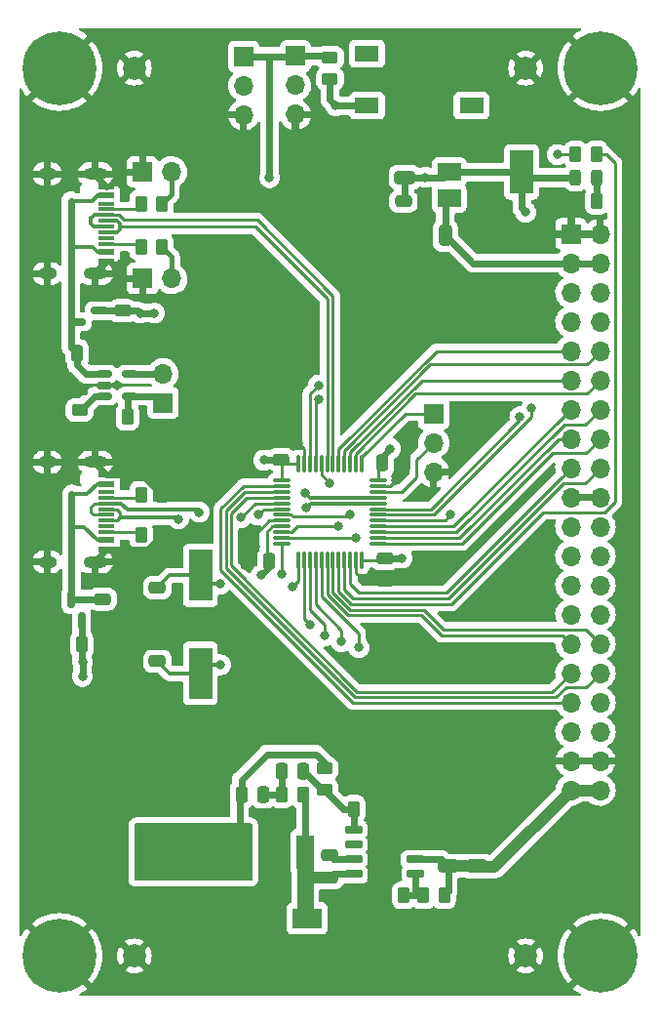
<source format=gtl>
%TF.GenerationSoftware,KiCad,Pcbnew,6.0.2+dfsg-1*%
%TF.CreationDate,2025-09-20T13:55:38+02:00*%
%TF.ProjectId,Alchemy,416c6368-656d-4792-9e6b-696361645f70,rev?*%
%TF.SameCoordinates,Original*%
%TF.FileFunction,Copper,L1,Top*%
%TF.FilePolarity,Positive*%
%FSLAX46Y46*%
G04 Gerber Fmt 4.6, Leading zero omitted, Abs format (unit mm)*
G04 Created by KiCad (PCBNEW 6.0.2+dfsg-1) date 2025-09-20 13:55:38*
%MOMM*%
%LPD*%
G01*
G04 APERTURE LIST*
G04 Aperture macros list*
%AMRoundRect*
0 Rectangle with rounded corners*
0 $1 Rounding radius*
0 $2 $3 $4 $5 $6 $7 $8 $9 X,Y pos of 4 corners*
0 Add a 4 corners polygon primitive as box body*
4,1,4,$2,$3,$4,$5,$6,$7,$8,$9,$2,$3,0*
0 Add four circle primitives for the rounded corners*
1,1,$1+$1,$2,$3*
1,1,$1+$1,$4,$5*
1,1,$1+$1,$6,$7*
1,1,$1+$1,$8,$9*
0 Add four rect primitives between the rounded corners*
20,1,$1+$1,$2,$3,$4,$5,0*
20,1,$1+$1,$4,$5,$6,$7,0*
20,1,$1+$1,$6,$7,$8,$9,0*
20,1,$1+$1,$8,$9,$2,$3,0*%
G04 Aperture macros list end*
%TA.AperFunction,SMDPad,CuDef*%
%ADD10RoundRect,0.250000X-0.475000X0.250000X-0.475000X-0.250000X0.475000X-0.250000X0.475000X0.250000X0*%
%TD*%
%TA.AperFunction,SMDPad,CuDef*%
%ADD11R,1.450000X0.600000*%
%TD*%
%TA.AperFunction,SMDPad,CuDef*%
%ADD12R,1.450000X0.300000*%
%TD*%
%TA.AperFunction,ComponentPad*%
%ADD13O,2.100000X1.000000*%
%TD*%
%TA.AperFunction,ComponentPad*%
%ADD14O,1.600000X1.000000*%
%TD*%
%TA.AperFunction,SMDPad,CuDef*%
%ADD15RoundRect,0.243750X0.243750X0.456250X-0.243750X0.456250X-0.243750X-0.456250X0.243750X-0.456250X0*%
%TD*%
%TA.AperFunction,ComponentPad*%
%ADD16C,2.000000*%
%TD*%
%TA.AperFunction,SMDPad,CuDef*%
%ADD17R,2.100000X1.400000*%
%TD*%
%TA.AperFunction,SMDPad,CuDef*%
%ADD18RoundRect,0.250000X-0.262500X-0.450000X0.262500X-0.450000X0.262500X0.450000X-0.262500X0.450000X0*%
%TD*%
%TA.AperFunction,ComponentPad*%
%ADD19R,1.700000X1.700000*%
%TD*%
%TA.AperFunction,ComponentPad*%
%ADD20O,1.700000X1.700000*%
%TD*%
%TA.AperFunction,ComponentPad*%
%ADD21C,6.400000*%
%TD*%
%TA.AperFunction,SMDPad,CuDef*%
%ADD22RoundRect,0.250000X0.450000X-0.262500X0.450000X0.262500X-0.450000X0.262500X-0.450000X-0.262500X0*%
%TD*%
%TA.AperFunction,SMDPad,CuDef*%
%ADD23RoundRect,0.150000X0.650000X0.150000X-0.650000X0.150000X-0.650000X-0.150000X0.650000X-0.150000X0*%
%TD*%
%TA.AperFunction,ComponentPad*%
%ADD24C,0.500000*%
%TD*%
%TA.AperFunction,SMDPad,CuDef*%
%ADD25R,2.410000X3.100000*%
%TD*%
%TA.AperFunction,SMDPad,CuDef*%
%ADD26RoundRect,0.250000X-0.650000X0.325000X-0.650000X-0.325000X0.650000X-0.325000X0.650000X0.325000X0*%
%TD*%
%TA.AperFunction,SMDPad,CuDef*%
%ADD27RoundRect,0.250000X0.262500X0.450000X-0.262500X0.450000X-0.262500X-0.450000X0.262500X-0.450000X0*%
%TD*%
%TA.AperFunction,SMDPad,CuDef*%
%ADD28RoundRect,0.250000X0.250000X0.475000X-0.250000X0.475000X-0.250000X-0.475000X0.250000X-0.475000X0*%
%TD*%
%TA.AperFunction,SMDPad,CuDef*%
%ADD29RoundRect,0.250000X0.650000X-0.325000X0.650000X0.325000X-0.650000X0.325000X-0.650000X-0.325000X0*%
%TD*%
%TA.AperFunction,SMDPad,CuDef*%
%ADD30RoundRect,0.250000X-0.250000X-0.475000X0.250000X-0.475000X0.250000X0.475000X-0.250000X0.475000X0*%
%TD*%
%TA.AperFunction,SMDPad,CuDef*%
%ADD31RoundRect,0.150000X0.587500X0.150000X-0.587500X0.150000X-0.587500X-0.150000X0.587500X-0.150000X0*%
%TD*%
%TA.AperFunction,SMDPad,CuDef*%
%ADD32RoundRect,0.250000X0.475000X-0.250000X0.475000X0.250000X-0.475000X0.250000X-0.475000X-0.250000X0*%
%TD*%
%TA.AperFunction,SMDPad,CuDef*%
%ADD33RoundRect,0.250000X-0.450000X0.262500X-0.450000X-0.262500X0.450000X-0.262500X0.450000X0.262500X0*%
%TD*%
%TA.AperFunction,SMDPad,CuDef*%
%ADD34RoundRect,0.075000X-0.662500X-0.075000X0.662500X-0.075000X0.662500X0.075000X-0.662500X0.075000X0*%
%TD*%
%TA.AperFunction,SMDPad,CuDef*%
%ADD35RoundRect,0.075000X-0.075000X-0.662500X0.075000X-0.662500X0.075000X0.662500X-0.075000X0.662500X0*%
%TD*%
%TA.AperFunction,SMDPad,CuDef*%
%ADD36R,2.000000X1.500000*%
%TD*%
%TA.AperFunction,SMDPad,CuDef*%
%ADD37R,2.000000X3.800000*%
%TD*%
%TA.AperFunction,SMDPad,CuDef*%
%ADD38RoundRect,0.150000X-0.512500X-0.150000X0.512500X-0.150000X0.512500X0.150000X-0.512500X0.150000X0*%
%TD*%
%TA.AperFunction,SMDPad,CuDef*%
%ADD39R,2.000000X4.500000*%
%TD*%
%TA.AperFunction,SMDPad,CuDef*%
%ADD40R,1.500000X3.000000*%
%TD*%
%TA.AperFunction,SMDPad,CuDef*%
%ADD41RoundRect,0.150000X0.150000X-0.587500X0.150000X0.587500X-0.150000X0.587500X-0.150000X-0.587500X0*%
%TD*%
%TA.AperFunction,SMDPad,CuDef*%
%ADD42R,2.500000X1.800000*%
%TD*%
%TA.AperFunction,SMDPad,CuDef*%
%ADD43RoundRect,0.250000X-0.325000X-0.650000X0.325000X-0.650000X0.325000X0.650000X-0.325000X0.650000X0*%
%TD*%
%TA.AperFunction,ViaPad*%
%ADD44C,0.800000*%
%TD*%
%TA.AperFunction,Conductor*%
%ADD45C,0.600000*%
%TD*%
%TA.AperFunction,Conductor*%
%ADD46C,0.250000*%
%TD*%
%TA.AperFunction,Conductor*%
%ADD47C,0.300000*%
%TD*%
%TA.AperFunction,Conductor*%
%ADD48C,0.400000*%
%TD*%
%TA.AperFunction,Conductor*%
%ADD49C,1.000000*%
%TD*%
%TA.AperFunction,Conductor*%
%ADD50C,1.400000*%
%TD*%
G04 APERTURE END LIST*
D10*
%TO.P,C24,1*%
%TO.N,+3V3*%
X154250000Y-101550000D03*
%TO.P,C24,2*%
%TO.N,GND*%
X154250000Y-103450000D03*
%TD*%
%TO.P,C11,1*%
%TO.N,+5V*%
X131500000Y-80050000D03*
%TO.P,C11,2*%
%TO.N,GND*%
X131500000Y-81950000D03*
%TD*%
D11*
%TO.P,J3,A1,GND*%
%TO.N,GND*%
X130045000Y-69250000D03*
%TO.P,J3,A4,VBUS*%
%TO.N,Net-(C18-Pad1)*%
X130045000Y-70050000D03*
D12*
%TO.P,J3,A5,CC1*%
%TO.N,Net-(J3-PadA5)*%
X130045000Y-71250000D03*
%TO.P,J3,A6,D+*%
%TO.N,/USB2DP*%
X130045000Y-72250000D03*
%TO.P,J3,A7,D-*%
%TO.N,/USB2DM*%
X130045000Y-72750000D03*
%TO.P,J3,A8,SBU1*%
%TO.N,unconnected-(J3-PadA8)*%
X130045000Y-73750000D03*
D11*
%TO.P,J3,A9,VBUS*%
%TO.N,Net-(C18-Pad1)*%
X130045000Y-74950000D03*
%TO.P,J3,A12,GND*%
%TO.N,GND*%
X130045000Y-75750000D03*
%TO.P,J3,B1,GND*%
X130045000Y-75750000D03*
%TO.P,J3,B4,VBUS*%
%TO.N,Net-(C18-Pad1)*%
X130045000Y-74950000D03*
D12*
%TO.P,J3,B5,CC2*%
%TO.N,Net-(J3-PadB5)*%
X130045000Y-74250000D03*
%TO.P,J3,B6,D+*%
%TO.N,/USB2DP*%
X130045000Y-73250000D03*
%TO.P,J3,B7,D-*%
%TO.N,/USB2DM*%
X130045000Y-71750000D03*
%TO.P,J3,B8,SBU2*%
%TO.N,unconnected-(J3-PadB8)*%
X130045000Y-70750000D03*
D11*
%TO.P,J3,B9,VBUS*%
%TO.N,Net-(C18-Pad1)*%
X130045000Y-70050000D03*
%TO.P,J3,B12,GND*%
%TO.N,GND*%
X130045000Y-69250000D03*
D13*
%TO.P,J3,S1,SHIELD*%
X129130000Y-76820000D03*
X129130000Y-68180000D03*
D14*
X124950000Y-68180000D03*
X124950000Y-76820000D03*
%TD*%
D15*
%TO.P,D1,1,K*%
%TO.N,Net-(D1-Pad1)*%
X172687500Y-68500000D03*
%TO.P,D1,2,A*%
%TO.N,+3V3*%
X170812500Y-68500000D03*
%TD*%
D16*
%TO.P,TP3,1,1*%
%TO.N,GND*%
X132500000Y-136000000D03*
%TD*%
D17*
%TO.P,S1,1,1*%
%TO.N,unconnected-(S1-Pad1)*%
X161800000Y-62250000D03*
%TO.P,S1,2,2*%
%TO.N,/~RESET*%
X152700000Y-62250000D03*
%TO.P,S1,3,3*%
%TO.N,GND*%
X161800000Y-57750000D03*
%TO.P,S1,4,4*%
%TO.N,unconnected-(S1-Pad4)*%
X152700000Y-57750000D03*
%TD*%
D18*
%TO.P,R8,1*%
%TO.N,Net-(J2-PadB5)*%
X133087500Y-99500000D03*
%TO.P,R8,2*%
%TO.N,GND*%
X134912500Y-99500000D03*
%TD*%
D19*
%TO.P,J6,1,Pin_1*%
%TO.N,GND*%
X133210000Y-68000000D03*
D20*
%TO.P,J6,2,Pin_2*%
%TO.N,Net-(J6-Pad2)*%
X135750000Y-68000000D03*
%TD*%
D21*
%TO.P,H3,1,1*%
%TO.N,GND*%
X126000000Y-136000000D03*
%TD*%
D22*
%TO.P,R4,1*%
%TO.N,Net-(C3-Pad1)*%
X149000000Y-121575000D03*
%TO.P,R4,2*%
%TO.N,+5V*%
X149000000Y-119750000D03*
%TD*%
D23*
%TO.P,U2,1,EN*%
%TO.N,Net-(R1-Pad2)*%
X156900000Y-128905000D03*
%TO.P,U2,2,VIN*%
%TO.N,/VM*%
X156900000Y-127635000D03*
%TO.P,U2,3,GND*%
%TO.N,GND*%
X156900000Y-126365000D03*
%TO.P,U2,4,GND*%
X156900000Y-125095000D03*
%TO.P,U2,5,FB*%
%TO.N,Net-(C3-Pad1)*%
X151600000Y-125095000D03*
%TO.P,U2,6,NC*%
%TO.N,unconnected-(U2-Pad6)*%
X151600000Y-126365000D03*
%TO.P,U2,7,BOOT*%
%TO.N,Net-(C2-Pad1)*%
X151600000Y-127635000D03*
%TO.P,U2,8,SW*%
%TO.N,Net-(C2-Pad2)*%
X151600000Y-128905000D03*
D24*
%TO.P,U2,9,EP*%
%TO.N,GND*%
X155205000Y-125700000D03*
X155205000Y-128300000D03*
X155205000Y-127000000D03*
X153295000Y-128300000D03*
D25*
X154250000Y-127000000D03*
D24*
X153295000Y-127000000D03*
X153295000Y-125700000D03*
%TD*%
D18*
%TO.P,R7,1*%
%TO.N,Net-(J2-PadA5)*%
X133087500Y-96000000D03*
%TO.P,R7,2*%
%TO.N,GND*%
X134912500Y-96000000D03*
%TD*%
D26*
%TO.P,C1,1*%
%TO.N,GND*%
X159750000Y-125275000D03*
%TO.P,C1,2*%
%TO.N,/VM*%
X159750000Y-128225000D03*
%TD*%
D27*
%TO.P,R13,1*%
%TO.N,/BOOT1*%
X172662500Y-66500000D03*
%TO.P,R13,2*%
%TO.N,Net-(J5-Pad2)*%
X170837500Y-66500000D03*
%TD*%
%TO.P,R3,1*%
%TO.N,Net-(C2-Pad2)*%
X147162500Y-122000000D03*
%TO.P,R3,2*%
%TO.N,Net-(C3-Pad2)*%
X145337500Y-122000000D03*
%TD*%
D26*
%TO.P,C10,1*%
%TO.N,GND*%
X162250000Y-125275000D03*
%TO.P,C10,2*%
%TO.N,/VM*%
X162250000Y-128225000D03*
%TD*%
D28*
%TO.P,C9,1*%
%TO.N,+5V*%
X133450000Y-127000000D03*
%TO.P,C9,2*%
%TO.N,GND*%
X131550000Y-127000000D03*
%TD*%
D19*
%TO.P,J1,1,Pin_1*%
%TO.N,GND*%
X170420000Y-73370000D03*
D20*
%TO.P,J1,2,Pin_2*%
X172960000Y-73370000D03*
%TO.P,J1,3,Pin_3*%
%TO.N,+5V*%
X170420000Y-75910000D03*
%TO.P,J1,4,Pin_4*%
X172960000Y-75910000D03*
%TO.P,J1,5,Pin_5*%
%TO.N,/I2C1_SDA*%
X170420000Y-78450000D03*
%TO.P,J1,6,Pin_6*%
%TO.N,/I2C1_SCL*%
X172960000Y-78450000D03*
%TO.P,J1,7,Pin_7*%
%TO.N,/UART1_RX*%
X170420000Y-80990000D03*
%TO.P,J1,8,Pin_8*%
%TO.N,/UART1_TX*%
X172960000Y-80990000D03*
%TO.P,J1,9,Pin_9*%
%TO.N,/SPI1_MOSI*%
X170420000Y-83530000D03*
%TO.P,J1,10,Pin_10*%
%TO.N,/SPI1_MISO*%
X172960000Y-83530000D03*
%TO.P,J1,11,Pin_11*%
%TO.N,/SPI1_SCK*%
X170420000Y-86070000D03*
%TO.P,J1,12,Pin_12*%
%TO.N,/SPI1_NCS*%
X172960000Y-86070000D03*
%TO.P,J1,13,Pin_13*%
%TO.N,/SPI2_MOSI*%
X170420000Y-88610000D03*
%TO.P,J1,14,Pin_14*%
%TO.N,/SPI2_MISO*%
X172960000Y-88610000D03*
%TO.P,J1,15,Pin_15*%
%TO.N,/SPI2_SCK*%
X170420000Y-91150000D03*
%TO.P,J1,16,Pin_16*%
%TO.N,/SPI2_NCS*%
X172960000Y-91150000D03*
%TO.P,J1,17,Pin_17*%
%TO.N,/I2C2_SDA*%
X170420000Y-93690000D03*
%TO.P,J1,18,Pin_18*%
%TO.N,/I2C2_SCL*%
X172960000Y-93690000D03*
%TO.P,J1,19,Pin_19*%
%TO.N,GND*%
X170420000Y-96230000D03*
%TO.P,J1,20,Pin_20*%
X172960000Y-96230000D03*
%TO.P,J1,21,Pin_21*%
%TO.N,/ADC0*%
X170420000Y-98770000D03*
%TO.P,J1,22,Pin_22*%
%TO.N,/ADC1*%
X172960000Y-98770000D03*
%TO.P,J1,23,Pin_23*%
%TO.N,/ADC2*%
X170420000Y-101310000D03*
%TO.P,J1,24,Pin_24*%
%TO.N,/ADC3*%
X172960000Y-101310000D03*
%TO.P,J1,25,Pin_25*%
%TO.N,/ADC4*%
X170420000Y-103850000D03*
%TO.P,J1,26,Pin_26*%
%TO.N,/ADC5*%
X172960000Y-103850000D03*
%TO.P,J1,27,Pin_27*%
%TO.N,/ADC6*%
X170420000Y-106390000D03*
%TO.P,J1,28,Pin_28*%
%TO.N,/ADC7*%
X172960000Y-106390000D03*
%TO.P,J1,29,Pin_29*%
%TO.N,/ADC8*%
X170420000Y-108930000D03*
%TO.P,J1,30,Pin_30*%
%TO.N,/ADC9*%
X172960000Y-108930000D03*
%TO.P,J1,31,Pin_31*%
%TO.N,/GPIO0*%
X170420000Y-111470000D03*
%TO.P,J1,32,Pin_32*%
%TO.N,/GPIO1*%
X172960000Y-111470000D03*
%TO.P,J1,33,Pin_33*%
%TO.N,/GPIO2*%
X170420000Y-114010000D03*
%TO.P,J1,34,Pin_34*%
%TO.N,/GPIO3*%
X172960000Y-114010000D03*
%TO.P,J1,35,Pin_35*%
%TO.N,unconnected-(J1-Pad35)*%
X170420000Y-116550000D03*
%TO.P,J1,36,Pin_36*%
%TO.N,unconnected-(J1-Pad36)*%
X172960000Y-116550000D03*
%TO.P,J1,37,Pin_37*%
%TO.N,GND*%
X170420000Y-119090000D03*
%TO.P,J1,38,Pin_38*%
X172960000Y-119090000D03*
%TO.P,J1,39,Pin_39*%
%TO.N,/VM*%
X170420000Y-121630000D03*
%TO.P,J1,40,Pin_40*%
X172960000Y-121630000D03*
%TD*%
D28*
%TO.P,C3,1*%
%TO.N,Net-(C3-Pad1)*%
X147200000Y-120000000D03*
%TO.P,C3,2*%
%TO.N,Net-(C3-Pad2)*%
X145300000Y-120000000D03*
%TD*%
D27*
%TO.P,R2,1*%
%TO.N,Net-(R1-Pad2)*%
X155912500Y-130750000D03*
%TO.P,R2,2*%
%TO.N,GND*%
X154087500Y-130750000D03*
%TD*%
D26*
%TO.P,C5,1*%
%TO.N,GND*%
X138750000Y-123025000D03*
%TO.P,C5,2*%
%TO.N,+5V*%
X138750000Y-125975000D03*
%TD*%
D10*
%TO.P,C2,1*%
%TO.N,Net-(C2-Pad1)*%
X149500000Y-127300000D03*
%TO.P,C2,2*%
%TO.N,Net-(C2-Pad2)*%
X149500000Y-129200000D03*
%TD*%
%TO.P,C13,1*%
%TO.N,Net-(C13-Pad1)*%
X134500000Y-104050000D03*
%TO.P,C13,2*%
%TO.N,GND*%
X134500000Y-105950000D03*
%TD*%
D29*
%TO.P,C6,1*%
%TO.N,GND*%
X138750000Y-130975000D03*
%TO.P,C6,2*%
%TO.N,+5V*%
X138750000Y-128025000D03*
%TD*%
D30*
%TO.P,C18,1*%
%TO.N,Net-(C18-Pad1)*%
X127550000Y-83750000D03*
%TO.P,C18,2*%
%TO.N,GND*%
X129450000Y-83750000D03*
%TD*%
D16*
%TO.P,TP4,1,1*%
%TO.N,GND*%
X166500000Y-136000000D03*
%TD*%
D19*
%TO.P,J8,1,Pin_1*%
%TO.N,Net-(J8-Pad1)*%
X135000000Y-88025000D03*
D20*
%TO.P,J8,2,Pin_2*%
%TO.N,+5V*%
X135000000Y-85485000D03*
%TD*%
D19*
%TO.P,J7,1,Pin_1*%
%TO.N,GND*%
X133225000Y-77250000D03*
D20*
%TO.P,J7,2,Pin_2*%
%TO.N,Net-(J7-Pad2)*%
X135765000Y-77250000D03*
%TD*%
D18*
%TO.P,R10,1*%
%TO.N,Net-(J3-PadB5)*%
X133087500Y-74500000D03*
%TO.P,R10,2*%
%TO.N,Net-(J7-Pad2)*%
X134912500Y-74500000D03*
%TD*%
D19*
%TO.P,J5,1,Pin_1*%
%TO.N,+3V3*%
X142000000Y-57975000D03*
D20*
%TO.P,J5,2,Pin_2*%
%TO.N,Net-(J5-Pad2)*%
X142000000Y-60515000D03*
%TO.P,J5,3,Pin_3*%
%TO.N,GND*%
X142000000Y-63055000D03*
%TD*%
D19*
%TO.P,J4,1,Pin_1*%
%TO.N,+3V3*%
X146500000Y-57960000D03*
D20*
%TO.P,J4,2,Pin_2*%
%TO.N,/BOOT0*%
X146500000Y-60500000D03*
%TO.P,J4,3,Pin_3*%
%TO.N,GND*%
X146500000Y-63040000D03*
%TD*%
D28*
%TO.P,C20,1*%
%TO.N,+5V*%
X127950000Y-109000000D03*
%TO.P,C20,2*%
%TO.N,GND*%
X126050000Y-109000000D03*
%TD*%
D16*
%TO.P,TP1,1,1*%
%TO.N,GND*%
X132500000Y-59000000D03*
%TD*%
D31*
%TO.P,U5,1,GND*%
%TO.N,GND*%
X129437500Y-81950000D03*
%TO.P,U5,2,VO-*%
%TO.N,+5V*%
X129437500Y-80050000D03*
%TO.P,U5,3,VI+*%
%TO.N,Net-(C18-Pad1)*%
X127562500Y-81000000D03*
%TD*%
D29*
%TO.P,C8,1*%
%TO.N,GND*%
X136250000Y-130975000D03*
%TO.P,C8,2*%
%TO.N,+5V*%
X136250000Y-128025000D03*
%TD*%
D10*
%TO.P,C17,1*%
%TO.N,+3V3*%
X155875000Y-70550000D03*
%TO.P,C17,2*%
%TO.N,GND*%
X155875000Y-72450000D03*
%TD*%
D32*
%TO.P,C25,1*%
%TO.N,+3V3*%
X145250000Y-92950000D03*
%TO.P,C25,2*%
%TO.N,GND*%
X145250000Y-91050000D03*
%TD*%
D22*
%TO.P,R14,1*%
%TO.N,Net-(R14-Pad1)*%
X127750000Y-88662500D03*
%TO.P,R14,2*%
%TO.N,GND*%
X127750000Y-86837500D03*
%TD*%
D18*
%TO.P,R12,1*%
%TO.N,GND*%
X170837500Y-70500000D03*
%TO.P,R12,2*%
%TO.N,Net-(D1-Pad1)*%
X172662500Y-70500000D03*
%TD*%
D33*
%TO.P,R11,1*%
%TO.N,+3V3*%
X149500000Y-58087500D03*
%TO.P,R11,2*%
%TO.N,/~RESET*%
X149500000Y-59912500D03*
%TD*%
D11*
%TO.P,J2,A1,GND*%
%TO.N,GND*%
X130045000Y-94250000D03*
%TO.P,J2,A4,VBUS*%
%TO.N,Net-(C19-Pad1)*%
X130045000Y-95050000D03*
D12*
%TO.P,J2,A5,CC1*%
%TO.N,Net-(J2-PadA5)*%
X130045000Y-96250000D03*
%TO.P,J2,A6,D+*%
%TO.N,/USB1DP*%
X130045000Y-97250000D03*
%TO.P,J2,A7,D-*%
%TO.N,/USB1DM*%
X130045000Y-97750000D03*
%TO.P,J2,A8,SBU1*%
%TO.N,unconnected-(J2-PadA8)*%
X130045000Y-98750000D03*
D11*
%TO.P,J2,A9,VBUS*%
%TO.N,Net-(C19-Pad1)*%
X130045000Y-99950000D03*
%TO.P,J2,A12,GND*%
%TO.N,GND*%
X130045000Y-100750000D03*
%TO.P,J2,B1,GND*%
X130045000Y-100750000D03*
%TO.P,J2,B4,VBUS*%
%TO.N,Net-(C19-Pad1)*%
X130045000Y-99950000D03*
D12*
%TO.P,J2,B5,CC2*%
%TO.N,Net-(J2-PadB5)*%
X130045000Y-99250000D03*
%TO.P,J2,B6,D+*%
%TO.N,/USB1DP*%
X130045000Y-98250000D03*
%TO.P,J2,B7,D-*%
%TO.N,/USB1DM*%
X130045000Y-96750000D03*
%TO.P,J2,B8,SBU2*%
%TO.N,unconnected-(J2-PadB8)*%
X130045000Y-95750000D03*
D11*
%TO.P,J2,B9,VBUS*%
%TO.N,Net-(C19-Pad1)*%
X130045000Y-95050000D03*
%TO.P,J2,B12,GND*%
%TO.N,GND*%
X130045000Y-94250000D03*
D13*
%TO.P,J2,S1,SHIELD*%
X129130000Y-93180000D03*
D14*
X124950000Y-101820000D03*
D13*
X129130000Y-101820000D03*
D14*
X124950000Y-93180000D03*
%TD*%
D27*
%TO.P,R5,1*%
%TO.N,GND*%
X153412500Y-123250000D03*
%TO.P,R5,2*%
%TO.N,Net-(C3-Pad1)*%
X151587500Y-123250000D03*
%TD*%
%TO.P,R1,1*%
%TO.N,/VM*%
X159412500Y-130750000D03*
%TO.P,R1,2*%
%TO.N,Net-(R1-Pad2)*%
X157587500Y-130750000D03*
%TD*%
D29*
%TO.P,C16,1*%
%TO.N,+3V3*%
X156000000Y-68475000D03*
%TO.P,C16,2*%
%TO.N,GND*%
X156000000Y-65525000D03*
%TD*%
D34*
%TO.P,U1,1,VBAT*%
%TO.N,+3V3*%
X145337500Y-94750000D03*
%TO.P,U1,2,PC13_TAMPER_RTC*%
%TO.N,/GPIO2*%
X145337500Y-95250000D03*
%TO.P,U1,3,PC14_OSC32IN*%
%TO.N,/GPIO1*%
X145337500Y-95750000D03*
%TO.P,U1,4,PC15_OSC32OUT*%
%TO.N,/GPIO0*%
X145337500Y-96250000D03*
%TO.P,U1,5,OSC_IN_PD0*%
%TO.N,Net-(C13-Pad1)*%
X145337500Y-96750000D03*
%TO.P,U1,6,OSC_OUT_PD1*%
%TO.N,Net-(C14-Pad1)*%
X145337500Y-97250000D03*
%TO.P,U1,7,NRST*%
%TO.N,/~RESET*%
X145337500Y-97750000D03*
%TO.P,U1,8,VSSA*%
%TO.N,GND*%
X145337500Y-98250000D03*
%TO.P,U1,9,VDDA*%
%TO.N,+3V3*%
X145337500Y-98750000D03*
%TO.P,U1,10,PA0_WKUP_ADC0*%
%TO.N,/ADC0*%
X145337500Y-99250000D03*
%TO.P,U1,11,PA1_ADC1*%
%TO.N,/ADC1*%
X145337500Y-99750000D03*
%TO.P,U1,12,PA2_ADC2*%
%TO.N,/ADC2*%
X145337500Y-100250000D03*
D35*
%TO.P,U1,13,PA3_ADC3*%
%TO.N,/ADC3*%
X146750000Y-101662500D03*
%TO.P,U1,14,PA4_ADC4*%
%TO.N,/ADC4*%
X147250000Y-101662500D03*
%TO.P,U1,15,PA5_ADC5*%
%TO.N,/ADC5*%
X147750000Y-101662500D03*
%TO.P,U1,16,PA6_ADC6*%
%TO.N,/ADC6*%
X148250000Y-101662500D03*
%TO.P,U1,17,PA7_ADC7*%
%TO.N,/ADC7*%
X148750000Y-101662500D03*
%TO.P,U1,18,PB0_ADC8*%
%TO.N,/ADC8*%
X149250000Y-101662500D03*
%TO.P,U1,19,PB1_ADC9*%
%TO.N,/ADC9*%
X149750000Y-101662500D03*
%TO.P,U1,20,PB2_BOOT1*%
%TO.N,/BOOT1*%
X150250000Y-101662500D03*
%TO.P,U1,21,PB10*%
%TO.N,/I2C2_SCL*%
X150750000Y-101662500D03*
%TO.P,U1,22,PB11*%
%TO.N,/I2C2_SDA*%
X151250000Y-101662500D03*
%TO.P,U1,23,VSS1*%
%TO.N,GND*%
X151750000Y-101662500D03*
%TO.P,U1,24,VDD_VIO1*%
%TO.N,+3V3*%
X152250000Y-101662500D03*
D34*
%TO.P,U1,25,PB12*%
%TO.N,/SPI2_NCS*%
X153662500Y-100250000D03*
%TO.P,U1,26,PB13*%
%TO.N,/SPI2_SCK*%
X153662500Y-99750000D03*
%TO.P,U1,27,PB14*%
%TO.N,/SPI2_MISO*%
X153662500Y-99250000D03*
%TO.P,U1,28,PB15*%
%TO.N,/SPI2_MOSI*%
X153662500Y-98750000D03*
%TO.P,U1,29,PA8*%
%TO.N,/GPIO3*%
X153662500Y-98250000D03*
%TO.P,U1,30,PA9*%
%TO.N,/UART1_TX*%
X153662500Y-97750000D03*
%TO.P,U1,31,PA10*%
%TO.N,/UART1_RX*%
X153662500Y-97250000D03*
%TO.P,U1,32,PA11_USB1DM*%
%TO.N,/USB1DM*%
X153662500Y-96750000D03*
%TO.P,U1,33,PA12_USB1DP*%
%TO.N,/USB1DP*%
X153662500Y-96250000D03*
%TO.P,U1,34,PA13_SWDIO*%
%TO.N,/SWDIO*%
X153662500Y-95750000D03*
%TO.P,U1,35,VSS_2*%
%TO.N,GND*%
X153662500Y-95250000D03*
%TO.P,U1,36,VDD_2*%
%TO.N,+3V3*%
X153662500Y-94750000D03*
D35*
%TO.P,U1,37,PA14_SWCLK*%
%TO.N,/SWCLK*%
X152250000Y-93337500D03*
%TO.P,U1,38,PA15*%
%TO.N,/SPI1_NCS*%
X151750000Y-93337500D03*
%TO.P,U1,39,PB3*%
%TO.N,/SPI1_SCK*%
X151250000Y-93337500D03*
%TO.P,U1,40,PB4*%
%TO.N,/SPI1_MISO*%
X150750000Y-93337500D03*
%TO.P,U1,41,PB5*%
%TO.N,/SPI1_MOSI*%
X150250000Y-93337500D03*
%TO.P,U1,42,PB6_USB2DM*%
%TO.N,/USB2DM*%
X149750000Y-93337500D03*
%TO.P,U1,43,PB7_USB2DP*%
%TO.N,/USB2DP*%
X149250000Y-93337500D03*
%TO.P,U1,44,BOOT0*%
%TO.N,/BOOT0*%
X148750000Y-93337500D03*
%TO.P,U1,45,PB8*%
%TO.N,/I2C1_SCL*%
X148250000Y-93337500D03*
%TO.P,U1,46,PB9*%
%TO.N,/I2C1_SDA*%
X147750000Y-93337500D03*
%TO.P,U1,47,VSS_3*%
%TO.N,GND*%
X147250000Y-93337500D03*
%TO.P,U1,48,VDD_VIO_3*%
%TO.N,+3V3*%
X146750000Y-93337500D03*
%TD*%
D36*
%TO.P,U4,1,GND*%
%TO.N,GND*%
X159850000Y-65700000D03*
D37*
%TO.P,U4,2,VO*%
%TO.N,+3V3*%
X166150000Y-68000000D03*
D36*
X159850000Y-68000000D03*
%TO.P,U4,3,VI*%
%TO.N,+5V*%
X159850000Y-70300000D03*
%TD*%
D32*
%TO.P,C14,1*%
%TO.N,Net-(C14-Pad1)*%
X134500000Y-110450000D03*
%TO.P,C14,2*%
%TO.N,GND*%
X134500000Y-108550000D03*
%TD*%
D10*
%TO.P,C19,1*%
%TO.N,Net-(C19-Pad1)*%
X129750000Y-105050000D03*
%TO.P,C19,2*%
%TO.N,GND*%
X129750000Y-106950000D03*
%TD*%
D21*
%TO.P,H2,1,1*%
%TO.N,GND*%
X173000000Y-59000000D03*
%TD*%
D38*
%TO.P,U6,1,VOUT*%
%TO.N,Net-(C18-Pad1)*%
X129862500Y-85550000D03*
%TO.P,U6,2,GND*%
%TO.N,GND*%
X129862500Y-86500000D03*
%TO.P,U6,3,SET*%
%TO.N,Net-(R14-Pad1)*%
X129862500Y-87450000D03*
%TO.P,U6,4,EN*%
%TO.N,Net-(J8-Pad1)*%
X132137500Y-87450000D03*
%TO.P,U6,5,VIN*%
%TO.N,+5V*%
X132137500Y-85550000D03*
%TD*%
D27*
%TO.P,R15,1*%
%TO.N,Net-(J8-Pad1)*%
X131912500Y-89250000D03*
%TO.P,R15,2*%
%TO.N,GND*%
X130087500Y-89250000D03*
%TD*%
D39*
%TO.P,Y2,1,1*%
%TO.N,Net-(C13-Pad1)*%
X138250000Y-103000000D03*
%TO.P,Y2,2,2*%
%TO.N,Net-(C14-Pad1)*%
X138250000Y-111500000D03*
%TD*%
D21*
%TO.P,H4,1,1*%
%TO.N,GND*%
X173000000Y-136000000D03*
%TD*%
D40*
%TO.P,L1,1,1*%
%TO.N,Net-(C2-Pad2)*%
X147350000Y-127000000D03*
%TO.P,L1,2,2*%
%TO.N,+5V*%
X141650000Y-127000000D03*
%TD*%
D18*
%TO.P,R9,1*%
%TO.N,Net-(J3-PadA5)*%
X133087500Y-70750000D03*
%TO.P,R9,2*%
%TO.N,Net-(J6-Pad2)*%
X134912500Y-70750000D03*
%TD*%
D41*
%TO.P,U3,1,GND*%
%TO.N,GND*%
X126050000Y-106937500D03*
%TO.P,U3,2,VO-*%
%TO.N,+5V*%
X127950000Y-106937500D03*
%TO.P,U3,3,VI+*%
%TO.N,Net-(C19-Pad1)*%
X127000000Y-105062500D03*
%TD*%
D28*
%TO.P,C27,1*%
%TO.N,+3V3*%
X144200000Y-101750000D03*
%TO.P,C27,2*%
%TO.N,GND*%
X142300000Y-101750000D03*
%TD*%
D42*
%TO.P,D2,1,K*%
%TO.N,Net-(C2-Pad2)*%
X147500000Y-132750000D03*
%TO.P,D2,2,A*%
%TO.N,GND*%
X151500000Y-132750000D03*
%TD*%
D21*
%TO.P,H1,1,1*%
%TO.N,GND*%
X126000000Y-59000000D03*
%TD*%
D30*
%TO.P,C26,1*%
%TO.N,+3V3*%
X154050000Y-93250000D03*
%TO.P,C26,2*%
%TO.N,GND*%
X155950000Y-93250000D03*
%TD*%
D26*
%TO.P,C7,1*%
%TO.N,GND*%
X136250000Y-123025000D03*
%TO.P,C7,2*%
%TO.N,+5V*%
X136250000Y-125975000D03*
%TD*%
D28*
%TO.P,C4,1*%
%TO.N,Net-(C3-Pad2)*%
X143700000Y-122000000D03*
%TO.P,C4,2*%
%TO.N,+5V*%
X141800000Y-122000000D03*
%TD*%
D19*
%TO.P,J9,1,Pin_1*%
%TO.N,/SWCLK*%
X158500000Y-88960000D03*
D20*
%TO.P,J9,2,Pin_2*%
%TO.N,/SWDIO*%
X158500000Y-91500000D03*
%TO.P,J9,3,Pin_3*%
%TO.N,GND*%
X158500000Y-94040000D03*
%TD*%
D43*
%TO.P,C15,1*%
%TO.N,+5V*%
X159525000Y-73500000D03*
%TO.P,C15,2*%
%TO.N,GND*%
X162475000Y-73500000D03*
%TD*%
D16*
%TO.P,TP2,1,1*%
%TO.N,GND*%
X166500000Y-59000000D03*
%TD*%
D44*
%TO.N,+3V3*%
X154750000Y-92000000D03*
X157775000Y-68475000D03*
X143500000Y-103000000D03*
X166500000Y-71500000D03*
X143750000Y-93000000D03*
X144250000Y-68500000D03*
X155750000Y-101500000D03*
%TO.N,Net-(C13-Pad1)*%
X139976305Y-103750000D03*
X141762299Y-98000000D03*
%TO.N,Net-(C14-Pad1)*%
X140000000Y-110750000D03*
X143250000Y-97750000D03*
%TO.N,/I2C1_SDA*%
X148500000Y-86500000D03*
%TO.N,/I2C1_SCL*%
X148500000Y-87750000D03*
%TO.N,/UART1_RX*%
X165987701Y-89237701D03*
%TO.N,/UART1_TX*%
X167000000Y-88500000D03*
%TO.N,/ADC0*%
X150250000Y-98750000D03*
%TO.N,/ADC1*%
X151750000Y-99750000D03*
%TO.N,/ADC2*%
X145337500Y-102912500D03*
%TO.N,/ADC3*%
X146250000Y-104000000D03*
%TO.N,/ADC4*%
X147750000Y-107250000D03*
%TO.N,/ADC5*%
X149000000Y-108250000D03*
%TO.N,/ADC6*%
X150500000Y-108750000D03*
%TO.N,/ADC7*%
X152000000Y-109250000D03*
%TO.N,/GPIO3*%
X160000000Y-97750000D03*
%TO.N,/USB1DP*%
X147375000Y-95875000D03*
X136344670Y-98094670D03*
%TO.N,/USB1DM*%
X147420091Y-97139865D03*
X138125000Y-97500000D03*
%TO.N,/BOOT0*%
X149500000Y-95000000D03*
%TO.N,Net-(J5-Pad2)*%
X169250000Y-66500000D03*
%TO.N,/~RESET*%
X151250000Y-97750000D03*
X150000000Y-62250000D03*
%TO.N,GND*%
X138750000Y-121750000D03*
X162250000Y-124000000D03*
X136250000Y-120500000D03*
X162500000Y-106250000D03*
X159750000Y-124000000D03*
X154750000Y-123250000D03*
X134500000Y-107250000D03*
X136250000Y-121750000D03*
X130250000Y-127000000D03*
X151500000Y-134750000D03*
X129750000Y-108250000D03*
X167000000Y-101750000D03*
X144000000Y-75500000D03*
X162000000Y-65500000D03*
X151500000Y-130750000D03*
X136250000Y-133500000D03*
X126000000Y-110500000D03*
X152750000Y-134750000D03*
X136250000Y-132250000D03*
X146750000Y-91500000D03*
X138750000Y-133500000D03*
X138750000Y-120500000D03*
X156000000Y-74000000D03*
X155250000Y-94750000D03*
X166750000Y-111500000D03*
X154000000Y-65500000D03*
X128750000Y-90000000D03*
X138750000Y-132250000D03*
X152750000Y-130750000D03*
X151500000Y-88250000D03*
X152500000Y-103500000D03*
X126500000Y-85750000D03*
X143000000Y-100500000D03*
X131250000Y-83750000D03*
%TO.N,+5V*%
X128000000Y-111750000D03*
X134250000Y-80250000D03*
X134500000Y-125250000D03*
X133250000Y-128750000D03*
X133000000Y-80250000D03*
X128000000Y-110500000D03*
X134500000Y-128750000D03*
X133250000Y-125250000D03*
%TD*%
D45*
%TO.N,+3V3*%
X154050000Y-93250000D02*
X154050000Y-92700000D01*
X154050000Y-92700000D02*
X154750000Y-92000000D01*
D46*
X146750000Y-93337500D02*
X145637500Y-93337500D01*
X144000000Y-101550000D02*
X144200000Y-101750000D01*
D45*
X154250000Y-101550000D02*
X155700000Y-101550000D01*
X146485000Y-57975000D02*
X146500000Y-57960000D01*
X144200000Y-101750000D02*
X144200000Y-102300000D01*
X159850000Y-68000000D02*
X166150000Y-68000000D01*
X144200000Y-102300000D02*
X143500000Y-103000000D01*
X157775000Y-68475000D02*
X159375000Y-68475000D01*
X159375000Y-68475000D02*
X159850000Y-68000000D01*
D46*
X154137500Y-101662500D02*
X154250000Y-101550000D01*
D45*
X144225000Y-57975000D02*
X146485000Y-57975000D01*
X142000000Y-57975000D02*
X144225000Y-57975000D01*
X156000000Y-70425000D02*
X155875000Y-70550000D01*
D46*
X145337500Y-98750000D02*
X144500000Y-98750000D01*
D45*
X145250000Y-92950000D02*
X143800000Y-92950000D01*
X166150000Y-68000000D02*
X166150000Y-71150000D01*
D46*
X145337500Y-93037500D02*
X145250000Y-92950000D01*
D45*
X156000000Y-68475000D02*
X157775000Y-68475000D01*
X149372500Y-57960000D02*
X149500000Y-58087500D01*
D46*
X153662500Y-93637500D02*
X154050000Y-93250000D01*
X144500000Y-98750000D02*
X144000000Y-99250000D01*
D45*
X156000000Y-68475000D02*
X156000000Y-70425000D01*
X144250000Y-58000000D02*
X144225000Y-57975000D01*
D46*
X145337500Y-94750000D02*
X145337500Y-93037500D01*
D45*
X144250000Y-68500000D02*
X144250000Y-58000000D01*
X170812500Y-68500000D02*
X166650000Y-68500000D01*
D46*
X144000000Y-99250000D02*
X144000000Y-101550000D01*
X153662500Y-94750000D02*
X153662500Y-93637500D01*
D45*
X166650000Y-68500000D02*
X166150000Y-68000000D01*
D46*
X152250000Y-101662500D02*
X154137500Y-101662500D01*
D45*
X166150000Y-71150000D02*
X166500000Y-71500000D01*
X146500000Y-57960000D02*
X149372500Y-57960000D01*
D46*
X145637500Y-93337500D02*
X145250000Y-92950000D01*
D45*
X143800000Y-92950000D02*
X143750000Y-93000000D01*
X155700000Y-101550000D02*
X155750000Y-101500000D01*
D47*
%TO.N,Net-(C13-Pad1)*%
X134500000Y-104050000D02*
X135550000Y-103000000D01*
X139000000Y-103750000D02*
X138250000Y-103000000D01*
X139976305Y-103750000D02*
X139000000Y-103750000D01*
D46*
X141762299Y-98000000D02*
X143012299Y-96750000D01*
X143012299Y-96750000D02*
X145337500Y-96750000D01*
D47*
X135550000Y-103000000D02*
X138250000Y-103000000D01*
D46*
%TO.N,Net-(C14-Pad1)*%
X143250000Y-97750000D02*
X143750000Y-97250000D01*
D47*
X134500000Y-110450000D02*
X135550000Y-111500000D01*
X139000000Y-110750000D02*
X138250000Y-111500000D01*
X135550000Y-111500000D02*
X138250000Y-111500000D01*
D46*
X143750000Y-97250000D02*
X145337500Y-97250000D01*
D47*
X140000000Y-110750000D02*
X139000000Y-110750000D01*
D45*
%TO.N,Net-(D1-Pad1)*%
X172662500Y-70500000D02*
X172662500Y-68525000D01*
X172662500Y-68525000D02*
X172687500Y-68500000D01*
D46*
%TO.N,/I2C1_SDA*%
X147750000Y-93337500D02*
X147750000Y-87250000D01*
X147750000Y-87250000D02*
X148500000Y-86500000D01*
%TO.N,/I2C1_SCL*%
X148250000Y-88000000D02*
X148500000Y-87750000D01*
X148250000Y-93337500D02*
X148250000Y-88000000D01*
%TO.N,/UART1_RX*%
X165987701Y-89237701D02*
X165987701Y-89512299D01*
X158250000Y-97250000D02*
X153662500Y-97250000D01*
X165987701Y-89512299D02*
X158250000Y-97250000D01*
%TO.N,/UART1_TX*%
X167000000Y-89250000D02*
X167000000Y-88500000D01*
X153662500Y-97750000D02*
X158500000Y-97750000D01*
X158500000Y-97750000D02*
X160750000Y-95500000D01*
X160750000Y-95500000D02*
X167000000Y-89250000D01*
%TO.N,/SPI1_MOSI*%
X150250000Y-92029289D02*
X158749289Y-83530000D01*
X150250000Y-93337500D02*
X150250000Y-92029289D01*
X158749289Y-83530000D02*
X170420000Y-83530000D01*
%TO.N,/SPI1_MISO*%
X158205685Y-84710000D02*
X171780000Y-84710000D01*
X171780000Y-84710000D02*
X172960000Y-83530000D01*
X150750000Y-92165685D02*
X158205685Y-84710000D01*
X150750000Y-93337500D02*
X150750000Y-92165685D01*
%TO.N,/SPI1_SCK*%
X157482081Y-86070000D02*
X170420000Y-86070000D01*
X151250000Y-93337500D02*
X151250000Y-92302081D01*
X151250000Y-92302081D02*
X157482081Y-86070000D01*
%TO.N,/SPI1_NCS*%
X151750000Y-93337500D02*
X151750000Y-92438477D01*
X171780000Y-87250000D02*
X172960000Y-86070000D01*
X151750000Y-92438477D02*
X156938477Y-87250000D01*
X156938477Y-87250000D02*
X171780000Y-87250000D01*
%TO.N,/SPI2_MOSI*%
X160250000Y-98750000D02*
X170390000Y-88610000D01*
X170390000Y-88610000D02*
X170420000Y-88610000D01*
X153662500Y-98750000D02*
X160250000Y-98750000D01*
%TO.N,/SPI2_MISO*%
X160500000Y-99250000D02*
X169850000Y-89900000D01*
X169850000Y-89900000D02*
X171670000Y-89900000D01*
X171670000Y-89900000D02*
X172960000Y-88610000D01*
X153662500Y-99250000D02*
X160500000Y-99250000D01*
%TO.N,/SPI2_SCK*%
X160750000Y-99750000D02*
X169350000Y-91150000D01*
X153662500Y-99750000D02*
X160750000Y-99750000D01*
X169350000Y-91150000D02*
X170420000Y-91150000D01*
%TO.N,/SPI2_NCS*%
X161000000Y-100250000D02*
X168850000Y-92400000D01*
X153662500Y-100250000D02*
X161000000Y-100250000D01*
X168850000Y-92400000D02*
X171710000Y-92400000D01*
X171710000Y-92400000D02*
X172960000Y-91150000D01*
%TO.N,/I2C2_SDA*%
X159600000Y-104500000D02*
X169500000Y-94600000D01*
X151250000Y-103750000D02*
X152000000Y-104500000D01*
X152000000Y-104500000D02*
X159600000Y-104500000D01*
X151250000Y-101662500D02*
X151250000Y-103750000D01*
X169500000Y-94600000D02*
X169510000Y-94600000D01*
X169510000Y-94600000D02*
X170420000Y-93690000D01*
%TO.N,/I2C2_SCL*%
X171650000Y-95000000D02*
X172960000Y-93690000D01*
X159800000Y-105000000D02*
X169800000Y-95000000D01*
X150750000Y-104250000D02*
X151500000Y-105000000D01*
X151500000Y-105000000D02*
X159800000Y-105000000D01*
X169800000Y-95000000D02*
X171650000Y-95000000D01*
X150750000Y-101662500D02*
X150750000Y-104250000D01*
%TO.N,/ADC0*%
X146640685Y-98750000D02*
X146140685Y-99250000D01*
X146140685Y-99250000D02*
X145337500Y-99250000D01*
X150250000Y-98750000D02*
X146640685Y-98750000D01*
%TO.N,/ADC1*%
X151750000Y-99750000D02*
X145337500Y-99750000D01*
%TO.N,/ADC2*%
X145337500Y-102912500D02*
X145337500Y-100250000D01*
%TO.N,/ADC3*%
X146750000Y-103500000D02*
X146250000Y-104000000D01*
X146750000Y-101662500D02*
X146750000Y-103500000D01*
%TO.N,/ADC4*%
X147750000Y-107250000D02*
X147250000Y-106750000D01*
X147250000Y-106750000D02*
X147250000Y-101662500D01*
%TO.N,/ADC5*%
X149000000Y-108250000D02*
X149000000Y-107250000D01*
X147750000Y-106000000D02*
X147750000Y-101662500D01*
X149000000Y-107250000D02*
X147750000Y-106000000D01*
%TO.N,/ADC6*%
X150500000Y-108750000D02*
X150500000Y-107750000D01*
X148250000Y-105500000D02*
X148250000Y-101662500D01*
X150500000Y-107750000D02*
X148250000Y-105500000D01*
%TO.N,/ADC7*%
X152000000Y-109250000D02*
X152000000Y-108045584D01*
X148750000Y-104795584D02*
X148750000Y-101662500D01*
X152000000Y-108045584D02*
X148750000Y-104795584D01*
%TO.N,/ADC8*%
X151040812Y-106450000D02*
X157450000Y-106450000D01*
X157450000Y-106450000D02*
X159210000Y-108210000D01*
X149250000Y-101662500D02*
X149250000Y-104659188D01*
X149250000Y-104659188D02*
X151040812Y-106450000D01*
X169700000Y-108210000D02*
X170420000Y-108930000D01*
X159210000Y-108210000D02*
X169700000Y-108210000D01*
%TO.N,/ADC9*%
X151227208Y-106000000D02*
X157636396Y-106000000D01*
X157636396Y-106000000D02*
X159336396Y-107700000D01*
X149750000Y-101662500D02*
X149750000Y-104522792D01*
X171730000Y-107700000D02*
X172960000Y-108930000D01*
X159336396Y-107700000D02*
X171730000Y-107700000D01*
X149750000Y-104522792D02*
X151227208Y-106000000D01*
%TO.N,/GPIO0*%
X140900000Y-97600000D02*
X140900000Y-102150000D01*
X140900000Y-102150000D02*
X151865000Y-113115000D01*
X168775000Y-113115000D02*
X170420000Y-111470000D01*
X151865000Y-113115000D02*
X168775000Y-113115000D01*
X142250000Y-96250000D02*
X140900000Y-97600000D01*
X145337500Y-96250000D02*
X142250000Y-96250000D01*
%TO.N,/GPIO1*%
X140450000Y-97413604D02*
X140450000Y-102336396D01*
X171730000Y-112700000D02*
X172960000Y-111470000D01*
X169138299Y-113565000D02*
X170003299Y-112700000D01*
X151678604Y-113565000D02*
X169138299Y-113565000D01*
X140450000Y-102336396D02*
X151678604Y-113565000D01*
X142113604Y-95750000D02*
X140450000Y-97413604D01*
X145337500Y-95750000D02*
X142113604Y-95750000D01*
X170003299Y-112700000D02*
X171730000Y-112700000D01*
%TO.N,/GPIO2*%
X140000000Y-102522792D02*
X140000000Y-97227208D01*
X151492208Y-114015000D02*
X170415000Y-114015000D01*
X141977208Y-95250000D02*
X145337500Y-95250000D01*
X140000000Y-97227208D02*
X141977208Y-95250000D01*
X170415000Y-114015000D02*
X170420000Y-114010000D01*
X151492208Y-114015000D02*
X140000000Y-102522792D01*
%TO.N,/GPIO3*%
X160000000Y-97750000D02*
X159500000Y-98250000D01*
X159500000Y-98250000D02*
X153662500Y-98250000D01*
%TO.N,Net-(J2-PadA5)*%
X130045000Y-96250000D02*
X132837500Y-96250000D01*
X132837500Y-96250000D02*
X133087500Y-96000000D01*
%TO.N,/USB1DP*%
X130045000Y-98250000D02*
X131000000Y-98250000D01*
D47*
X147750000Y-96250000D02*
X153662500Y-96250000D01*
D46*
X131000000Y-98250000D02*
X131250000Y-98000000D01*
D47*
X136250000Y-98000000D02*
X131250000Y-98000000D01*
D46*
X131250000Y-97500000D02*
X131250000Y-98000000D01*
D47*
X136344670Y-98094670D02*
X136250000Y-98000000D01*
D46*
X131000000Y-97250000D02*
X131250000Y-97500000D01*
D47*
X147375000Y-95875000D02*
X147750000Y-96250000D01*
D46*
X130045000Y-97250000D02*
X131000000Y-97250000D01*
%TO.N,/USB1DM*%
X129020000Y-96750000D02*
X128750000Y-97020000D01*
D47*
X138125000Y-97500000D02*
X137928248Y-97303248D01*
X131933578Y-97303248D02*
X131380330Y-96750000D01*
X137928248Y-97303248D02*
X131933578Y-97303248D01*
D46*
X130045000Y-96750000D02*
X129020000Y-96750000D01*
D47*
X147420091Y-97139865D02*
X147809956Y-96750000D01*
X130045000Y-96750000D02*
X131380330Y-96750000D01*
D46*
X128750000Y-97020000D02*
X128750000Y-97500000D01*
X128750000Y-97500000D02*
X129000000Y-97750000D01*
D47*
X147809956Y-96750000D02*
X153662500Y-96750000D01*
D46*
X129000000Y-97750000D02*
X130045000Y-97750000D01*
%TO.N,Net-(J2-PadB5)*%
X132837500Y-99250000D02*
X133087500Y-99500000D01*
X130045000Y-99250000D02*
X132837500Y-99250000D01*
%TO.N,Net-(J3-PadA5)*%
X130045000Y-71250000D02*
X132587500Y-71250000D01*
X132587500Y-71250000D02*
X133087500Y-70750000D01*
%TO.N,Net-(J3-PadB5)*%
X130045000Y-74250000D02*
X132837500Y-74250000D01*
X132837500Y-74250000D02*
X133087500Y-74500000D01*
%TO.N,/BOOT0*%
X148750000Y-93337500D02*
X148750000Y-94250000D01*
X148750000Y-94250000D02*
X149500000Y-95000000D01*
%TO.N,Net-(J5-Pad2)*%
X170837500Y-66500000D02*
X169250000Y-66500000D01*
%TO.N,/~RESET*%
X151135135Y-97864865D02*
X146255550Y-97864865D01*
X146140685Y-97750000D02*
X145337500Y-97750000D01*
D45*
X149500000Y-61750000D02*
X150000000Y-62250000D01*
D46*
X146255550Y-97864865D02*
X146140685Y-97750000D01*
D45*
X149500000Y-59912500D02*
X149500000Y-61750000D01*
X152700000Y-62250000D02*
X150000000Y-62250000D01*
D46*
X151250000Y-97750000D02*
X151135135Y-97864865D01*
%TO.N,/BOOT1*%
X168033896Y-97500000D02*
X160033896Y-105500000D01*
X173500000Y-66500000D02*
X174250000Y-67250000D01*
X150250000Y-104386396D02*
X150250000Y-101662500D01*
X174250000Y-96601010D02*
X173351010Y-97500000D01*
X160033896Y-105500000D02*
X151363604Y-105500000D01*
X174250000Y-67250000D02*
X174250000Y-96601010D01*
X173351010Y-97500000D02*
X168033896Y-97500000D01*
X151363604Y-105500000D02*
X150250000Y-104386396D01*
X172662500Y-66500000D02*
X173500000Y-66500000D01*
D47*
%TO.N,Net-(C18-Pad1)*%
X130045000Y-74950000D02*
X129298444Y-74950000D01*
D45*
X127000000Y-70500000D02*
X127000000Y-74500000D01*
X127500000Y-84750000D02*
X127500000Y-83800000D01*
D47*
X130045000Y-70050000D02*
X129298444Y-70050000D01*
D45*
X127000000Y-83200000D02*
X127550000Y-83750000D01*
D47*
X128848444Y-70500000D02*
X127000000Y-70500000D01*
D45*
X127000000Y-81000000D02*
X127000000Y-83200000D01*
X127562500Y-81000000D02*
X127000000Y-81000000D01*
X128300000Y-85550000D02*
X127500000Y-84750000D01*
D47*
X129298444Y-70050000D02*
X128848444Y-70500000D01*
D45*
X127500000Y-83800000D02*
X127550000Y-83750000D01*
X129862500Y-85550000D02*
X128300000Y-85550000D01*
D47*
X128848444Y-74500000D02*
X127000000Y-74500000D01*
X129298444Y-74950000D02*
X128848444Y-74500000D01*
D45*
X127000000Y-74500000D02*
X127000000Y-81000000D01*
%TO.N,Net-(C19-Pad1)*%
X127012500Y-105050000D02*
X127000000Y-105062500D01*
D47*
X130045000Y-95050000D02*
X129298444Y-95050000D01*
D45*
X127062500Y-98812500D02*
X127062500Y-105000000D01*
X127062500Y-98812500D02*
X127062500Y-95937500D01*
D47*
X130045000Y-99950000D02*
X129298444Y-99950000D01*
X129298444Y-99950000D02*
X128160944Y-98812500D01*
D45*
X129750000Y-105050000D02*
X127012500Y-105050000D01*
D47*
X128410944Y-95937500D02*
X127062500Y-95937500D01*
D45*
X127062500Y-105000000D02*
X127000000Y-105062500D01*
D47*
X129298444Y-95050000D02*
X128410944Y-95937500D01*
X128160944Y-98812500D02*
X127062500Y-98812500D01*
D45*
%TO.N,Net-(R14-Pad1)*%
X127750000Y-88662500D02*
X127837500Y-88662500D01*
X129050000Y-87450000D02*
X129862500Y-87450000D01*
X127837500Y-88662500D02*
X129050000Y-87450000D01*
D46*
%TO.N,GND*%
X154750000Y-95250000D02*
X155250000Y-94750000D01*
D45*
X129437500Y-81950000D02*
X131500000Y-81950000D01*
X136250000Y-132250000D02*
X136250000Y-133500000D01*
X126050000Y-106937500D02*
X126050000Y-109000000D01*
X145250000Y-91050000D02*
X146300000Y-91050000D01*
X170420000Y-73370000D02*
X172960000Y-73370000D01*
X142300000Y-101200000D02*
X143000000Y-100500000D01*
X155950000Y-94050000D02*
X155250000Y-94750000D01*
X129450000Y-83750000D02*
X131250000Y-83750000D01*
X156900000Y-126365000D02*
X158660000Y-126365000D01*
X170420000Y-70917500D02*
X170837500Y-70500000D01*
X129130000Y-101665000D02*
X130045000Y-100750000D01*
X127587500Y-86837500D02*
X126500000Y-85750000D01*
X151500000Y-132750000D02*
X151500000Y-134750000D01*
X154200000Y-103500000D02*
X154250000Y-103450000D01*
X136250000Y-130975000D02*
X136250000Y-132250000D01*
X130045000Y-100750000D02*
X133662500Y-100750000D01*
D46*
X147250000Y-92000000D02*
X146750000Y-91500000D01*
D45*
X129130000Y-93335000D02*
X130045000Y-94250000D01*
X133162500Y-94250000D02*
X134912500Y-96000000D01*
X159850000Y-65700000D02*
X161800000Y-65700000D01*
X155875000Y-72450000D02*
X155875000Y-73875000D01*
X126050000Y-110450000D02*
X126000000Y-110500000D01*
X161800000Y-65700000D02*
X162000000Y-65500000D01*
D46*
X145337500Y-98250000D02*
X144250000Y-98250000D01*
D45*
X131500000Y-81950000D02*
X131500000Y-83500000D01*
X155950000Y-93250000D02*
X155950000Y-94050000D01*
X130045000Y-94250000D02*
X133162500Y-94250000D01*
X156000000Y-65525000D02*
X154025000Y-65525000D01*
X153412500Y-123250000D02*
X154750000Y-123250000D01*
X136250000Y-123025000D02*
X136250000Y-121750000D01*
X138750000Y-121750000D02*
X138750000Y-120500000D01*
D46*
X153662500Y-95250000D02*
X154750000Y-95250000D01*
D45*
X162605000Y-73370000D02*
X170420000Y-73370000D01*
X126050000Y-109000000D02*
X126050000Y-110450000D01*
X162475000Y-73500000D02*
X162605000Y-73370000D01*
D46*
X143000000Y-99500000D02*
X143000000Y-100500000D01*
D45*
X136250000Y-121750000D02*
X136250000Y-120500000D01*
X151500000Y-132750000D02*
X151500000Y-130750000D01*
D46*
X151750000Y-101662500D02*
X151750000Y-102750000D01*
D45*
X142300000Y-101750000D02*
X142300000Y-101200000D01*
X154250000Y-103450000D02*
X152550000Y-103450000D01*
X162250000Y-125275000D02*
X162250000Y-124000000D01*
X129130000Y-68335000D02*
X130045000Y-69250000D01*
D46*
X144250000Y-98250000D02*
X143000000Y-99500000D01*
D45*
X130087500Y-89250000D02*
X129500000Y-89250000D01*
X152550000Y-103450000D02*
X152500000Y-103500000D01*
X129130000Y-101820000D02*
X129130000Y-101665000D01*
X152750000Y-134750000D02*
X151500000Y-134750000D01*
D48*
X134500000Y-105950000D02*
X134500000Y-107250000D01*
D45*
X159750000Y-125275000D02*
X159750000Y-124000000D01*
X154087500Y-130750000D02*
X152750000Y-130750000D01*
X159675000Y-65525000D02*
X159850000Y-65700000D01*
X131500000Y-83500000D02*
X131250000Y-83750000D01*
D48*
X134500000Y-108550000D02*
X134500000Y-107250000D01*
D46*
X151750000Y-102750000D02*
X152500000Y-103500000D01*
D45*
X159570000Y-125095000D02*
X159750000Y-125275000D01*
X129750000Y-106950000D02*
X129750000Y-108250000D01*
X138750000Y-132250000D02*
X138750000Y-133500000D01*
X129130000Y-93180000D02*
X129130000Y-93335000D01*
X170420000Y-73370000D02*
X170420000Y-70917500D01*
X129130000Y-68180000D02*
X129130000Y-68335000D01*
X155875000Y-73875000D02*
X156000000Y-74000000D01*
X138750000Y-130975000D02*
X138750000Y-132250000D01*
X131550000Y-127000000D02*
X130250000Y-127000000D01*
X127750000Y-86837500D02*
X127587500Y-86837500D01*
X129130000Y-76820000D02*
X129130000Y-76665000D01*
X129500000Y-89250000D02*
X128750000Y-90000000D01*
X156900000Y-125095000D02*
X159570000Y-125095000D01*
X152750000Y-130750000D02*
X151500000Y-130750000D01*
D46*
X147250000Y-93337500D02*
X147250000Y-92000000D01*
D45*
X146300000Y-91050000D02*
X146750000Y-91500000D01*
X156000000Y-65525000D02*
X159675000Y-65525000D01*
X133662500Y-100750000D02*
X134912500Y-99500000D01*
X129130000Y-93180000D02*
X124950000Y-93180000D01*
X154025000Y-65525000D02*
X154000000Y-65500000D01*
X124950000Y-68180000D02*
X129130000Y-68180000D01*
X158660000Y-126365000D02*
X159750000Y-125275000D01*
X129130000Y-76665000D02*
X130045000Y-75750000D01*
X138750000Y-123025000D02*
X138750000Y-121750000D01*
D49*
%TO.N,/VM*%
X172960000Y-121630000D02*
X170420000Y-121630000D01*
X170420000Y-121630000D02*
X163800000Y-128250000D01*
D45*
X159750000Y-128225000D02*
X159750000Y-130412500D01*
X159160000Y-127635000D02*
X159750000Y-128225000D01*
D49*
X162275000Y-128250000D02*
X162250000Y-128225000D01*
D45*
X156900000Y-127635000D02*
X159160000Y-127635000D01*
D49*
X162250000Y-128225000D02*
X159750000Y-128225000D01*
X163800000Y-128250000D02*
X162275000Y-128250000D01*
D45*
X159750000Y-130412500D02*
X159412500Y-130750000D01*
%TO.N,+5V*%
X141650000Y-122150000D02*
X141800000Y-122000000D01*
X159525000Y-73500000D02*
X159525000Y-70625000D01*
X172960000Y-75910000D02*
X170420000Y-75910000D01*
X128000000Y-110500000D02*
X128000000Y-111750000D01*
X161935000Y-75910000D02*
X170420000Y-75910000D01*
X149000000Y-119750000D02*
X149000000Y-119250000D01*
X159525000Y-70625000D02*
X159850000Y-70300000D01*
X131500000Y-80050000D02*
X132800000Y-80050000D01*
X141650000Y-127000000D02*
X141650000Y-122150000D01*
X132800000Y-80050000D02*
X133000000Y-80250000D01*
X129437500Y-80050000D02*
X131500000Y-80050000D01*
X134935000Y-85550000D02*
X135000000Y-85485000D01*
X127950000Y-109000000D02*
X127950000Y-110450000D01*
X141800000Y-120700000D02*
X141800000Y-122000000D01*
X144000000Y-118500000D02*
X141800000Y-120700000D01*
X127950000Y-106937500D02*
X127950000Y-109000000D01*
X134250000Y-80250000D02*
X133000000Y-80250000D01*
X159525000Y-73500000D02*
X161935000Y-75910000D01*
X149000000Y-119250000D02*
X148250000Y-118500000D01*
X148250000Y-118500000D02*
X144000000Y-118500000D01*
X127950000Y-110450000D02*
X128000000Y-110500000D01*
X132137500Y-85550000D02*
X134935000Y-85550000D01*
D46*
%TO.N,/USB2DP*%
X149250000Y-79000000D02*
X143000000Y-72750000D01*
D47*
X130045000Y-73250000D02*
X131000000Y-73250000D01*
X131250000Y-73000000D02*
X131250000Y-72750000D01*
D46*
X149250000Y-93337500D02*
X149250000Y-79000000D01*
D47*
X131250000Y-72500000D02*
X131000000Y-72250000D01*
X131000000Y-73250000D02*
X131250000Y-73000000D01*
D46*
X143000000Y-72750000D02*
X131250000Y-72750000D01*
D47*
X131000000Y-72250000D02*
X130045000Y-72250000D01*
X131250000Y-72750000D02*
X131250000Y-72500000D01*
%TO.N,/USB2DM*%
X128750000Y-72500000D02*
X129000000Y-72750000D01*
X130045000Y-71750000D02*
X129020000Y-71750000D01*
X128770000Y-72000000D02*
X128750000Y-72000000D01*
D46*
X131171752Y-71750000D02*
X130045000Y-71750000D01*
X143175000Y-72175000D02*
X131596752Y-72175000D01*
X131596752Y-72175000D02*
X131171752Y-71750000D01*
D47*
X128750000Y-72000000D02*
X128750000Y-72500000D01*
D46*
X149750000Y-93337500D02*
X149750000Y-78750000D01*
X149750000Y-78750000D02*
X143175000Y-72175000D01*
D47*
X129020000Y-71750000D02*
X128770000Y-72000000D01*
X129000000Y-72750000D02*
X130045000Y-72750000D01*
D48*
%TO.N,Net-(J6-Pad2)*%
X135750000Y-69912500D02*
X134912500Y-70750000D01*
X135750000Y-68000000D02*
X135750000Y-69912500D01*
%TO.N,Net-(J7-Pad2)*%
X135765000Y-77250000D02*
X135765000Y-75352500D01*
X135765000Y-75352500D02*
X134912500Y-74500000D01*
D45*
%TO.N,Net-(J8-Pad1)*%
X131912500Y-89250000D02*
X131912500Y-87675000D01*
X131912500Y-87675000D02*
X132137500Y-87450000D01*
X132137500Y-87450000D02*
X134425000Y-87450000D01*
X134425000Y-87450000D02*
X135000000Y-88025000D01*
D46*
%TO.N,/SWCLK*%
X152250000Y-93337500D02*
X152250000Y-92750000D01*
X156040000Y-88960000D02*
X158500000Y-88960000D01*
X152250000Y-92750000D02*
X156040000Y-88960000D01*
%TO.N,/SWDIO*%
X155750000Y-95750000D02*
X157000000Y-94500000D01*
X157000000Y-93000000D02*
X158500000Y-91500000D01*
X153662500Y-95750000D02*
X155750000Y-95750000D01*
X157000000Y-94500000D02*
X157000000Y-93000000D01*
D45*
%TO.N,Net-(C2-Pad1)*%
X149835000Y-127635000D02*
X149500000Y-127300000D01*
X151600000Y-127635000D02*
X149835000Y-127635000D01*
D50*
%TO.N,Net-(C2-Pad2)*%
X147350000Y-127000000D02*
X147350000Y-129150000D01*
D45*
X151600000Y-128905000D02*
X149795000Y-128905000D01*
X149795000Y-128905000D02*
X149500000Y-129200000D01*
D49*
X149500000Y-129200000D02*
X147400000Y-129200000D01*
D50*
X147350000Y-129150000D02*
X147350000Y-132600000D01*
X147350000Y-132600000D02*
X147500000Y-132750000D01*
D49*
X147400000Y-129200000D02*
X147350000Y-129150000D01*
D45*
X147350000Y-122187500D02*
X147162500Y-122000000D01*
X147350000Y-127000000D02*
X147350000Y-122187500D01*
%TO.N,Net-(C3-Pad1)*%
X151600000Y-123262500D02*
X151587500Y-123250000D01*
X147250000Y-120000000D02*
X148825000Y-121575000D01*
X151587500Y-123250000D02*
X150675000Y-123250000D01*
X150675000Y-123250000D02*
X149000000Y-121575000D01*
X151600000Y-125095000D02*
X151600000Y-123262500D01*
X148825000Y-121575000D02*
X149000000Y-121575000D01*
X147200000Y-120000000D02*
X147250000Y-120000000D01*
%TO.N,Net-(C3-Pad2)*%
X145300000Y-120000000D02*
X145300000Y-121962500D01*
X145300000Y-121962500D02*
X145337500Y-122000000D01*
X145337500Y-122000000D02*
X143700000Y-122000000D01*
%TO.N,Net-(R1-Pad2)*%
X156900000Y-130600000D02*
X156750000Y-130750000D01*
X156900000Y-128905000D02*
X156900000Y-130600000D01*
X155912500Y-130750000D02*
X156750000Y-130750000D01*
X156750000Y-130750000D02*
X157587500Y-130750000D01*
%TD*%
%TA.AperFunction,Conductor*%
%TO.N,GND*%
G36*
X171229157Y-55528002D02*
G01*
X171275650Y-55581658D01*
X171285754Y-55651932D01*
X171256260Y-55716512D01*
X171218239Y-55746267D01*
X171146397Y-55782872D01*
X171140687Y-55786169D01*
X170820268Y-55994251D01*
X170814938Y-55998123D01*
X170612111Y-56162369D01*
X170603645Y-56174624D01*
X170609979Y-56185715D01*
X175813419Y-61389155D01*
X175826495Y-61396295D01*
X175836863Y-61388837D01*
X176001877Y-61185062D01*
X176005749Y-61179732D01*
X176213831Y-60859313D01*
X176217128Y-60853603D01*
X176253733Y-60781761D01*
X176302481Y-60730146D01*
X176371396Y-60713080D01*
X176438598Y-60735981D01*
X176482750Y-60791578D01*
X176492000Y-60838964D01*
X176492000Y-134161036D01*
X176471998Y-134229157D01*
X176418342Y-134275650D01*
X176348068Y-134285754D01*
X176283488Y-134256260D01*
X176253733Y-134218239D01*
X176217128Y-134146397D01*
X176213831Y-134140687D01*
X176005749Y-133820268D01*
X176001877Y-133814938D01*
X175837631Y-133612111D01*
X175825376Y-133603645D01*
X175814285Y-133609979D01*
X170610845Y-138813419D01*
X170603705Y-138826495D01*
X170611163Y-138836863D01*
X170814943Y-139001880D01*
X170820265Y-139005747D01*
X171140685Y-139213830D01*
X171146394Y-139217127D01*
X171218238Y-139253733D01*
X171269853Y-139302481D01*
X171286919Y-139371396D01*
X171264018Y-139438598D01*
X171208421Y-139482750D01*
X171161035Y-139492000D01*
X127838965Y-139492000D01*
X127770844Y-139471998D01*
X127724351Y-139418342D01*
X127714247Y-139348068D01*
X127743741Y-139283488D01*
X127781762Y-139253733D01*
X127853606Y-139217127D01*
X127859315Y-139213830D01*
X128179735Y-139005747D01*
X128185057Y-139001880D01*
X128387889Y-138837631D01*
X128396355Y-138825376D01*
X128390021Y-138814285D01*
X125576868Y-136001132D01*
X126429462Y-136001132D01*
X126429593Y-136002965D01*
X126433844Y-136009580D01*
X128813419Y-138389155D01*
X128826495Y-138396295D01*
X128836863Y-138388837D01*
X129001877Y-138185062D01*
X129005749Y-138179732D01*
X129213831Y-137859313D01*
X129217128Y-137853603D01*
X129390578Y-137513189D01*
X129393260Y-137507164D01*
X129489140Y-137257388D01*
X131672496Y-137257388D01*
X131678223Y-137265038D01*
X131809042Y-137345205D01*
X131817837Y-137349687D01*
X132027988Y-137436734D01*
X132037373Y-137439783D01*
X132258554Y-137492885D01*
X132268301Y-137494428D01*
X132495070Y-137512275D01*
X132504930Y-137512275D01*
X132731699Y-137494428D01*
X132741446Y-137492885D01*
X132962627Y-137439783D01*
X132972012Y-137436734D01*
X133182163Y-137349687D01*
X133190958Y-137345205D01*
X133318110Y-137267285D01*
X133327064Y-137257388D01*
X165672496Y-137257388D01*
X165678223Y-137265038D01*
X165809042Y-137345205D01*
X165817837Y-137349687D01*
X166027988Y-137436734D01*
X166037373Y-137439783D01*
X166258554Y-137492885D01*
X166268301Y-137494428D01*
X166495070Y-137512275D01*
X166504930Y-137512275D01*
X166731699Y-137494428D01*
X166741446Y-137492885D01*
X166962627Y-137439783D01*
X166972012Y-137436734D01*
X167182163Y-137349687D01*
X167190958Y-137345205D01*
X167318110Y-137267285D01*
X167327570Y-137256829D01*
X167323786Y-137248050D01*
X166512812Y-136437076D01*
X166498868Y-136429462D01*
X166497035Y-136429593D01*
X166490420Y-136433844D01*
X165679256Y-137245008D01*
X165672496Y-137257388D01*
X133327064Y-137257388D01*
X133327570Y-137256829D01*
X133323786Y-137248050D01*
X132512812Y-136437076D01*
X132498868Y-136429462D01*
X132497035Y-136429593D01*
X132490420Y-136433844D01*
X131679256Y-137245008D01*
X131672496Y-137257388D01*
X129489140Y-137257388D01*
X129530171Y-137150498D01*
X129532212Y-137144216D01*
X129631094Y-136775184D01*
X129632465Y-136768734D01*
X129692234Y-136391371D01*
X129692920Y-136384833D01*
X129712831Y-136004930D01*
X130987725Y-136004930D01*
X131005572Y-136231699D01*
X131007115Y-136241446D01*
X131060217Y-136462627D01*
X131063266Y-136472012D01*
X131150313Y-136682163D01*
X131154795Y-136690958D01*
X131232715Y-136818110D01*
X131243171Y-136827570D01*
X131251950Y-136823786D01*
X132062924Y-136012812D01*
X132069302Y-136001132D01*
X132929462Y-136001132D01*
X132929593Y-136002965D01*
X132933844Y-136009580D01*
X133745008Y-136820744D01*
X133757388Y-136827504D01*
X133765038Y-136821777D01*
X133845205Y-136690958D01*
X133849687Y-136682163D01*
X133936734Y-136472012D01*
X133939783Y-136462627D01*
X133992885Y-136241446D01*
X133994428Y-136231699D01*
X134012275Y-136004930D01*
X164987725Y-136004930D01*
X165005572Y-136231699D01*
X165007115Y-136241446D01*
X165060217Y-136462627D01*
X165063266Y-136472012D01*
X165150313Y-136682163D01*
X165154795Y-136690958D01*
X165232715Y-136818110D01*
X165243171Y-136827570D01*
X165251950Y-136823786D01*
X166062924Y-136012812D01*
X166069302Y-136001132D01*
X166929462Y-136001132D01*
X166929593Y-136002965D01*
X166933844Y-136009580D01*
X167745008Y-136820744D01*
X167757388Y-136827504D01*
X167765038Y-136821777D01*
X167845205Y-136690958D01*
X167849687Y-136682163D01*
X167936734Y-136472012D01*
X167939783Y-136462627D01*
X167992885Y-136241446D01*
X167994428Y-136231699D01*
X168012275Y-136004930D01*
X168012275Y-136003301D01*
X169287084Y-136003301D01*
X169307080Y-136384833D01*
X169307766Y-136391371D01*
X169367535Y-136768734D01*
X169368906Y-136775184D01*
X169467788Y-137144216D01*
X169469829Y-137150498D01*
X169606740Y-137507164D01*
X169609422Y-137513189D01*
X169782872Y-137853603D01*
X169786169Y-137859313D01*
X169994251Y-138179732D01*
X169998123Y-138185062D01*
X170162369Y-138387889D01*
X170174624Y-138396355D01*
X170185715Y-138390021D01*
X172562924Y-136012812D01*
X172570538Y-135998868D01*
X172570407Y-135997035D01*
X172566156Y-135990420D01*
X170186581Y-133610845D01*
X170173505Y-133603705D01*
X170163137Y-133611163D01*
X169998123Y-133814938D01*
X169994251Y-133820268D01*
X169786169Y-134140687D01*
X169782872Y-134146397D01*
X169609422Y-134486811D01*
X169606740Y-134492836D01*
X169469829Y-134849502D01*
X169467788Y-134855784D01*
X169368906Y-135224816D01*
X169367535Y-135231266D01*
X169307766Y-135608629D01*
X169307080Y-135615167D01*
X169287084Y-135996699D01*
X169287084Y-136003301D01*
X168012275Y-136003301D01*
X168012275Y-135995070D01*
X167994428Y-135768301D01*
X167992885Y-135758554D01*
X167939783Y-135537373D01*
X167936734Y-135527988D01*
X167849687Y-135317837D01*
X167845205Y-135309042D01*
X167767285Y-135181890D01*
X167756829Y-135172430D01*
X167748050Y-135176214D01*
X166937076Y-135987188D01*
X166929462Y-136001132D01*
X166069302Y-136001132D01*
X166070538Y-135998868D01*
X166070407Y-135997035D01*
X166066156Y-135990420D01*
X165254992Y-135179256D01*
X165242612Y-135172496D01*
X165234962Y-135178223D01*
X165154795Y-135309042D01*
X165150313Y-135317837D01*
X165063266Y-135527988D01*
X165060217Y-135537373D01*
X165007115Y-135758554D01*
X165005572Y-135768301D01*
X164987725Y-135995070D01*
X164987725Y-136004930D01*
X134012275Y-136004930D01*
X134012275Y-135995070D01*
X133994428Y-135768301D01*
X133992885Y-135758554D01*
X133939783Y-135537373D01*
X133936734Y-135527988D01*
X133849687Y-135317837D01*
X133845205Y-135309042D01*
X133767285Y-135181890D01*
X133756829Y-135172430D01*
X133748050Y-135176214D01*
X132937076Y-135987188D01*
X132929462Y-136001132D01*
X132069302Y-136001132D01*
X132070538Y-135998868D01*
X132070407Y-135997035D01*
X132066156Y-135990420D01*
X131254992Y-135179256D01*
X131242612Y-135172496D01*
X131234962Y-135178223D01*
X131154795Y-135309042D01*
X131150313Y-135317837D01*
X131063266Y-135527988D01*
X131060217Y-135537373D01*
X131007115Y-135758554D01*
X131005572Y-135768301D01*
X130987725Y-135995070D01*
X130987725Y-136004930D01*
X129712831Y-136004930D01*
X129712916Y-136003301D01*
X129712916Y-135996699D01*
X129692920Y-135615167D01*
X129692234Y-135608629D01*
X129632465Y-135231266D01*
X129631094Y-135224816D01*
X129532212Y-134855784D01*
X129530171Y-134849502D01*
X129489354Y-134743171D01*
X131672430Y-134743171D01*
X131676214Y-134751950D01*
X132487188Y-135562924D01*
X132501132Y-135570538D01*
X132502965Y-135570407D01*
X132509580Y-135566156D01*
X133320744Y-134754992D01*
X133327199Y-134743171D01*
X165672430Y-134743171D01*
X165676214Y-134751950D01*
X166487188Y-135562924D01*
X166501132Y-135570538D01*
X166502965Y-135570407D01*
X166509580Y-135566156D01*
X167320744Y-134754992D01*
X167327504Y-134742612D01*
X167321777Y-134734962D01*
X167190958Y-134654795D01*
X167182163Y-134650313D01*
X166972012Y-134563266D01*
X166962627Y-134560217D01*
X166741446Y-134507115D01*
X166731699Y-134505572D01*
X166504930Y-134487725D01*
X166495070Y-134487725D01*
X166268301Y-134505572D01*
X166258554Y-134507115D01*
X166037373Y-134560217D01*
X166027988Y-134563266D01*
X165817837Y-134650313D01*
X165809042Y-134654795D01*
X165681890Y-134732715D01*
X165672430Y-134743171D01*
X133327199Y-134743171D01*
X133327504Y-134742612D01*
X133321777Y-134734962D01*
X133190958Y-134654795D01*
X133182163Y-134650313D01*
X132972012Y-134563266D01*
X132962627Y-134560217D01*
X132741446Y-134507115D01*
X132731699Y-134505572D01*
X132504930Y-134487725D01*
X132495070Y-134487725D01*
X132268301Y-134505572D01*
X132258554Y-134507115D01*
X132037373Y-134560217D01*
X132027988Y-134563266D01*
X131817837Y-134650313D01*
X131809042Y-134654795D01*
X131681890Y-134732715D01*
X131672430Y-134743171D01*
X129489354Y-134743171D01*
X129393260Y-134492836D01*
X129390578Y-134486811D01*
X129217128Y-134146397D01*
X129213831Y-134140687D01*
X129005749Y-133820268D01*
X129001877Y-133814938D01*
X128837631Y-133612111D01*
X128825376Y-133603645D01*
X128814285Y-133609979D01*
X126437076Y-135987188D01*
X126429462Y-136001132D01*
X125576868Y-136001132D01*
X123186581Y-133610845D01*
X123173505Y-133603705D01*
X123163137Y-133611163D01*
X122998123Y-133814938D01*
X122994251Y-133820268D01*
X122786169Y-134140687D01*
X122782872Y-134146397D01*
X122746267Y-134218239D01*
X122697519Y-134269854D01*
X122628604Y-134286920D01*
X122561402Y-134264019D01*
X122517250Y-134208422D01*
X122508000Y-134161036D01*
X122508000Y-133174624D01*
X123603645Y-133174624D01*
X123609979Y-133185715D01*
X125987188Y-135562924D01*
X126001132Y-135570538D01*
X126002965Y-135570407D01*
X126009580Y-135566156D01*
X128389155Y-133186581D01*
X128396295Y-133173505D01*
X128388837Y-133163137D01*
X128185057Y-132998120D01*
X128179735Y-132994253D01*
X127859315Y-132786170D01*
X127853606Y-132782873D01*
X127513189Y-132609422D01*
X127507164Y-132606740D01*
X127150498Y-132469829D01*
X127144216Y-132467788D01*
X126775184Y-132368906D01*
X126768734Y-132367535D01*
X126391371Y-132307766D01*
X126384833Y-132307080D01*
X126003301Y-132287084D01*
X125996699Y-132287084D01*
X125615167Y-132307080D01*
X125608629Y-132307766D01*
X125231266Y-132367535D01*
X125224816Y-132368906D01*
X124855784Y-132467788D01*
X124849502Y-132469829D01*
X124492836Y-132606740D01*
X124486811Y-132609422D01*
X124146397Y-132782872D01*
X124140687Y-132786169D01*
X123820268Y-132994251D01*
X123814938Y-132998123D01*
X123612111Y-133162369D01*
X123603645Y-133174624D01*
X122508000Y-133174624D01*
X122508000Y-129374000D01*
X131992000Y-129374000D01*
X132003609Y-129481980D01*
X132014995Y-129534322D01*
X132049293Y-129637372D01*
X132127465Y-129759010D01*
X132130407Y-129762405D01*
X132130409Y-129762408D01*
X132167135Y-129804792D01*
X132173958Y-129812666D01*
X132177352Y-129815607D01*
X132197341Y-129832928D01*
X132283234Y-129907355D01*
X132414760Y-129967421D01*
X132427058Y-129971032D01*
X132478558Y-129986154D01*
X132478562Y-129986155D01*
X132482881Y-129987423D01*
X132487329Y-129988063D01*
X132487336Y-129988064D01*
X132621552Y-130007361D01*
X132621559Y-130007362D01*
X132626000Y-130008000D01*
X142624000Y-130008000D01*
X142731980Y-129996391D01*
X142735264Y-129995677D01*
X142735268Y-129995676D01*
X142760339Y-129990222D01*
X142784322Y-129985005D01*
X142887372Y-129950707D01*
X143009010Y-129872535D01*
X143062666Y-129826042D01*
X143074257Y-129812666D01*
X143151453Y-129723577D01*
X143157355Y-129716766D01*
X143217421Y-129585240D01*
X143227042Y-129552474D01*
X143236154Y-129521442D01*
X143236155Y-129521438D01*
X143237423Y-129517119D01*
X143241100Y-129491547D01*
X143257361Y-129378448D01*
X143257362Y-129378441D01*
X143258000Y-129374000D01*
X143258000Y-124626000D01*
X143246391Y-124518020D01*
X143235005Y-124465678D01*
X143200707Y-124362628D01*
X143122535Y-124240990D01*
X143076042Y-124187334D01*
X143061056Y-124174348D01*
X143040554Y-124156583D01*
X142966766Y-124092645D01*
X142835240Y-124032579D01*
X142809312Y-124024966D01*
X142771442Y-124013846D01*
X142771438Y-124013845D01*
X142767119Y-124012577D01*
X142762671Y-124011937D01*
X142762664Y-124011936D01*
X142628448Y-123992639D01*
X142628441Y-123992638D01*
X142624000Y-123992000D01*
X142584500Y-123992000D01*
X142516379Y-123971998D01*
X142469886Y-123918342D01*
X142458500Y-123866000D01*
X142458500Y-123184428D01*
X142478502Y-123116307D01*
X142512888Y-123082505D01*
X142512388Y-123081875D01*
X142518120Y-123077332D01*
X142524348Y-123073478D01*
X142649305Y-122948303D01*
X142651906Y-122944084D01*
X142709030Y-122903583D01*
X142779953Y-122900351D01*
X142841365Y-122935976D01*
X142847922Y-122943530D01*
X142851522Y-122949348D01*
X142976697Y-123074305D01*
X142982927Y-123078145D01*
X142982928Y-123078146D01*
X143120090Y-123162694D01*
X143127262Y-123167115D01*
X143197519Y-123190418D01*
X143288611Y-123220632D01*
X143288613Y-123220632D01*
X143295139Y-123222797D01*
X143301975Y-123223497D01*
X143301978Y-123223498D01*
X143345031Y-123227909D01*
X143399600Y-123233500D01*
X144000400Y-123233500D01*
X144003646Y-123233163D01*
X144003650Y-123233163D01*
X144099308Y-123223238D01*
X144099312Y-123223237D01*
X144106166Y-123222526D01*
X144112702Y-123220345D01*
X144112704Y-123220345D01*
X144244806Y-123176272D01*
X144273946Y-123166550D01*
X144424348Y-123073478D01*
X144437382Y-123060421D01*
X144499664Y-123026341D01*
X144570484Y-123031344D01*
X144600757Y-123048367D01*
X144601697Y-123049305D01*
X144632506Y-123068296D01*
X144745090Y-123137694D01*
X144752262Y-123142115D01*
X144814306Y-123162694D01*
X144913611Y-123195632D01*
X144913613Y-123195632D01*
X144920139Y-123197797D01*
X144926975Y-123198497D01*
X144926978Y-123198498D01*
X144970031Y-123202909D01*
X145024600Y-123208500D01*
X145650400Y-123208500D01*
X145653646Y-123208163D01*
X145653650Y-123208163D01*
X145749308Y-123198238D01*
X145749312Y-123198237D01*
X145756166Y-123197526D01*
X145762702Y-123195345D01*
X145762704Y-123195345D01*
X145894806Y-123151272D01*
X145923946Y-123141550D01*
X146074348Y-123048478D01*
X146160784Y-122961891D01*
X146223066Y-122927812D01*
X146293886Y-122932815D01*
X146338975Y-122961736D01*
X146399127Y-123021783D01*
X146426697Y-123049305D01*
X146432925Y-123053144D01*
X146432930Y-123053148D01*
X146481617Y-123083159D01*
X146529110Y-123135931D01*
X146541500Y-123190418D01*
X146541500Y-124891502D01*
X146521498Y-124959623D01*
X146467842Y-125006116D01*
X146459730Y-125009484D01*
X146447097Y-125014220D01*
X146353295Y-125049385D01*
X146236739Y-125136739D01*
X146149385Y-125253295D01*
X146098255Y-125389684D01*
X146091500Y-125451866D01*
X146091500Y-128548134D01*
X146098255Y-128610316D01*
X146101027Y-128617709D01*
X146101027Y-128617711D01*
X146133482Y-128704284D01*
X146141500Y-128748513D01*
X146141500Y-131260246D01*
X146121498Y-131328367D01*
X146067842Y-131374860D01*
X146059730Y-131378228D01*
X146013908Y-131395406D01*
X146003295Y-131399385D01*
X145886739Y-131486739D01*
X145799385Y-131603295D01*
X145748255Y-131739684D01*
X145741500Y-131801866D01*
X145741500Y-133698134D01*
X145748255Y-133760316D01*
X145799385Y-133896705D01*
X145886739Y-134013261D01*
X146003295Y-134100615D01*
X146139684Y-134151745D01*
X146201866Y-134158500D01*
X148798134Y-134158500D01*
X148860316Y-134151745D01*
X148996705Y-134100615D01*
X149113261Y-134013261D01*
X149200615Y-133896705D01*
X149251745Y-133760316D01*
X149258500Y-133698134D01*
X149258500Y-133174624D01*
X170603645Y-133174624D01*
X170609979Y-133185715D01*
X172987188Y-135562924D01*
X173001132Y-135570538D01*
X173002965Y-135570407D01*
X173009580Y-135566156D01*
X175389155Y-133186581D01*
X175396295Y-133173505D01*
X175388837Y-133163137D01*
X175185057Y-132998120D01*
X175179735Y-132994253D01*
X174859315Y-132786170D01*
X174853606Y-132782873D01*
X174513189Y-132609422D01*
X174507164Y-132606740D01*
X174150498Y-132469829D01*
X174144216Y-132467788D01*
X173775184Y-132368906D01*
X173768734Y-132367535D01*
X173391371Y-132307766D01*
X173384833Y-132307080D01*
X173003301Y-132287084D01*
X172996699Y-132287084D01*
X172615167Y-132307080D01*
X172608629Y-132307766D01*
X172231266Y-132367535D01*
X172224816Y-132368906D01*
X171855784Y-132467788D01*
X171849502Y-132469829D01*
X171492836Y-132606740D01*
X171486811Y-132609422D01*
X171146397Y-132782872D01*
X171140687Y-132786169D01*
X170820268Y-132994251D01*
X170814938Y-132998123D01*
X170612111Y-133162369D01*
X170603645Y-133174624D01*
X149258500Y-133174624D01*
X149258500Y-131801866D01*
X149251745Y-131739684D01*
X149200615Y-131603295D01*
X149113261Y-131486739D01*
X148996705Y-131399385D01*
X148860316Y-131348255D01*
X148798134Y-131341500D01*
X148684500Y-131341500D01*
X148616379Y-131321498D01*
X148569886Y-131267842D01*
X148558500Y-131215500D01*
X148558500Y-130334500D01*
X148578502Y-130266379D01*
X148632158Y-130219886D01*
X148684500Y-130208500D01*
X150025400Y-130208500D01*
X150028646Y-130208163D01*
X150028650Y-130208163D01*
X150124308Y-130198238D01*
X150124312Y-130198237D01*
X150131166Y-130197526D01*
X150137702Y-130195345D01*
X150137704Y-130195345D01*
X150291998Y-130143868D01*
X150298946Y-130141550D01*
X150449348Y-130048478D01*
X150574305Y-129923303D01*
X150636350Y-129822648D01*
X150666717Y-129773384D01*
X150719490Y-129725891D01*
X150773977Y-129713500D01*
X152316502Y-129713500D01*
X152318950Y-129713307D01*
X152318958Y-129713307D01*
X152347421Y-129711067D01*
X152347426Y-129711066D01*
X152353831Y-129710562D01*
X152453769Y-129681528D01*
X152505988Y-129666357D01*
X152505990Y-129666356D01*
X152513601Y-129664145D01*
X152601256Y-129612306D01*
X152649980Y-129583491D01*
X152649983Y-129583489D01*
X152656807Y-129579453D01*
X152736260Y-129500000D01*
X155647040Y-129500000D01*
X155602215Y-129536016D01*
X155567168Y-129544865D01*
X155500692Y-129551762D01*
X155500688Y-129551763D01*
X155493834Y-129552474D01*
X155487298Y-129554655D01*
X155487296Y-129554655D01*
X155383357Y-129589332D01*
X155326054Y-129608450D01*
X155175652Y-129701522D01*
X155050695Y-129826697D01*
X155046855Y-129832927D01*
X155046854Y-129832928D01*
X154998669Y-129911099D01*
X154957885Y-129977262D01*
X154902203Y-130145139D01*
X154891500Y-130249600D01*
X154891500Y-131250400D01*
X154891837Y-131253646D01*
X154891837Y-131253650D01*
X154901633Y-131348058D01*
X154902474Y-131356166D01*
X154958450Y-131523946D01*
X155051522Y-131674348D01*
X155176697Y-131799305D01*
X155182927Y-131803145D01*
X155182928Y-131803146D01*
X155320090Y-131887694D01*
X155327262Y-131892115D01*
X155407005Y-131918564D01*
X155488611Y-131945632D01*
X155488613Y-131945632D01*
X155495139Y-131947797D01*
X155501975Y-131948497D01*
X155501978Y-131948498D01*
X155545031Y-131952909D01*
X155599600Y-131958500D01*
X156225400Y-131958500D01*
X156228646Y-131958163D01*
X156228650Y-131958163D01*
X156324308Y-131948238D01*
X156324312Y-131948237D01*
X156331166Y-131947526D01*
X156337702Y-131945345D01*
X156337704Y-131945345D01*
X156469806Y-131901272D01*
X156498946Y-131891550D01*
X156649348Y-131798478D01*
X156654521Y-131793296D01*
X156654526Y-131793292D01*
X156660916Y-131786891D01*
X156723198Y-131752812D01*
X156794018Y-131757815D01*
X156839106Y-131786736D01*
X156846516Y-131794134D01*
X156846521Y-131794138D01*
X156851697Y-131799305D01*
X156857927Y-131803145D01*
X156857928Y-131803146D01*
X156995090Y-131887694D01*
X157002262Y-131892115D01*
X157082005Y-131918564D01*
X157163611Y-131945632D01*
X157163613Y-131945632D01*
X157170139Y-131947797D01*
X157176975Y-131948497D01*
X157176978Y-131948498D01*
X157220031Y-131952909D01*
X157274600Y-131958500D01*
X157900400Y-131958500D01*
X157903646Y-131958163D01*
X157903650Y-131958163D01*
X157999308Y-131948238D01*
X157999312Y-131948237D01*
X158006166Y-131947526D01*
X158012702Y-131945345D01*
X158012704Y-131945345D01*
X158144806Y-131901272D01*
X158173946Y-131891550D01*
X158324348Y-131798478D01*
X158410784Y-131711891D01*
X158473066Y-131677812D01*
X158543886Y-131682815D01*
X158588976Y-131711736D01*
X158676697Y-131799305D01*
X158682927Y-131803145D01*
X158682928Y-131803146D01*
X158820090Y-131887694D01*
X158827262Y-131892115D01*
X158907005Y-131918564D01*
X158988611Y-131945632D01*
X158988613Y-131945632D01*
X158995139Y-131947797D01*
X159001975Y-131948497D01*
X159001978Y-131948498D01*
X159045031Y-131952909D01*
X159099600Y-131958500D01*
X159725400Y-131958500D01*
X159728646Y-131958163D01*
X159728650Y-131958163D01*
X159824308Y-131948238D01*
X159824312Y-131948237D01*
X159831166Y-131947526D01*
X159837702Y-131945345D01*
X159837704Y-131945345D01*
X159969806Y-131901272D01*
X159998946Y-131891550D01*
X160149348Y-131798478D01*
X160274305Y-131673303D01*
X160367115Y-131522738D01*
X160422797Y-131354861D01*
X160423562Y-131347402D01*
X160433172Y-131253598D01*
X160433500Y-131250400D01*
X160433500Y-130885209D01*
X160446058Y-130830373D01*
X160453071Y-130815865D01*
X160460602Y-130802445D01*
X160474948Y-130780184D01*
X160478765Y-130774262D01*
X160481173Y-130767645D01*
X160481176Y-130767640D01*
X160493592Y-130733527D01*
X160498553Y-130721784D01*
X160514354Y-130689097D01*
X160514356Y-130689092D01*
X160517421Y-130682751D01*
X160524965Y-130650072D01*
X160529332Y-130635331D01*
X160540803Y-130603815D01*
X160541686Y-130596825D01*
X160541688Y-130596817D01*
X160546238Y-130560799D01*
X160548474Y-130548247D01*
X160556638Y-130512886D01*
X160556638Y-130512883D01*
X160558224Y-130506015D01*
X160558366Y-130465444D01*
X160558395Y-130464562D01*
X160558500Y-130463731D01*
X160558500Y-130426928D01*
X160558857Y-130324630D01*
X160558589Y-130323430D01*
X160558500Y-130321793D01*
X160558500Y-129387538D01*
X160578502Y-129319417D01*
X160632158Y-129272924D01*
X160644624Y-129268014D01*
X160723946Y-129241550D01*
X160724435Y-129243016D01*
X160767182Y-129233500D01*
X161232860Y-129233500D01*
X161276882Y-129243260D01*
X161277262Y-129242115D01*
X161438611Y-129295632D01*
X161438613Y-129295632D01*
X161445139Y-129297797D01*
X161451975Y-129298497D01*
X161451978Y-129298498D01*
X161495031Y-129302909D01*
X161549600Y-129308500D01*
X162950400Y-129308500D01*
X162953646Y-129308163D01*
X162953650Y-129308163D01*
X163049308Y-129298238D01*
X163049312Y-129298237D01*
X163056166Y-129297526D01*
X163062702Y-129295345D01*
X163062704Y-129295345D01*
X163153730Y-129264976D01*
X163193606Y-129258500D01*
X163738157Y-129258500D01*
X163751764Y-129259237D01*
X163783262Y-129262659D01*
X163783267Y-129262659D01*
X163789388Y-129263324D01*
X163815638Y-129261027D01*
X163839388Y-129258950D01*
X163844214Y-129258621D01*
X163846686Y-129258500D01*
X163849769Y-129258500D01*
X163861738Y-129257326D01*
X163892506Y-129254310D01*
X163893819Y-129254188D01*
X163938084Y-129250315D01*
X163986413Y-129246087D01*
X163991532Y-129244600D01*
X163996833Y-129244080D01*
X164085834Y-129217209D01*
X164086967Y-129216874D01*
X164170414Y-129192630D01*
X164170418Y-129192628D01*
X164176336Y-129190909D01*
X164181068Y-129188456D01*
X164186169Y-129186916D01*
X164249683Y-129153146D01*
X164268260Y-129143269D01*
X164269426Y-129142657D01*
X164346453Y-129102729D01*
X164351926Y-129099892D01*
X164356089Y-129096569D01*
X164360796Y-129094066D01*
X164432918Y-129035245D01*
X164433774Y-129034554D01*
X164472973Y-129003262D01*
X164475477Y-129000758D01*
X164476195Y-129000116D01*
X164480528Y-128996415D01*
X164514062Y-128969065D01*
X164543288Y-128933737D01*
X164551277Y-128924958D01*
X170454452Y-123021783D01*
X170516764Y-122987757D01*
X170527534Y-122985899D01*
X170630601Y-122972696D01*
X170698288Y-122964025D01*
X170698289Y-122964025D01*
X170703416Y-122963368D01*
X170708856Y-122961736D01*
X170912429Y-122900661D01*
X170912434Y-122900659D01*
X170917384Y-122899174D01*
X171117994Y-122800896D01*
X171299860Y-122671173D01*
X171302886Y-122668157D01*
X171367588Y-122639570D01*
X171383976Y-122638500D01*
X172002393Y-122638500D01*
X172070514Y-122658502D01*
X172082877Y-122667555D01*
X172178126Y-122746632D01*
X172371000Y-122859338D01*
X172579692Y-122939030D01*
X172584760Y-122940061D01*
X172584763Y-122940062D01*
X172650730Y-122953483D01*
X172798597Y-122983567D01*
X172803772Y-122983757D01*
X172803774Y-122983757D01*
X173016673Y-122991564D01*
X173016677Y-122991564D01*
X173021837Y-122991753D01*
X173026957Y-122991097D01*
X173026959Y-122991097D01*
X173238288Y-122964025D01*
X173238289Y-122964025D01*
X173243416Y-122963368D01*
X173248856Y-122961736D01*
X173452429Y-122900661D01*
X173452434Y-122900659D01*
X173457384Y-122899174D01*
X173657994Y-122800896D01*
X173839860Y-122671173D01*
X173852576Y-122658502D01*
X173954802Y-122556632D01*
X173998096Y-122513489D01*
X174128453Y-122332077D01*
X174131629Y-122325652D01*
X174225136Y-122136453D01*
X174225137Y-122136451D01*
X174227430Y-122131811D01*
X174292370Y-121918069D01*
X174321529Y-121696590D01*
X174323156Y-121630000D01*
X174304852Y-121407361D01*
X174250431Y-121190702D01*
X174161354Y-120985840D01*
X174121906Y-120924862D01*
X174042822Y-120802617D01*
X174042820Y-120802614D01*
X174040014Y-120798277D01*
X173889670Y-120633051D01*
X173885619Y-120629852D01*
X173885615Y-120629848D01*
X173718414Y-120497800D01*
X173718410Y-120497798D01*
X173714359Y-120494598D01*
X173707811Y-120490983D01*
X173672569Y-120471529D01*
X173622598Y-120421097D01*
X173607826Y-120351654D01*
X173632942Y-120285248D01*
X173660294Y-120258641D01*
X173835328Y-120133792D01*
X173843200Y-120127139D01*
X173994052Y-119976812D01*
X174000730Y-119968965D01*
X174125003Y-119796020D01*
X174130313Y-119787183D01*
X174224670Y-119596267D01*
X174228469Y-119586672D01*
X174282957Y-119407333D01*
X174283089Y-119393233D01*
X174276182Y-119390000D01*
X169113592Y-119390000D01*
X169100061Y-119393973D01*
X169098624Y-119403966D01*
X169118565Y-119492446D01*
X169121645Y-119502275D01*
X169201770Y-119699603D01*
X169206413Y-119708794D01*
X169317694Y-119890388D01*
X169323777Y-119898699D01*
X169463213Y-120059667D01*
X169470580Y-120066883D01*
X169634434Y-120202916D01*
X169642881Y-120208831D01*
X169711969Y-120249203D01*
X169760693Y-120300842D01*
X169773764Y-120370625D01*
X169747033Y-120436396D01*
X169706584Y-120469752D01*
X169693607Y-120476507D01*
X169689474Y-120479610D01*
X169689471Y-120479612D01*
X169527134Y-120601498D01*
X169514965Y-120610635D01*
X169360629Y-120772138D01*
X169234743Y-120956680D01*
X169140688Y-121159305D01*
X169080989Y-121374570D01*
X169080440Y-121379707D01*
X169065590Y-121518662D01*
X169038462Y-121584272D01*
X169029398Y-121594368D01*
X163419171Y-127204595D01*
X163356859Y-127238621D01*
X163330076Y-127241500D01*
X163312985Y-127241500D01*
X163246868Y-127222759D01*
X163228970Y-127211726D01*
X163228967Y-127211724D01*
X163222738Y-127207885D01*
X163142995Y-127181436D01*
X163061389Y-127154368D01*
X163061387Y-127154368D01*
X163054861Y-127152203D01*
X163048025Y-127151503D01*
X163048022Y-127151502D01*
X163004969Y-127147091D01*
X162950400Y-127141500D01*
X161549600Y-127141500D01*
X161546354Y-127141837D01*
X161546350Y-127141837D01*
X161450692Y-127151762D01*
X161450688Y-127151763D01*
X161443834Y-127152474D01*
X161437298Y-127154655D01*
X161437296Y-127154655D01*
X161276054Y-127208450D01*
X161275565Y-127206984D01*
X161232818Y-127216500D01*
X160767140Y-127216500D01*
X160723118Y-127206740D01*
X160722738Y-127207885D01*
X160561389Y-127154368D01*
X160561387Y-127154368D01*
X160554861Y-127152203D01*
X160548025Y-127151503D01*
X160548022Y-127151502D01*
X160504969Y-127147091D01*
X160450400Y-127141500D01*
X159862082Y-127141500D01*
X159793961Y-127121498D01*
X159772987Y-127104595D01*
X159738234Y-127069842D01*
X159737306Y-127068905D01*
X159679157Y-127009525D01*
X159679156Y-127009524D01*
X159674229Y-127004493D01*
X159637779Y-126981002D01*
X159627454Y-126973583D01*
X159593557Y-126946524D01*
X159563362Y-126931927D01*
X159549945Y-126924398D01*
X159521762Y-126906235D01*
X159515145Y-126903827D01*
X159515140Y-126903824D01*
X159481027Y-126891408D01*
X159469284Y-126886447D01*
X159436597Y-126870646D01*
X159436592Y-126870644D01*
X159430251Y-126867579D01*
X159423393Y-126865996D01*
X159423391Y-126865995D01*
X159397574Y-126860035D01*
X159382831Y-126855668D01*
X159351315Y-126844197D01*
X159344325Y-126843314D01*
X159344317Y-126843312D01*
X159308299Y-126838762D01*
X159295747Y-126836526D01*
X159260386Y-126828362D01*
X159260383Y-126828362D01*
X159253515Y-126826776D01*
X159246469Y-126826751D01*
X159246466Y-126826751D01*
X159212944Y-126826634D01*
X159212062Y-126826605D01*
X159211231Y-126826500D01*
X159174581Y-126826500D01*
X159174141Y-126826499D01*
X159075657Y-126826155D01*
X159075652Y-126826155D01*
X159072130Y-126826143D01*
X159070930Y-126826411D01*
X159069293Y-126826500D01*
X156250000Y-126826500D01*
X156250000Y-124500000D01*
X152736260Y-124500000D01*
X152656807Y-124420547D01*
X152649983Y-124416511D01*
X152649980Y-124416509D01*
X152571521Y-124370109D01*
X152513601Y-124335855D01*
X152513683Y-124335716D01*
X152462257Y-124292925D01*
X152440897Y-124225218D01*
X152459612Y-124156583D01*
X152538275Y-124028968D01*
X152538276Y-124028966D01*
X152542115Y-124022738D01*
X152580355Y-123907447D01*
X152595632Y-123861389D01*
X152595632Y-123861387D01*
X152597797Y-123854861D01*
X152608500Y-123750400D01*
X152608500Y-122749600D01*
X152600061Y-122668263D01*
X152598238Y-122650692D01*
X152598237Y-122650688D01*
X152597526Y-122643834D01*
X152588241Y-122616002D01*
X152543868Y-122483002D01*
X152541550Y-122476054D01*
X152448478Y-122325652D01*
X152323303Y-122200695D01*
X152285770Y-122177559D01*
X152178968Y-122111725D01*
X152178966Y-122111724D01*
X152172738Y-122107885D01*
X152012254Y-122054655D01*
X152011389Y-122054368D01*
X152011387Y-122054368D01*
X152004861Y-122052203D01*
X151998025Y-122051503D01*
X151998022Y-122051502D01*
X151954969Y-122047091D01*
X151900400Y-122041500D01*
X151274600Y-122041500D01*
X151271354Y-122041837D01*
X151271350Y-122041837D01*
X151175692Y-122051762D01*
X151175688Y-122051763D01*
X151168834Y-122052474D01*
X151162298Y-122054655D01*
X151162296Y-122054655D01*
X151030194Y-122098728D01*
X151001054Y-122108450D01*
X150885620Y-122179883D01*
X150817172Y-122198720D01*
X150749402Y-122177559D01*
X150730225Y-122161833D01*
X150245405Y-121677013D01*
X150211379Y-121614701D01*
X150208500Y-121587918D01*
X150208500Y-121262100D01*
X150203012Y-121209209D01*
X150198238Y-121163192D01*
X150198237Y-121163188D01*
X150197526Y-121156334D01*
X150141550Y-120988554D01*
X150048478Y-120838152D01*
X149961891Y-120751716D01*
X149927812Y-120689434D01*
X149932815Y-120618614D01*
X149961736Y-120573525D01*
X150044134Y-120490983D01*
X150049305Y-120485803D01*
X150079760Y-120436396D01*
X150138275Y-120341468D01*
X150138276Y-120341466D01*
X150142115Y-120335238D01*
X150186004Y-120202916D01*
X150195632Y-120173889D01*
X150195632Y-120173887D01*
X150197797Y-120167361D01*
X150201237Y-120133792D01*
X150208172Y-120066098D01*
X150208500Y-120062900D01*
X150208500Y-119437100D01*
X150208163Y-119433850D01*
X150198238Y-119338192D01*
X150198237Y-119338188D01*
X150197526Y-119331334D01*
X150141550Y-119163554D01*
X150048478Y-119013152D01*
X149923303Y-118888195D01*
X149772738Y-118795385D01*
X149674978Y-118762959D01*
X149625241Y-118732152D01*
X149609018Y-118715816D01*
X149608434Y-118715192D01*
X149607921Y-118714530D01*
X149582070Y-118688679D01*
X149509815Y-118615918D01*
X149508775Y-118615258D01*
X149507548Y-118614157D01*
X148828188Y-117934796D01*
X148827261Y-117933859D01*
X148769157Y-117874525D01*
X148769156Y-117874524D01*
X148764229Y-117869493D01*
X148727779Y-117846002D01*
X148717454Y-117838583D01*
X148683557Y-117811524D01*
X148653362Y-117796927D01*
X148639945Y-117789398D01*
X148611762Y-117771235D01*
X148605145Y-117768827D01*
X148605140Y-117768824D01*
X148571027Y-117756408D01*
X148559284Y-117751447D01*
X148526597Y-117735646D01*
X148526592Y-117735644D01*
X148520251Y-117732579D01*
X148513393Y-117730996D01*
X148513391Y-117730995D01*
X148487574Y-117725035D01*
X148472831Y-117720668D01*
X148441315Y-117709197D01*
X148434325Y-117708314D01*
X148434317Y-117708312D01*
X148398299Y-117703762D01*
X148385747Y-117701526D01*
X148350386Y-117693362D01*
X148350383Y-117693362D01*
X148343515Y-117691776D01*
X148336469Y-117691751D01*
X148336466Y-117691751D01*
X148302944Y-117691634D01*
X148302062Y-117691605D01*
X148301231Y-117691500D01*
X148264581Y-117691500D01*
X148264141Y-117691499D01*
X148165657Y-117691155D01*
X148165652Y-117691155D01*
X148162130Y-117691143D01*
X148160930Y-117691411D01*
X148159293Y-117691500D01*
X144009214Y-117691500D01*
X144007894Y-117691493D01*
X144006819Y-117691482D01*
X143917779Y-117690549D01*
X143875403Y-117699711D01*
X143862837Y-117701769D01*
X143819745Y-117706603D01*
X143813094Y-117708919D01*
X143813090Y-117708920D01*
X143788070Y-117717633D01*
X143773257Y-117721796D01*
X143740490Y-117728881D01*
X143701187Y-117747208D01*
X143689411Y-117751990D01*
X143648448Y-117766255D01*
X143642473Y-117769989D01*
X143642470Y-117769990D01*
X143620005Y-117784027D01*
X143606488Y-117791366D01*
X143582486Y-117802559D01*
X143576098Y-117805538D01*
X143570533Y-117809855D01*
X143570531Y-117809856D01*
X143541847Y-117832106D01*
X143531388Y-117839402D01*
X143500596Y-117858642D01*
X143500593Y-117858644D01*
X143494624Y-117862374D01*
X143489629Y-117867334D01*
X143489628Y-117867335D01*
X143465821Y-117890976D01*
X143465196Y-117891561D01*
X143464530Y-117892078D01*
X143438540Y-117918068D01*
X143365918Y-117990185D01*
X143365260Y-117991222D01*
X143364157Y-117992451D01*
X141234842Y-120121766D01*
X141233905Y-120122694D01*
X141188293Y-120167361D01*
X141169493Y-120185771D01*
X141146002Y-120222221D01*
X141138583Y-120232546D01*
X141111524Y-120266443D01*
X141108459Y-120272784D01*
X141108458Y-120272785D01*
X141096928Y-120296637D01*
X141089399Y-120310054D01*
X141071235Y-120338238D01*
X141068827Y-120344855D01*
X141068824Y-120344860D01*
X141056408Y-120378973D01*
X141051447Y-120390716D01*
X141035646Y-120423403D01*
X141035644Y-120423408D01*
X141032579Y-120429749D01*
X141030996Y-120436607D01*
X141030995Y-120436609D01*
X141025035Y-120462426D01*
X141020668Y-120477169D01*
X141009197Y-120508685D01*
X141008314Y-120515675D01*
X141008312Y-120515683D01*
X141003762Y-120551701D01*
X141001526Y-120564253D01*
X140994137Y-120596260D01*
X140991776Y-120606485D01*
X140991751Y-120613531D01*
X140991751Y-120613534D01*
X140991634Y-120647056D01*
X140991605Y-120647938D01*
X140991500Y-120648769D01*
X140991500Y-120685419D01*
X140991499Y-120685859D01*
X140991172Y-120779655D01*
X140991143Y-120787870D01*
X140991411Y-120789070D01*
X140991500Y-120790707D01*
X140991500Y-120958694D01*
X140971498Y-121026815D01*
X140960317Y-121040702D01*
X140960404Y-121040771D01*
X140955866Y-121046517D01*
X140950695Y-121051697D01*
X140946855Y-121057927D01*
X140946854Y-121057928D01*
X140861918Y-121195720D01*
X140857885Y-121202262D01*
X140802203Y-121370139D01*
X140801503Y-121376975D01*
X140801502Y-121376978D01*
X140798389Y-121407361D01*
X140791500Y-121474600D01*
X140791500Y-122525400D01*
X140791837Y-122528646D01*
X140791837Y-122528650D01*
X140800901Y-122616002D01*
X140802474Y-122631166D01*
X140804655Y-122637702D01*
X140804655Y-122637704D01*
X140835024Y-122728730D01*
X140841500Y-122768606D01*
X140841500Y-123866000D01*
X140821498Y-123934121D01*
X140767842Y-123980614D01*
X140715500Y-123992000D01*
X132626000Y-123992000D01*
X132518020Y-124003609D01*
X132514736Y-124004323D01*
X132514732Y-124004324D01*
X132489661Y-124009778D01*
X132465678Y-124014995D01*
X132422596Y-124029334D01*
X132385481Y-124041687D01*
X132362628Y-124049293D01*
X132240990Y-124127465D01*
X132187334Y-124173958D01*
X132184393Y-124177352D01*
X132172803Y-124190727D01*
X132092645Y-124283234D01*
X132032579Y-124414760D01*
X132012577Y-124482881D01*
X132011937Y-124487329D01*
X132011936Y-124487336D01*
X131992639Y-124621552D01*
X131992638Y-124621559D01*
X131992000Y-124626000D01*
X131992000Y-129374000D01*
X122508000Y-129374000D01*
X122508000Y-102131768D01*
X123690963Y-102131768D01*
X123709136Y-102193515D01*
X123713733Y-102204892D01*
X123799607Y-102369154D01*
X123806321Y-102379415D01*
X123922468Y-102523873D01*
X123931046Y-102532632D01*
X124073039Y-102651778D01*
X124083159Y-102658708D01*
X124245585Y-102748002D01*
X124256858Y-102752834D01*
X124433538Y-102808880D01*
X124445532Y-102811430D01*
X124589761Y-102827607D01*
X124596785Y-102828000D01*
X124631885Y-102828000D01*
X124647124Y-102823525D01*
X124648329Y-102822135D01*
X124650000Y-102814452D01*
X124650000Y-102809885D01*
X125250000Y-102809885D01*
X125254475Y-102825124D01*
X125255865Y-102826329D01*
X125263548Y-102828000D01*
X125296657Y-102828000D01*
X125302805Y-102827699D01*
X125440603Y-102814188D01*
X125452638Y-102811805D01*
X125630076Y-102758233D01*
X125641416Y-102753559D01*
X125805077Y-102666540D01*
X125815294Y-102659751D01*
X125958933Y-102542603D01*
X125967632Y-102533963D01*
X126030915Y-102457468D01*
X126089749Y-102417730D01*
X126160727Y-102416109D01*
X126221315Y-102453118D01*
X126252275Y-102517008D01*
X126254000Y-102537784D01*
X126254000Y-104157430D01*
X126243885Y-104206275D01*
X126240855Y-104211399D01*
X126238645Y-104219007D01*
X126238643Y-104219011D01*
X126224435Y-104267918D01*
X126194438Y-104371169D01*
X126191500Y-104408498D01*
X126191500Y-105047919D01*
X126191499Y-105048359D01*
X126191243Y-105121797D01*
X126191143Y-105150370D01*
X126191411Y-105151570D01*
X126191500Y-105153207D01*
X126191500Y-105716502D01*
X126191693Y-105718950D01*
X126191693Y-105718958D01*
X126193467Y-105741492D01*
X126194438Y-105753831D01*
X126196233Y-105760008D01*
X126236702Y-105899305D01*
X126240855Y-105913601D01*
X126247181Y-105924297D01*
X126321509Y-106049980D01*
X126321511Y-106049983D01*
X126325547Y-106056807D01*
X126443193Y-106174453D01*
X126450017Y-106178489D01*
X126450020Y-106178491D01*
X126554008Y-106239989D01*
X126586399Y-106259145D01*
X126594010Y-106261356D01*
X126594012Y-106261357D01*
X126646231Y-106276528D01*
X126746169Y-106305562D01*
X126752574Y-106306066D01*
X126752579Y-106306067D01*
X126781042Y-106308307D01*
X126781050Y-106308307D01*
X126783498Y-106308500D01*
X127015500Y-106308500D01*
X127083621Y-106328502D01*
X127130114Y-106382158D01*
X127141500Y-106434500D01*
X127141500Y-107958694D01*
X127121498Y-108026815D01*
X127110317Y-108040702D01*
X127110404Y-108040771D01*
X127105866Y-108046517D01*
X127100695Y-108051697D01*
X127096855Y-108057927D01*
X127096854Y-108057928D01*
X127059336Y-108118794D01*
X127007885Y-108202262D01*
X126952203Y-108370139D01*
X126941500Y-108474600D01*
X126941500Y-109525400D01*
X126941837Y-109528646D01*
X126941837Y-109528650D01*
X126951477Y-109621556D01*
X126952474Y-109631166D01*
X126954655Y-109637702D01*
X126954655Y-109637704D01*
X126983997Y-109725652D01*
X127008450Y-109798946D01*
X127101522Y-109949348D01*
X127106704Y-109954521D01*
X127111249Y-109960255D01*
X127109576Y-109961581D01*
X127138598Y-110014625D01*
X127141500Y-110041511D01*
X127141500Y-110182268D01*
X127135333Y-110221205D01*
X127106458Y-110310072D01*
X127105768Y-110316635D01*
X127105767Y-110316642D01*
X127089665Y-110469848D01*
X127086496Y-110500000D01*
X127087186Y-110506565D01*
X127093500Y-110566635D01*
X127106458Y-110689928D01*
X127165473Y-110871556D01*
X127174620Y-110887398D01*
X127191500Y-110950397D01*
X127191500Y-111299603D01*
X127174620Y-111362602D01*
X127165473Y-111378444D01*
X127106458Y-111560072D01*
X127086496Y-111750000D01*
X127087186Y-111756565D01*
X127104833Y-111924464D01*
X127106458Y-111939928D01*
X127165473Y-112121556D01*
X127168776Y-112127278D01*
X127168777Y-112127279D01*
X127179318Y-112145536D01*
X127260960Y-112286944D01*
X127388747Y-112428866D01*
X127543248Y-112541118D01*
X127549276Y-112543802D01*
X127549278Y-112543803D01*
X127711681Y-112616109D01*
X127717712Y-112618794D01*
X127811113Y-112638647D01*
X127898056Y-112657128D01*
X127898061Y-112657128D01*
X127904513Y-112658500D01*
X128095487Y-112658500D01*
X128101939Y-112657128D01*
X128101944Y-112657128D01*
X128188888Y-112638647D01*
X128282288Y-112618794D01*
X128288319Y-112616109D01*
X128450722Y-112543803D01*
X128450724Y-112543802D01*
X128456752Y-112541118D01*
X128611253Y-112428866D01*
X128739040Y-112286944D01*
X128820682Y-112145536D01*
X128831223Y-112127279D01*
X128831224Y-112127278D01*
X128834527Y-112121556D01*
X128893542Y-111939928D01*
X128895168Y-111924464D01*
X128912814Y-111756565D01*
X128913504Y-111750000D01*
X128893542Y-111560072D01*
X128834527Y-111378444D01*
X128825380Y-111362602D01*
X128808500Y-111299603D01*
X128808500Y-110950397D01*
X128825380Y-110887398D01*
X128834527Y-110871556D01*
X128873893Y-110750400D01*
X133266500Y-110750400D01*
X133266837Y-110753646D01*
X133266837Y-110753650D01*
X133267140Y-110756565D01*
X133277474Y-110856166D01*
X133279655Y-110862702D01*
X133279655Y-110862704D01*
X133284516Y-110877274D01*
X133333450Y-111023946D01*
X133426522Y-111174348D01*
X133551697Y-111299305D01*
X133557927Y-111303145D01*
X133557928Y-111303146D01*
X133690280Y-111384729D01*
X133702262Y-111392115D01*
X133782005Y-111418564D01*
X133863611Y-111445632D01*
X133863613Y-111445632D01*
X133870139Y-111447797D01*
X133876975Y-111448497D01*
X133876978Y-111448498D01*
X133920031Y-111452909D01*
X133974600Y-111458500D01*
X134525051Y-111458500D01*
X134593172Y-111478502D01*
X134614146Y-111495405D01*
X135026341Y-111907600D01*
X135034331Y-111916381D01*
X135034339Y-111916390D01*
X135038584Y-111923080D01*
X135056525Y-111939928D01*
X135090273Y-111971619D01*
X135093115Y-111974374D01*
X135113667Y-111994926D01*
X135116801Y-111997357D01*
X135117163Y-111997638D01*
X135126191Y-112005348D01*
X135159867Y-112036972D01*
X135166818Y-112040793D01*
X135166819Y-112040794D01*
X135178655Y-112047301D01*
X135195183Y-112058157D01*
X135212131Y-112071304D01*
X135254545Y-112089659D01*
X135265183Y-112094871D01*
X135305663Y-112117124D01*
X135313340Y-112119095D01*
X135313345Y-112119097D01*
X135326426Y-112122455D01*
X135345134Y-112128860D01*
X135364823Y-112137380D01*
X135372649Y-112138619D01*
X135372651Y-112138620D01*
X135397159Y-112142501D01*
X135410459Y-112144608D01*
X135422070Y-112147012D01*
X135453107Y-112154981D01*
X135459135Y-112156529D01*
X135459136Y-112156529D01*
X135466812Y-112158500D01*
X135488258Y-112158500D01*
X135507968Y-112160051D01*
X135529151Y-112163406D01*
X135575140Y-112159059D01*
X135586995Y-112158500D01*
X136615500Y-112158500D01*
X136683621Y-112178502D01*
X136730114Y-112232158D01*
X136741500Y-112284500D01*
X136741500Y-113798134D01*
X136748255Y-113860316D01*
X136799385Y-113996705D01*
X136886739Y-114113261D01*
X137003295Y-114200615D01*
X137139684Y-114251745D01*
X137201866Y-114258500D01*
X139298134Y-114258500D01*
X139360316Y-114251745D01*
X139496705Y-114200615D01*
X139613261Y-114113261D01*
X139700615Y-113996705D01*
X139751745Y-113860316D01*
X139758500Y-113798134D01*
X139758500Y-111782397D01*
X139778502Y-111714276D01*
X139832158Y-111667783D01*
X139897668Y-111657087D01*
X139898058Y-111657128D01*
X139904513Y-111658500D01*
X140095487Y-111658500D01*
X140101939Y-111657128D01*
X140101944Y-111657128D01*
X140188888Y-111638647D01*
X140282288Y-111618794D01*
X140399440Y-111566635D01*
X140450722Y-111543803D01*
X140450724Y-111543802D01*
X140456752Y-111541118D01*
X140462985Y-111536590D01*
X140542935Y-111478502D01*
X140611253Y-111428866D01*
X140739040Y-111286944D01*
X140834527Y-111121556D01*
X140893542Y-110939928D01*
X140901659Y-110862704D01*
X140912814Y-110756565D01*
X140913504Y-110750000D01*
X140907190Y-110689928D01*
X140894232Y-110566635D01*
X140894232Y-110566633D01*
X140893542Y-110560072D01*
X140834527Y-110378444D01*
X140809213Y-110334598D01*
X140766931Y-110261364D01*
X140739040Y-110213056D01*
X140728903Y-110201797D01*
X140615675Y-110076045D01*
X140615674Y-110076044D01*
X140611253Y-110071134D01*
X140498452Y-109989179D01*
X140462094Y-109962763D01*
X140462093Y-109962762D01*
X140456752Y-109958882D01*
X140450724Y-109956198D01*
X140450722Y-109956197D01*
X140288319Y-109883891D01*
X140288318Y-109883891D01*
X140282288Y-109881206D01*
X140188887Y-109861353D01*
X140101944Y-109842872D01*
X140101939Y-109842872D01*
X140095487Y-109841500D01*
X139904513Y-109841500D01*
X139898058Y-109842872D01*
X139897668Y-109842913D01*
X139827830Y-109830140D01*
X139775984Y-109781637D01*
X139758500Y-109717603D01*
X139758500Y-109201866D01*
X139751745Y-109139684D01*
X139700615Y-109003295D01*
X139613261Y-108886739D01*
X139496705Y-108799385D01*
X139360316Y-108748255D01*
X139298134Y-108741500D01*
X137201866Y-108741500D01*
X137139684Y-108748255D01*
X137003295Y-108799385D01*
X136886739Y-108886739D01*
X136799385Y-109003295D01*
X136748255Y-109139684D01*
X136741500Y-109201866D01*
X136741500Y-110715500D01*
X136721498Y-110783621D01*
X136667842Y-110830114D01*
X136615500Y-110841500D01*
X135874949Y-110841500D01*
X135806828Y-110821498D01*
X135785854Y-110804595D01*
X135770405Y-110789146D01*
X135736379Y-110726834D01*
X135733500Y-110700051D01*
X135733500Y-110149600D01*
X135728447Y-110100896D01*
X135723238Y-110050692D01*
X135723237Y-110050688D01*
X135722526Y-110043834D01*
X135706822Y-109996762D01*
X135668868Y-109883002D01*
X135666550Y-109876054D01*
X135573478Y-109725652D01*
X135448303Y-109600695D01*
X135364471Y-109549020D01*
X135303968Y-109511725D01*
X135303966Y-109511724D01*
X135297738Y-109507885D01*
X135137254Y-109454655D01*
X135136389Y-109454368D01*
X135136387Y-109454368D01*
X135129861Y-109452203D01*
X135123025Y-109451503D01*
X135123022Y-109451502D01*
X135071330Y-109446206D01*
X135025400Y-109441500D01*
X133974600Y-109441500D01*
X133971354Y-109441837D01*
X133971350Y-109441837D01*
X133875692Y-109451762D01*
X133875688Y-109451763D01*
X133868834Y-109452474D01*
X133862298Y-109454655D01*
X133862296Y-109454655D01*
X133730194Y-109498728D01*
X133701054Y-109508450D01*
X133550652Y-109601522D01*
X133425695Y-109726697D01*
X133421855Y-109732927D01*
X133421854Y-109732928D01*
X133361932Y-109830140D01*
X133332885Y-109877262D01*
X133277203Y-110045139D01*
X133276503Y-110051975D01*
X133276502Y-110051978D01*
X133274036Y-110076045D01*
X133266500Y-110149600D01*
X133266500Y-110750400D01*
X128873893Y-110750400D01*
X128893542Y-110689928D01*
X128906501Y-110566635D01*
X128912814Y-110506565D01*
X128913504Y-110500000D01*
X128910335Y-110469848D01*
X128894232Y-110316635D01*
X128894232Y-110316633D01*
X128893542Y-110310072D01*
X128834527Y-110128444D01*
X128827406Y-110116109D01*
X128801382Y-110071036D01*
X128784643Y-110002041D01*
X128803240Y-109941919D01*
X128888275Y-109803968D01*
X128888276Y-109803966D01*
X128892115Y-109797738D01*
X128947797Y-109629861D01*
X128948791Y-109620166D01*
X128956614Y-109543803D01*
X128958500Y-109525400D01*
X128958500Y-108474600D01*
X128954903Y-108439928D01*
X128948238Y-108375692D01*
X128948237Y-108375688D01*
X128947526Y-108368834D01*
X128927227Y-108307989D01*
X128893868Y-108208002D01*
X128891550Y-108201054D01*
X128798478Y-108050652D01*
X128793296Y-108045479D01*
X128788751Y-108039745D01*
X128790424Y-108038419D01*
X128761402Y-107985375D01*
X128758500Y-107958489D01*
X128758500Y-106283498D01*
X128758307Y-106281042D01*
X128756067Y-106252579D01*
X128756066Y-106252574D01*
X128755562Y-106246169D01*
X128753767Y-106239989D01*
X128713961Y-106102974D01*
X128714164Y-106031978D01*
X128752718Y-105972362D01*
X128817383Y-105943054D01*
X128887628Y-105953359D01*
X128901074Y-105960562D01*
X128945090Y-105987694D01*
X128952262Y-105992115D01*
X129001903Y-106008580D01*
X129113611Y-106045632D01*
X129113613Y-106045632D01*
X129120139Y-106047797D01*
X129126975Y-106048497D01*
X129126978Y-106048498D01*
X129170031Y-106052909D01*
X129224600Y-106058500D01*
X130275400Y-106058500D01*
X130278646Y-106058163D01*
X130278650Y-106058163D01*
X130374308Y-106048238D01*
X130374312Y-106048237D01*
X130381166Y-106047526D01*
X130387702Y-106045345D01*
X130387704Y-106045345D01*
X130519806Y-106001272D01*
X130548946Y-105991550D01*
X130699348Y-105898478D01*
X130824305Y-105773303D01*
X130872431Y-105695229D01*
X130913275Y-105628968D01*
X130913276Y-105628966D01*
X130917115Y-105622738D01*
X130972797Y-105454861D01*
X130983500Y-105350400D01*
X130983500Y-104749600D01*
X130982207Y-104737137D01*
X130973238Y-104650692D01*
X130973237Y-104650688D01*
X130972526Y-104643834D01*
X130967970Y-104630176D01*
X130918868Y-104483002D01*
X130916550Y-104476054D01*
X130823478Y-104325652D01*
X130698303Y-104200695D01*
X130680836Y-104189928D01*
X130553968Y-104111725D01*
X130553966Y-104111724D01*
X130547738Y-104107885D01*
X130387254Y-104054655D01*
X130386389Y-104054368D01*
X130386387Y-104054368D01*
X130379861Y-104052203D01*
X130373025Y-104051503D01*
X130373022Y-104051502D01*
X130329969Y-104047091D01*
X130275400Y-104041500D01*
X129224600Y-104041500D01*
X129221354Y-104041837D01*
X129221350Y-104041837D01*
X129125692Y-104051762D01*
X129125688Y-104051763D01*
X129118834Y-104052474D01*
X129112298Y-104054655D01*
X129112296Y-104054655D01*
X128980194Y-104098728D01*
X128951054Y-104108450D01*
X128871904Y-104157430D01*
X128809243Y-104196206D01*
X128800652Y-104201522D01*
X128795479Y-104206704D01*
X128789745Y-104211249D01*
X128788419Y-104209576D01*
X128735375Y-104238598D01*
X128708489Y-104241500D01*
X127997000Y-104241500D01*
X127928879Y-104221498D01*
X127882386Y-104167842D01*
X127871000Y-104115500D01*
X127871000Y-102793609D01*
X127891002Y-102725488D01*
X127944658Y-102678995D01*
X128014932Y-102668891D01*
X128057701Y-102683194D01*
X128175593Y-102748006D01*
X128186858Y-102752834D01*
X128363538Y-102808880D01*
X128375532Y-102811430D01*
X128519761Y-102827607D01*
X128526785Y-102828000D01*
X128811885Y-102828000D01*
X128827124Y-102823525D01*
X128828329Y-102822135D01*
X128830000Y-102814452D01*
X128830000Y-102809885D01*
X129430000Y-102809885D01*
X129434475Y-102825124D01*
X129435865Y-102826329D01*
X129443548Y-102828000D01*
X129726657Y-102828000D01*
X129732805Y-102827699D01*
X129870603Y-102814188D01*
X129882638Y-102811805D01*
X130060076Y-102758233D01*
X130071416Y-102753559D01*
X130235077Y-102666540D01*
X130245294Y-102659751D01*
X130388933Y-102542603D01*
X130397637Y-102533959D01*
X130515784Y-102391144D01*
X130522644Y-102380973D01*
X130610804Y-102217924D01*
X130615556Y-102206619D01*
X130637011Y-102137308D01*
X130637217Y-102123205D01*
X130630462Y-102120000D01*
X129448115Y-102120000D01*
X129432876Y-102124475D01*
X129431671Y-102125865D01*
X129430000Y-102133548D01*
X129430000Y-102809885D01*
X128830000Y-102809885D01*
X128830000Y-101646000D01*
X128850002Y-101577879D01*
X128903658Y-101531386D01*
X128956000Y-101520000D01*
X130624386Y-101520000D01*
X130637917Y-101516027D01*
X130639037Y-101508232D01*
X130620864Y-101446485D01*
X130616267Y-101435108D01*
X130530393Y-101270846D01*
X130523679Y-101260585D01*
X130407532Y-101116127D01*
X130398954Y-101107368D01*
X130252242Y-100984262D01*
X130253074Y-100983270D01*
X130212409Y-100933475D01*
X130204360Y-100862937D01*
X130235725Y-100799244D01*
X130296546Y-100762620D01*
X130328501Y-100758500D01*
X130818134Y-100758500D01*
X130880316Y-100751745D01*
X131016705Y-100700615D01*
X131133261Y-100613261D01*
X131220615Y-100496705D01*
X131271745Y-100360316D01*
X131278500Y-100298134D01*
X131278500Y-100009500D01*
X131298502Y-99941379D01*
X131352158Y-99894886D01*
X131404500Y-99883500D01*
X131940971Y-99883500D01*
X132009092Y-99903502D01*
X132055585Y-99957158D01*
X132066177Y-100000433D01*
X132066500Y-100000400D01*
X132066837Y-100003646D01*
X132066837Y-100003650D01*
X132073373Y-100066638D01*
X132077474Y-100106166D01*
X132133450Y-100273946D01*
X132226522Y-100424348D01*
X132231704Y-100429521D01*
X132243115Y-100440912D01*
X132351697Y-100549305D01*
X132357927Y-100553145D01*
X132357928Y-100553146D01*
X132495090Y-100637694D01*
X132502262Y-100642115D01*
X132518618Y-100647540D01*
X132663611Y-100695632D01*
X132663613Y-100695632D01*
X132670139Y-100697797D01*
X132676975Y-100698497D01*
X132676978Y-100698498D01*
X132709852Y-100701866D01*
X132774600Y-100708500D01*
X133400400Y-100708500D01*
X133403646Y-100708163D01*
X133403650Y-100708163D01*
X133499308Y-100698238D01*
X133499312Y-100698237D01*
X133506166Y-100697526D01*
X133512702Y-100695345D01*
X133512704Y-100695345D01*
X133655992Y-100647540D01*
X133673946Y-100641550D01*
X133824348Y-100548478D01*
X133949305Y-100423303D01*
X133953146Y-100417072D01*
X134038275Y-100278968D01*
X134038276Y-100278966D01*
X134042115Y-100272738D01*
X134082816Y-100150027D01*
X134095632Y-100111389D01*
X134095632Y-100111387D01*
X134097797Y-100104861D01*
X134108500Y-100000400D01*
X134108500Y-98999600D01*
X134106072Y-98976198D01*
X134098238Y-98900692D01*
X134098237Y-98900688D01*
X134097526Y-98893834D01*
X134092966Y-98880164D01*
X134074353Y-98824376D01*
X134071769Y-98753427D01*
X134107952Y-98692343D01*
X134171417Y-98660518D01*
X134193877Y-98658500D01*
X135573739Y-98658500D01*
X135641860Y-98678502D01*
X135667375Y-98700189D01*
X135727003Y-98766412D01*
X135733417Y-98773536D01*
X135752275Y-98787237D01*
X135824919Y-98840016D01*
X135887918Y-98885788D01*
X135893946Y-98888472D01*
X135893948Y-98888473D01*
X136056351Y-98960779D01*
X136062382Y-98963464D01*
X136155783Y-98983317D01*
X136242726Y-99001798D01*
X136242731Y-99001798D01*
X136249183Y-99003170D01*
X136440157Y-99003170D01*
X136446609Y-99001798D01*
X136446614Y-99001798D01*
X136533558Y-98983317D01*
X136626958Y-98963464D01*
X136632989Y-98960779D01*
X136795392Y-98888473D01*
X136795394Y-98888472D01*
X136801422Y-98885788D01*
X136955923Y-98773536D01*
X136962127Y-98766646D01*
X137079291Y-98636522D01*
X137079292Y-98636521D01*
X137083710Y-98631614D01*
X137159698Y-98500000D01*
X137175893Y-98471949D01*
X137175894Y-98471948D01*
X137179197Y-98466226D01*
X137238212Y-98284598D01*
X137240084Y-98266793D01*
X137247383Y-98197342D01*
X137274396Y-98131685D01*
X137332618Y-98091056D01*
X137403563Y-98088353D01*
X137466329Y-98126203D01*
X137491358Y-98154000D01*
X137513747Y-98178866D01*
X137578806Y-98226134D01*
X137659178Y-98284528D01*
X137668248Y-98291118D01*
X137674276Y-98293802D01*
X137674278Y-98293803D01*
X137820040Y-98358700D01*
X137842712Y-98368794D01*
X137936113Y-98388647D01*
X138023056Y-98407128D01*
X138023061Y-98407128D01*
X138029513Y-98408500D01*
X138220487Y-98408500D01*
X138226939Y-98407128D01*
X138226944Y-98407128D01*
X138313887Y-98388647D01*
X138407288Y-98368794D01*
X138429960Y-98358700D01*
X138575722Y-98293803D01*
X138575724Y-98293802D01*
X138581752Y-98291118D01*
X138590823Y-98284528D01*
X138671194Y-98226134D01*
X138736253Y-98178866D01*
X138755925Y-98157018D01*
X138859621Y-98041852D01*
X138859622Y-98041851D01*
X138864040Y-98036944D01*
X138939824Y-97905683D01*
X138956223Y-97877279D01*
X138956224Y-97877278D01*
X138959527Y-97871556D01*
X139018542Y-97689928D01*
X139038504Y-97500000D01*
X139018542Y-97310072D01*
X138959527Y-97128444D01*
X138945618Y-97104352D01*
X138867341Y-96968774D01*
X138864040Y-96963056D01*
X138845133Y-96942057D01*
X138740675Y-96826045D01*
X138740674Y-96826044D01*
X138736253Y-96821134D01*
X138625938Y-96740985D01*
X138587094Y-96712763D01*
X138587093Y-96712762D01*
X138581752Y-96708882D01*
X138575724Y-96706198D01*
X138575722Y-96706197D01*
X138413319Y-96633891D01*
X138413318Y-96633891D01*
X138407288Y-96631206D01*
X138298678Y-96608120D01*
X138226944Y-96592872D01*
X138226939Y-96592872D01*
X138220487Y-96591500D01*
X138029513Y-96591500D01*
X138023061Y-96592872D01*
X138023056Y-96592872D01*
X137951322Y-96608120D01*
X137842712Y-96631206D01*
X137836680Y-96633892D01*
X137830400Y-96635932D01*
X137830180Y-96635255D01*
X137785513Y-96644748D01*
X134233280Y-96644748D01*
X134165159Y-96624746D01*
X134118666Y-96571090D01*
X134108086Y-96506819D01*
X134108008Y-96506815D01*
X134108026Y-96506455D01*
X134107936Y-96505906D01*
X134108172Y-96503601D01*
X134108500Y-96500400D01*
X134108500Y-95499600D01*
X134104959Y-95465472D01*
X134098238Y-95400692D01*
X134098237Y-95400688D01*
X134097526Y-95393834D01*
X134092004Y-95377281D01*
X134043868Y-95233002D01*
X134041550Y-95226054D01*
X133948478Y-95075652D01*
X133823303Y-94950695D01*
X133710601Y-94881224D01*
X133678968Y-94861725D01*
X133678966Y-94861724D01*
X133672738Y-94857885D01*
X133554276Y-94818593D01*
X133511389Y-94804368D01*
X133511387Y-94804368D01*
X133504861Y-94802203D01*
X133498025Y-94801503D01*
X133498022Y-94801502D01*
X133454969Y-94797091D01*
X133400400Y-94791500D01*
X132774600Y-94791500D01*
X132771354Y-94791837D01*
X132771350Y-94791837D01*
X132675692Y-94801762D01*
X132675688Y-94801763D01*
X132668834Y-94802474D01*
X132662298Y-94804655D01*
X132662296Y-94804655D01*
X132530194Y-94848728D01*
X132501054Y-94858450D01*
X132350652Y-94951522D01*
X132225695Y-95076697D01*
X132221855Y-95082927D01*
X132221854Y-95082928D01*
X132152073Y-95196134D01*
X132132885Y-95227262D01*
X132106436Y-95307005D01*
X132087404Y-95364385D01*
X132077203Y-95395139D01*
X132076503Y-95401975D01*
X132076502Y-95401978D01*
X132067543Y-95489420D01*
X132066500Y-95499600D01*
X132065886Y-95499537D01*
X132043354Y-95563934D01*
X131987398Y-95607632D01*
X131940965Y-95616500D01*
X131398575Y-95616500D01*
X131330454Y-95596498D01*
X131283961Y-95542842D01*
X131273312Y-95504108D01*
X131271745Y-95489684D01*
X131274174Y-95489420D01*
X131274174Y-95460580D01*
X131271745Y-95460316D01*
X131278131Y-95401531D01*
X131278500Y-95398134D01*
X131278500Y-94701866D01*
X131271745Y-94639684D01*
X131220615Y-94503295D01*
X131133261Y-94386739D01*
X131016705Y-94299385D01*
X130880316Y-94248255D01*
X130818134Y-94241500D01*
X130327253Y-94241500D01*
X130259132Y-94221498D01*
X130212639Y-94167842D01*
X130202535Y-94097568D01*
X130232029Y-94032988D01*
X130247617Y-94017857D01*
X130388933Y-93902603D01*
X130397637Y-93893959D01*
X130515784Y-93751144D01*
X130522644Y-93740973D01*
X130610804Y-93577924D01*
X130615556Y-93566619D01*
X130637011Y-93497308D01*
X130637217Y-93483205D01*
X130630462Y-93480000D01*
X127635614Y-93480000D01*
X127622083Y-93483973D01*
X127620963Y-93491768D01*
X127639136Y-93553515D01*
X127643733Y-93564892D01*
X127729607Y-93729154D01*
X127736321Y-93739415D01*
X127852468Y-93883873D01*
X127861045Y-93892632D01*
X127913110Y-93936319D01*
X127952436Y-93995428D01*
X127953563Y-94066416D01*
X127936331Y-94103663D01*
X127859723Y-94216388D01*
X127792470Y-94384534D01*
X127791356Y-94391262D01*
X127791355Y-94391266D01*
X127765100Y-94549858D01*
X127762892Y-94563198D01*
X127763249Y-94570015D01*
X127763249Y-94570019D01*
X127769805Y-94695110D01*
X127772370Y-94744047D01*
X127774181Y-94750620D01*
X127774181Y-94750623D01*
X127803091Y-94855581D01*
X127820461Y-94918641D01*
X127823645Y-94924680D01*
X127885945Y-95042842D01*
X127904922Y-95078836D01*
X127908465Y-95083029D01*
X127929821Y-95150200D01*
X127911338Y-95218748D01*
X127858728Y-95266422D01*
X127803852Y-95279000D01*
X127570444Y-95279000D01*
X127502930Y-95259385D01*
X127471623Y-95239517D01*
X127419166Y-95206227D01*
X127326685Y-95173296D01*
X127254925Y-95147743D01*
X127254920Y-95147742D01*
X127248290Y-95145381D01*
X127241302Y-95144548D01*
X127241299Y-95144547D01*
X127084214Y-95125816D01*
X127068180Y-95123904D01*
X127061177Y-95124640D01*
X127061176Y-95124640D01*
X126894788Y-95142128D01*
X126894786Y-95142129D01*
X126887788Y-95142864D01*
X126716079Y-95201318D01*
X126673908Y-95227262D01*
X126567595Y-95292666D01*
X126567592Y-95292668D01*
X126561588Y-95296362D01*
X126556553Y-95301293D01*
X126556550Y-95301295D01*
X126437025Y-95418343D01*
X126431993Y-95423271D01*
X126333735Y-95575738D01*
X126331326Y-95582358D01*
X126331324Y-95582361D01*
X126274106Y-95739566D01*
X126271697Y-95746185D01*
X126254000Y-95886269D01*
X126254000Y-101102187D01*
X126233998Y-101170308D01*
X126180342Y-101216801D01*
X126110068Y-101226905D01*
X126045488Y-101197411D01*
X126029803Y-101181139D01*
X125977532Y-101116127D01*
X125968954Y-101107368D01*
X125826961Y-100988222D01*
X125816841Y-100981292D01*
X125654415Y-100891998D01*
X125643142Y-100887166D01*
X125466462Y-100831120D01*
X125454468Y-100828570D01*
X125310239Y-100812393D01*
X125303215Y-100812000D01*
X125268115Y-100812000D01*
X125252876Y-100816475D01*
X125251671Y-100817865D01*
X125250000Y-100825548D01*
X125250000Y-102809885D01*
X124650000Y-102809885D01*
X124650000Y-102138115D01*
X124645525Y-102122876D01*
X124644135Y-102121671D01*
X124636452Y-102120000D01*
X123705614Y-102120000D01*
X123692083Y-102123973D01*
X123690963Y-102131768D01*
X122508000Y-102131768D01*
X122508000Y-101516795D01*
X123692783Y-101516795D01*
X123699538Y-101520000D01*
X124631885Y-101520000D01*
X124647124Y-101515525D01*
X124648329Y-101514135D01*
X124650000Y-101506452D01*
X124650000Y-100830115D01*
X124645525Y-100814876D01*
X124644135Y-100813671D01*
X124636452Y-100812000D01*
X124603343Y-100812000D01*
X124597195Y-100812301D01*
X124459397Y-100825812D01*
X124447362Y-100828195D01*
X124269924Y-100881767D01*
X124258584Y-100886441D01*
X124094923Y-100973460D01*
X124084706Y-100980249D01*
X123941067Y-101097397D01*
X123932363Y-101106041D01*
X123814216Y-101248856D01*
X123807356Y-101259027D01*
X123719196Y-101422076D01*
X123714444Y-101433381D01*
X123692989Y-101502692D01*
X123692783Y-101516795D01*
X122508000Y-101516795D01*
X122508000Y-93491768D01*
X123690963Y-93491768D01*
X123709136Y-93553515D01*
X123713733Y-93564892D01*
X123799607Y-93729154D01*
X123806321Y-93739415D01*
X123922468Y-93883873D01*
X123931046Y-93892632D01*
X124073039Y-94011778D01*
X124083159Y-94018708D01*
X124245585Y-94108002D01*
X124256858Y-94112834D01*
X124433538Y-94168880D01*
X124445532Y-94171430D01*
X124589761Y-94187607D01*
X124596785Y-94188000D01*
X124631885Y-94188000D01*
X124647124Y-94183525D01*
X124648329Y-94182135D01*
X124650000Y-94174452D01*
X124650000Y-94169885D01*
X125250000Y-94169885D01*
X125254475Y-94185124D01*
X125255865Y-94186329D01*
X125263548Y-94188000D01*
X125296657Y-94188000D01*
X125302805Y-94187699D01*
X125440603Y-94174188D01*
X125452638Y-94171805D01*
X125630076Y-94118233D01*
X125641416Y-94113559D01*
X125805077Y-94026540D01*
X125815294Y-94019751D01*
X125958933Y-93902603D01*
X125967637Y-93893959D01*
X126085784Y-93751144D01*
X126092644Y-93740973D01*
X126180804Y-93577924D01*
X126185556Y-93566619D01*
X126207011Y-93497308D01*
X126207217Y-93483205D01*
X126200462Y-93480000D01*
X125268115Y-93480000D01*
X125252876Y-93484475D01*
X125251671Y-93485865D01*
X125250000Y-93493548D01*
X125250000Y-94169885D01*
X124650000Y-94169885D01*
X124650000Y-93498115D01*
X124645525Y-93482876D01*
X124644135Y-93481671D01*
X124636452Y-93480000D01*
X123705614Y-93480000D01*
X123692083Y-93483973D01*
X123690963Y-93491768D01*
X122508000Y-93491768D01*
X122508000Y-92876795D01*
X123692783Y-92876795D01*
X123699538Y-92880000D01*
X124631885Y-92880000D01*
X124647124Y-92875525D01*
X124648329Y-92874135D01*
X124650000Y-92866452D01*
X124650000Y-92861885D01*
X125250000Y-92861885D01*
X125254475Y-92877124D01*
X125255865Y-92878329D01*
X125263548Y-92880000D01*
X126194386Y-92880000D01*
X126205301Y-92876795D01*
X127622783Y-92876795D01*
X127629538Y-92880000D01*
X128811885Y-92880000D01*
X128827124Y-92875525D01*
X128828329Y-92874135D01*
X128830000Y-92866452D01*
X128830000Y-92861885D01*
X129430000Y-92861885D01*
X129434475Y-92877124D01*
X129435865Y-92878329D01*
X129443548Y-92880000D01*
X130624386Y-92880000D01*
X130637917Y-92876027D01*
X130639037Y-92868232D01*
X130620864Y-92806485D01*
X130616267Y-92795108D01*
X130530393Y-92630846D01*
X130523679Y-92620585D01*
X130407532Y-92476127D01*
X130398954Y-92467368D01*
X130256961Y-92348222D01*
X130246841Y-92341292D01*
X130084415Y-92251998D01*
X130073142Y-92247166D01*
X129896462Y-92191120D01*
X129884468Y-92188570D01*
X129740239Y-92172393D01*
X129733215Y-92172000D01*
X129448115Y-92172000D01*
X129432876Y-92176475D01*
X129431671Y-92177865D01*
X129430000Y-92185548D01*
X129430000Y-92861885D01*
X128830000Y-92861885D01*
X128830000Y-92190115D01*
X128825525Y-92174876D01*
X128824135Y-92173671D01*
X128816452Y-92172000D01*
X128533343Y-92172000D01*
X128527195Y-92172301D01*
X128389397Y-92185812D01*
X128377362Y-92188195D01*
X128199924Y-92241767D01*
X128188584Y-92246441D01*
X128024923Y-92333460D01*
X128014706Y-92340249D01*
X127871067Y-92457397D01*
X127862363Y-92466041D01*
X127744216Y-92608856D01*
X127737356Y-92619027D01*
X127649196Y-92782076D01*
X127644444Y-92793381D01*
X127622989Y-92862692D01*
X127622783Y-92876795D01*
X126205301Y-92876795D01*
X126207917Y-92876027D01*
X126209037Y-92868232D01*
X126190864Y-92806485D01*
X126186267Y-92795108D01*
X126100393Y-92630846D01*
X126093679Y-92620585D01*
X125977532Y-92476127D01*
X125968954Y-92467368D01*
X125826961Y-92348222D01*
X125816841Y-92341292D01*
X125654415Y-92251998D01*
X125643142Y-92247166D01*
X125466462Y-92191120D01*
X125454468Y-92188570D01*
X125310239Y-92172393D01*
X125303215Y-92172000D01*
X125268115Y-92172000D01*
X125252876Y-92176475D01*
X125251671Y-92177865D01*
X125250000Y-92185548D01*
X125250000Y-92861885D01*
X124650000Y-92861885D01*
X124650000Y-92190115D01*
X124645525Y-92174876D01*
X124644135Y-92173671D01*
X124636452Y-92172000D01*
X124603343Y-92172000D01*
X124597195Y-92172301D01*
X124459397Y-92185812D01*
X124447362Y-92188195D01*
X124269924Y-92241767D01*
X124258584Y-92246441D01*
X124094923Y-92333460D01*
X124084706Y-92340249D01*
X123941067Y-92457397D01*
X123932363Y-92466041D01*
X123814216Y-92608856D01*
X123807356Y-92619027D01*
X123719196Y-92782076D01*
X123714444Y-92793381D01*
X123692989Y-92862692D01*
X123692783Y-92876795D01*
X122508000Y-92876795D01*
X122508000Y-77131768D01*
X123690963Y-77131768D01*
X123709136Y-77193515D01*
X123713733Y-77204892D01*
X123799607Y-77369154D01*
X123806321Y-77379415D01*
X123922468Y-77523873D01*
X123931046Y-77532632D01*
X124073039Y-77651778D01*
X124083159Y-77658708D01*
X124245585Y-77748002D01*
X124256858Y-77752834D01*
X124433538Y-77808880D01*
X124445532Y-77811430D01*
X124589761Y-77827607D01*
X124596785Y-77828000D01*
X124631885Y-77828000D01*
X124647124Y-77823525D01*
X124648329Y-77822135D01*
X124650000Y-77814452D01*
X124650000Y-77809885D01*
X125250000Y-77809885D01*
X125254475Y-77825124D01*
X125255865Y-77826329D01*
X125263548Y-77828000D01*
X125296657Y-77828000D01*
X125302805Y-77827699D01*
X125440603Y-77814188D01*
X125452638Y-77811805D01*
X125630076Y-77758233D01*
X125641416Y-77753559D01*
X125805077Y-77666540D01*
X125815294Y-77659751D01*
X125958933Y-77542603D01*
X125967635Y-77533961D01*
X125968414Y-77533019D01*
X125968943Y-77532662D01*
X125972008Y-77529618D01*
X125972587Y-77530201D01*
X126027247Y-77493280D01*
X126098225Y-77491657D01*
X126158813Y-77528665D01*
X126189775Y-77592554D01*
X126191500Y-77613333D01*
X126191500Y-80944095D01*
X126190614Y-80959014D01*
X126186404Y-80994320D01*
X126187140Y-81001323D01*
X126187140Y-81001324D01*
X126190810Y-81036240D01*
X126191500Y-81049411D01*
X126191500Y-83190786D01*
X126191493Y-83192106D01*
X126190549Y-83282221D01*
X126199711Y-83324597D01*
X126201769Y-83337163D01*
X126206603Y-83380255D01*
X126208919Y-83386906D01*
X126208920Y-83386910D01*
X126217633Y-83411930D01*
X126221796Y-83426742D01*
X126228881Y-83459510D01*
X126247208Y-83498813D01*
X126251990Y-83510589D01*
X126266255Y-83551552D01*
X126269989Y-83557527D01*
X126269990Y-83557530D01*
X126284027Y-83579995D01*
X126291366Y-83593512D01*
X126302559Y-83617514D01*
X126305538Y-83623902D01*
X126309855Y-83629467D01*
X126309856Y-83629469D01*
X126332106Y-83658153D01*
X126339402Y-83668612D01*
X126362374Y-83705376D01*
X126367334Y-83710371D01*
X126367335Y-83710372D01*
X126390976Y-83734179D01*
X126391561Y-83734804D01*
X126392078Y-83735470D01*
X126418068Y-83761460D01*
X126490185Y-83834082D01*
X126491222Y-83834740D01*
X126492451Y-83835843D01*
X126504595Y-83847987D01*
X126538621Y-83910299D01*
X126541500Y-83937082D01*
X126541500Y-84275400D01*
X126541837Y-84278646D01*
X126541837Y-84278650D01*
X126549531Y-84352800D01*
X126552474Y-84381166D01*
X126608450Y-84548946D01*
X126656837Y-84627138D01*
X126672644Y-84652682D01*
X126691500Y-84718985D01*
X126691500Y-84740786D01*
X126691493Y-84742106D01*
X126690549Y-84832221D01*
X126699711Y-84874597D01*
X126701769Y-84887163D01*
X126706603Y-84930255D01*
X126708919Y-84936906D01*
X126708920Y-84936910D01*
X126717633Y-84961930D01*
X126721796Y-84976742D01*
X126728881Y-85009510D01*
X126747208Y-85048813D01*
X126751990Y-85060589D01*
X126766255Y-85101552D01*
X126769989Y-85107527D01*
X126769990Y-85107530D01*
X126784027Y-85129995D01*
X126791366Y-85143512D01*
X126802559Y-85167514D01*
X126805538Y-85173902D01*
X126809855Y-85179467D01*
X126809856Y-85179469D01*
X126832106Y-85208153D01*
X126839402Y-85218612D01*
X126862374Y-85255376D01*
X126867334Y-85260371D01*
X126867335Y-85260372D01*
X126890976Y-85284179D01*
X126891561Y-85284804D01*
X126892078Y-85285470D01*
X126918068Y-85311460D01*
X126990185Y-85384082D01*
X126991222Y-85384740D01*
X126992451Y-85385843D01*
X127721766Y-86115158D01*
X127722694Y-86116095D01*
X127785771Y-86180507D01*
X127822221Y-86203998D01*
X127832546Y-86211417D01*
X127866443Y-86238476D01*
X127872784Y-86241541D01*
X127872785Y-86241542D01*
X127896637Y-86253072D01*
X127910054Y-86260601D01*
X127938238Y-86278765D01*
X127944855Y-86281173D01*
X127944860Y-86281176D01*
X127978973Y-86293592D01*
X127990716Y-86298553D01*
X128023400Y-86314353D01*
X128023409Y-86314356D01*
X128029749Y-86317421D01*
X128036614Y-86319006D01*
X128062428Y-86324966D01*
X128077168Y-86329332D01*
X128108685Y-86340803D01*
X128115670Y-86341685D01*
X128115677Y-86341687D01*
X128151692Y-86346237D01*
X128164243Y-86348472D01*
X128206485Y-86358225D01*
X128213529Y-86358250D01*
X128213533Y-86358250D01*
X128247072Y-86358367D01*
X128247942Y-86358396D01*
X128248769Y-86358500D01*
X128285258Y-86358500D01*
X128285697Y-86358501D01*
X128384343Y-86358845D01*
X128384348Y-86358845D01*
X128387870Y-86358857D01*
X128389070Y-86358589D01*
X128390708Y-86358500D01*
X130441502Y-86358500D01*
X130443950Y-86358307D01*
X130443958Y-86358307D01*
X130472421Y-86356067D01*
X130472426Y-86356066D01*
X130478831Y-86355562D01*
X130610115Y-86317421D01*
X130630988Y-86311357D01*
X130630990Y-86311356D01*
X130638601Y-86309145D01*
X130727744Y-86256426D01*
X130774980Y-86228491D01*
X130774983Y-86228489D01*
X130781807Y-86224453D01*
X130899453Y-86106807D01*
X130901706Y-86102998D01*
X130957996Y-86062345D01*
X131028888Y-86058494D01*
X131090609Y-86093582D01*
X131097276Y-86101276D01*
X131100547Y-86106807D01*
X131218193Y-86224453D01*
X131225017Y-86228489D01*
X131225020Y-86228491D01*
X131272256Y-86256426D01*
X131361399Y-86309145D01*
X131369010Y-86311356D01*
X131369012Y-86311357D01*
X131389885Y-86317421D01*
X131521169Y-86355562D01*
X131527574Y-86356066D01*
X131527579Y-86356067D01*
X131556042Y-86358307D01*
X131556050Y-86358307D01*
X131558498Y-86358500D01*
X133901693Y-86358500D01*
X133969814Y-86378502D01*
X133996931Y-86402003D01*
X134023784Y-86433003D01*
X134053266Y-86497588D01*
X134043151Y-86567861D01*
X133996650Y-86621509D01*
X133928546Y-86641500D01*
X132146714Y-86641500D01*
X132145394Y-86641493D01*
X132144478Y-86641483D01*
X132055279Y-86640549D01*
X132051975Y-86641263D01*
X132047305Y-86641500D01*
X131558498Y-86641500D01*
X131556050Y-86641693D01*
X131556042Y-86641693D01*
X131527579Y-86643933D01*
X131527574Y-86643934D01*
X131521169Y-86644438D01*
X131432612Y-86670166D01*
X131369012Y-86688643D01*
X131369010Y-86688644D01*
X131361399Y-86690855D01*
X131354572Y-86694892D01*
X131354573Y-86694892D01*
X131225020Y-86771509D01*
X131225017Y-86771511D01*
X131218193Y-86775547D01*
X131100547Y-86893193D01*
X131098294Y-86897002D01*
X131042004Y-86937655D01*
X130971112Y-86941506D01*
X130909391Y-86906418D01*
X130902724Y-86898724D01*
X130899453Y-86893193D01*
X130781807Y-86775547D01*
X130774983Y-86771511D01*
X130774980Y-86771509D01*
X130645427Y-86694892D01*
X130645428Y-86694892D01*
X130638601Y-86690855D01*
X130630990Y-86688644D01*
X130630988Y-86688643D01*
X130567388Y-86670166D01*
X130478831Y-86644438D01*
X130472426Y-86643934D01*
X130472421Y-86643933D01*
X130443958Y-86641693D01*
X130443950Y-86641693D01*
X130441502Y-86641500D01*
X129059214Y-86641500D01*
X129057894Y-86641493D01*
X129056819Y-86641482D01*
X128967779Y-86640549D01*
X128925403Y-86649711D01*
X128912837Y-86651769D01*
X128869745Y-86656603D01*
X128863094Y-86658919D01*
X128863090Y-86658920D01*
X128838070Y-86667633D01*
X128823257Y-86671796D01*
X128790490Y-86678881D01*
X128751187Y-86697208D01*
X128739411Y-86701990D01*
X128698448Y-86716255D01*
X128692473Y-86719989D01*
X128692470Y-86719990D01*
X128670005Y-86734027D01*
X128656488Y-86741366D01*
X128632486Y-86752559D01*
X128626098Y-86755538D01*
X128620533Y-86759855D01*
X128620531Y-86759856D01*
X128591847Y-86782106D01*
X128581388Y-86789402D01*
X128550596Y-86808642D01*
X128550593Y-86808644D01*
X128544624Y-86812374D01*
X128539629Y-86817334D01*
X128539628Y-86817335D01*
X128515821Y-86840976D01*
X128515196Y-86841561D01*
X128514530Y-86842078D01*
X128488540Y-86868068D01*
X128415918Y-86940185D01*
X128415260Y-86941222D01*
X128414157Y-86942451D01*
X127752013Y-87604595D01*
X127689701Y-87638621D01*
X127662918Y-87641500D01*
X127249600Y-87641500D01*
X127246354Y-87641837D01*
X127246350Y-87641837D01*
X127150692Y-87651762D01*
X127150688Y-87651763D01*
X127143834Y-87652474D01*
X127137298Y-87654655D01*
X127137296Y-87654655D01*
X127005194Y-87698728D01*
X126976054Y-87708450D01*
X126825652Y-87801522D01*
X126700695Y-87926697D01*
X126696855Y-87932927D01*
X126696854Y-87932928D01*
X126616954Y-88062550D01*
X126607885Y-88077262D01*
X126605581Y-88084209D01*
X126564142Y-88209145D01*
X126552203Y-88245139D01*
X126541500Y-88349600D01*
X126541500Y-88975400D01*
X126541837Y-88978646D01*
X126541837Y-88978650D01*
X126548358Y-89041495D01*
X126552474Y-89081166D01*
X126608450Y-89248946D01*
X126701522Y-89399348D01*
X126826697Y-89524305D01*
X126832927Y-89528145D01*
X126832928Y-89528146D01*
X126970090Y-89612694D01*
X126977262Y-89617115D01*
X127019426Y-89631100D01*
X127138611Y-89670632D01*
X127138613Y-89670632D01*
X127145139Y-89672797D01*
X127151975Y-89673497D01*
X127151978Y-89673498D01*
X127195031Y-89677909D01*
X127249600Y-89683500D01*
X128250400Y-89683500D01*
X128253646Y-89683163D01*
X128253650Y-89683163D01*
X128349308Y-89673238D01*
X128349312Y-89673237D01*
X128356166Y-89672526D01*
X128362702Y-89670345D01*
X128362704Y-89670345D01*
X128497656Y-89625321D01*
X128523946Y-89616550D01*
X128674348Y-89523478D01*
X128799305Y-89398303D01*
X128808657Y-89383131D01*
X128888275Y-89253968D01*
X128888276Y-89253966D01*
X128892115Y-89247738D01*
X128947797Y-89079861D01*
X128958500Y-88975400D01*
X128958500Y-88737082D01*
X128978502Y-88668961D01*
X128995405Y-88647987D01*
X129347987Y-88295405D01*
X129410299Y-88261379D01*
X129437082Y-88258500D01*
X130441502Y-88258500D01*
X130443950Y-88258307D01*
X130443958Y-88258307D01*
X130472421Y-88256067D01*
X130472426Y-88256066D01*
X130478831Y-88255562D01*
X130578769Y-88226528D01*
X130630988Y-88211357D01*
X130630990Y-88211356D01*
X130638601Y-88209145D01*
X130756694Y-88139305D01*
X130774980Y-88128491D01*
X130774983Y-88128489D01*
X130781807Y-88124453D01*
X130888905Y-88017355D01*
X130951217Y-87983329D01*
X131022032Y-87988394D01*
X131078868Y-88030941D01*
X131103679Y-88097461D01*
X131104000Y-88106450D01*
X131104000Y-88221172D01*
X131083998Y-88289293D01*
X131067174Y-88310189D01*
X131050695Y-88326697D01*
X131046855Y-88332927D01*
X131046854Y-88332928D01*
X130974404Y-88450464D01*
X130957885Y-88477262D01*
X130902203Y-88645139D01*
X130891500Y-88749600D01*
X130891500Y-89750400D01*
X130902474Y-89856166D01*
X130958450Y-90023946D01*
X131051522Y-90174348D01*
X131176697Y-90299305D01*
X131182927Y-90303145D01*
X131182928Y-90303146D01*
X131320090Y-90387694D01*
X131327262Y-90392115D01*
X131392454Y-90413738D01*
X131488611Y-90445632D01*
X131488613Y-90445632D01*
X131495139Y-90447797D01*
X131501975Y-90448497D01*
X131501978Y-90448498D01*
X131545031Y-90452909D01*
X131599600Y-90458500D01*
X132225400Y-90458500D01*
X132228646Y-90458163D01*
X132228650Y-90458163D01*
X132324308Y-90448238D01*
X132324312Y-90448237D01*
X132331166Y-90447526D01*
X132337702Y-90445345D01*
X132337704Y-90445345D01*
X132469806Y-90401272D01*
X132498946Y-90391550D01*
X132649348Y-90298478D01*
X132774305Y-90173303D01*
X132841748Y-90063891D01*
X132863275Y-90028968D01*
X132863276Y-90028966D01*
X132867115Y-90022738D01*
X132903692Y-89912460D01*
X132920632Y-89861389D01*
X132920632Y-89861387D01*
X132922797Y-89854861D01*
X132933500Y-89750400D01*
X132933500Y-88749600D01*
X132932201Y-88737082D01*
X132923238Y-88650692D01*
X132923237Y-88650688D01*
X132922526Y-88643834D01*
X132895807Y-88563746D01*
X132868868Y-88483002D01*
X132866550Y-88476054D01*
X132850923Y-88450802D01*
X132832086Y-88382352D01*
X132853247Y-88314582D01*
X132907687Y-88269011D01*
X132958068Y-88258500D01*
X133515500Y-88258500D01*
X133583621Y-88278502D01*
X133630114Y-88332158D01*
X133641500Y-88384500D01*
X133641500Y-88923134D01*
X133648255Y-88985316D01*
X133699385Y-89121705D01*
X133786739Y-89238261D01*
X133903295Y-89325615D01*
X134039684Y-89376745D01*
X134101866Y-89383500D01*
X135898134Y-89383500D01*
X135960316Y-89376745D01*
X136096705Y-89325615D01*
X136213261Y-89238261D01*
X136300615Y-89121705D01*
X136351745Y-88985316D01*
X136358500Y-88923134D01*
X136358500Y-87126866D01*
X136351745Y-87064684D01*
X136300615Y-86928295D01*
X136213261Y-86811739D01*
X136096705Y-86724385D01*
X136036988Y-86701998D01*
X135978203Y-86679960D01*
X135921439Y-86637318D01*
X135896739Y-86570756D01*
X135911947Y-86501408D01*
X135933493Y-86472727D01*
X135973356Y-86433003D01*
X136038096Y-86368489D01*
X136045370Y-86358367D01*
X136165435Y-86191277D01*
X136168453Y-86187077D01*
X136203535Y-86116095D01*
X136265136Y-85991453D01*
X136265137Y-85991451D01*
X136267430Y-85986811D01*
X136317767Y-85821134D01*
X136330865Y-85778023D01*
X136330865Y-85778021D01*
X136332370Y-85773069D01*
X136361529Y-85551590D01*
X136363156Y-85485000D01*
X136344852Y-85262361D01*
X136290431Y-85045702D01*
X136201354Y-84840840D01*
X136123971Y-84721224D01*
X136082822Y-84657617D01*
X136082820Y-84657614D01*
X136080014Y-84653277D01*
X135929670Y-84488051D01*
X135925619Y-84484852D01*
X135925615Y-84484848D01*
X135758414Y-84352800D01*
X135758410Y-84352798D01*
X135754359Y-84349598D01*
X135558789Y-84241638D01*
X135553920Y-84239914D01*
X135553916Y-84239912D01*
X135353087Y-84168795D01*
X135353083Y-84168794D01*
X135348212Y-84167069D01*
X135343119Y-84166162D01*
X135343116Y-84166161D01*
X135133373Y-84128800D01*
X135133367Y-84128799D01*
X135128284Y-84127894D01*
X135054452Y-84126992D01*
X134910081Y-84125228D01*
X134910079Y-84125228D01*
X134904911Y-84125165D01*
X134684091Y-84158955D01*
X134471756Y-84228357D01*
X134273607Y-84331507D01*
X134269474Y-84334610D01*
X134269471Y-84334612D01*
X134099100Y-84462530D01*
X134094965Y-84465635D01*
X133940629Y-84627138D01*
X133937716Y-84631408D01*
X133937713Y-84631412D01*
X133900133Y-84686503D01*
X133845222Y-84731507D01*
X133796044Y-84741500D01*
X131558498Y-84741500D01*
X131556050Y-84741693D01*
X131556042Y-84741693D01*
X131527579Y-84743933D01*
X131527574Y-84743934D01*
X131521169Y-84744438D01*
X131421231Y-84773472D01*
X131369012Y-84788643D01*
X131369010Y-84788644D01*
X131361399Y-84790855D01*
X131354572Y-84794892D01*
X131354573Y-84794892D01*
X131225020Y-84871509D01*
X131225017Y-84871511D01*
X131218193Y-84875547D01*
X131100547Y-84993193D01*
X131098294Y-84997002D01*
X131042004Y-85037655D01*
X130971112Y-85041506D01*
X130909391Y-85006418D01*
X130902724Y-84998724D01*
X130899453Y-84993193D01*
X130781807Y-84875547D01*
X130774983Y-84871511D01*
X130774980Y-84871509D01*
X130645427Y-84794892D01*
X130645428Y-84794892D01*
X130638601Y-84790855D01*
X130630990Y-84788644D01*
X130630988Y-84788643D01*
X130578769Y-84773472D01*
X130478831Y-84744438D01*
X130472426Y-84743934D01*
X130472421Y-84743933D01*
X130443958Y-84741693D01*
X130443950Y-84741693D01*
X130441502Y-84741500D01*
X128687082Y-84741500D01*
X128618961Y-84721498D01*
X128597987Y-84704595D01*
X128534389Y-84640997D01*
X128500363Y-84578685D01*
X128503891Y-84512235D01*
X128545632Y-84386389D01*
X128545632Y-84386387D01*
X128547797Y-84379861D01*
X128558500Y-84275400D01*
X128558500Y-83224600D01*
X128547526Y-83118834D01*
X128491550Y-82951054D01*
X128398478Y-82800652D01*
X128273303Y-82675695D01*
X128122738Y-82582885D01*
X128042995Y-82556436D01*
X127961389Y-82529368D01*
X127961387Y-82529368D01*
X127954861Y-82527203D01*
X127948023Y-82526502D01*
X127948021Y-82526502D01*
X127921658Y-82523801D01*
X127855930Y-82496960D01*
X127815148Y-82438845D01*
X127808500Y-82398457D01*
X127808500Y-81934500D01*
X127828502Y-81866379D01*
X127882158Y-81819886D01*
X127934500Y-81808500D01*
X128216502Y-81808500D01*
X128218950Y-81808307D01*
X128218958Y-81808307D01*
X128247421Y-81806067D01*
X128247426Y-81806066D01*
X128253831Y-81805562D01*
X128353769Y-81776528D01*
X128405988Y-81761357D01*
X128405990Y-81761356D01*
X128413601Y-81759145D01*
X128442411Y-81742107D01*
X128549980Y-81678491D01*
X128549983Y-81678489D01*
X128556807Y-81674453D01*
X128674453Y-81556807D01*
X128678489Y-81549983D01*
X128678491Y-81549980D01*
X128755108Y-81420427D01*
X128759145Y-81413601D01*
X128763783Y-81397639D01*
X128803767Y-81260008D01*
X128805562Y-81253831D01*
X128808500Y-81216502D01*
X128808500Y-80984500D01*
X128828502Y-80916379D01*
X128882158Y-80869886D01*
X128934500Y-80858500D01*
X130458694Y-80858500D01*
X130526815Y-80878502D01*
X130540702Y-80889683D01*
X130540771Y-80889596D01*
X130546517Y-80894134D01*
X130551697Y-80899305D01*
X130557927Y-80903145D01*
X130557928Y-80903146D01*
X130686547Y-80982428D01*
X130702262Y-80992115D01*
X130782005Y-81018564D01*
X130863611Y-81045632D01*
X130863613Y-81045632D01*
X130870139Y-81047797D01*
X130876975Y-81048497D01*
X130876978Y-81048498D01*
X130920031Y-81052909D01*
X130974600Y-81058500D01*
X132025400Y-81058500D01*
X132028646Y-81058163D01*
X132028650Y-81058163D01*
X132124308Y-81048238D01*
X132124312Y-81048237D01*
X132131166Y-81047526D01*
X132137702Y-81045345D01*
X132137704Y-81045345D01*
X132200372Y-81024437D01*
X132298946Y-80991550D01*
X132305167Y-80987701D01*
X132305172Y-80987698D01*
X132322104Y-80977220D01*
X132390556Y-80958382D01*
X132462468Y-80982428D01*
X132536534Y-81036240D01*
X132543248Y-81041118D01*
X132549276Y-81043802D01*
X132549278Y-81043803D01*
X132711681Y-81116109D01*
X132717712Y-81118794D01*
X132811112Y-81138647D01*
X132898056Y-81157128D01*
X132898061Y-81157128D01*
X132904513Y-81158500D01*
X133095487Y-81158500D01*
X133101939Y-81157128D01*
X133101944Y-81157128D01*
X133188888Y-81138647D01*
X133282288Y-81118794D01*
X133393245Y-81069393D01*
X133444494Y-81058500D01*
X133805506Y-81058500D01*
X133856755Y-81069393D01*
X133967712Y-81118794D01*
X134061112Y-81138647D01*
X134148056Y-81157128D01*
X134148061Y-81157128D01*
X134154513Y-81158500D01*
X134345487Y-81158500D01*
X134351939Y-81157128D01*
X134351944Y-81157128D01*
X134438888Y-81138647D01*
X134532288Y-81118794D01*
X134538319Y-81116109D01*
X134700722Y-81043803D01*
X134700724Y-81043802D01*
X134706752Y-81041118D01*
X134861253Y-80928866D01*
X134887870Y-80899305D01*
X134984621Y-80791852D01*
X134984622Y-80791851D01*
X134989040Y-80786944D01*
X135084527Y-80621556D01*
X135143542Y-80439928D01*
X135156946Y-80312401D01*
X135162814Y-80256565D01*
X135163504Y-80250000D01*
X135162814Y-80243435D01*
X135144232Y-80066635D01*
X135144232Y-80066633D01*
X135143542Y-80060072D01*
X135084527Y-79878444D01*
X135070760Y-79854598D01*
X135028478Y-79781364D01*
X134989040Y-79713056D01*
X134861253Y-79571134D01*
X134706752Y-79458882D01*
X134700724Y-79456198D01*
X134700722Y-79456197D01*
X134538319Y-79383891D01*
X134538318Y-79383891D01*
X134532288Y-79381206D01*
X134425282Y-79358461D01*
X134351944Y-79342872D01*
X134351939Y-79342872D01*
X134345487Y-79341500D01*
X134154513Y-79341500D01*
X134148061Y-79342872D01*
X134148056Y-79342872D01*
X134074718Y-79358461D01*
X133967712Y-79381206D01*
X133961682Y-79383891D01*
X133961681Y-79383891D01*
X133856755Y-79430607D01*
X133805506Y-79441500D01*
X133444494Y-79441500D01*
X133393245Y-79430607D01*
X133288321Y-79383892D01*
X133282288Y-79381206D01*
X133275829Y-79379833D01*
X133275826Y-79379832D01*
X133275636Y-79379792D01*
X133275373Y-79379685D01*
X133269552Y-79377794D01*
X133269688Y-79377377D01*
X133236568Y-79363928D01*
X133233557Y-79361524D01*
X133203362Y-79346927D01*
X133189945Y-79339398D01*
X133180776Y-79333489D01*
X133161762Y-79321235D01*
X133155145Y-79318827D01*
X133155140Y-79318824D01*
X133121027Y-79306408D01*
X133109284Y-79301447D01*
X133076597Y-79285646D01*
X133076592Y-79285644D01*
X133070251Y-79282579D01*
X133063393Y-79280996D01*
X133063391Y-79280995D01*
X133037574Y-79275035D01*
X133022831Y-79270668D01*
X132991315Y-79259197D01*
X132984325Y-79258314D01*
X132984317Y-79258312D01*
X132948299Y-79253762D01*
X132935747Y-79251526D01*
X132900386Y-79243362D01*
X132900383Y-79243362D01*
X132893515Y-79241776D01*
X132886469Y-79241751D01*
X132886466Y-79241751D01*
X132852944Y-79241634D01*
X132852062Y-79241605D01*
X132851231Y-79241500D01*
X132814581Y-79241500D01*
X132814141Y-79241499D01*
X132715657Y-79241155D01*
X132715652Y-79241155D01*
X132712130Y-79241143D01*
X132710930Y-79241411D01*
X132709293Y-79241500D01*
X132541306Y-79241500D01*
X132473185Y-79221498D01*
X132459298Y-79210317D01*
X132459229Y-79210404D01*
X132453483Y-79205866D01*
X132448303Y-79200695D01*
X132370973Y-79153028D01*
X132303968Y-79111725D01*
X132303966Y-79111724D01*
X132297738Y-79107885D01*
X132180563Y-79069020D01*
X132136389Y-79054368D01*
X132136387Y-79054368D01*
X132129861Y-79052203D01*
X132123025Y-79051503D01*
X132123022Y-79051502D01*
X132079969Y-79047091D01*
X132025400Y-79041500D01*
X130974600Y-79041500D01*
X130971354Y-79041837D01*
X130971350Y-79041837D01*
X130875692Y-79051762D01*
X130875688Y-79051763D01*
X130868834Y-79052474D01*
X130862298Y-79054655D01*
X130862296Y-79054655D01*
X130733500Y-79097625D01*
X130701054Y-79108450D01*
X130550652Y-79201522D01*
X130545479Y-79206704D01*
X130539745Y-79211249D01*
X130538419Y-79209576D01*
X130485375Y-79238598D01*
X130458489Y-79241500D01*
X128783498Y-79241500D01*
X128781050Y-79241693D01*
X128781042Y-79241693D01*
X128752579Y-79243933D01*
X128752574Y-79243934D01*
X128746169Y-79244438D01*
X128684326Y-79262405D01*
X128594012Y-79288643D01*
X128594010Y-79288644D01*
X128586399Y-79290855D01*
X128579572Y-79294892D01*
X128579573Y-79294892D01*
X128450020Y-79371509D01*
X128450017Y-79371511D01*
X128443193Y-79375547D01*
X128325547Y-79493193D01*
X128321511Y-79500017D01*
X128321509Y-79500020D01*
X128279453Y-79571134D01*
X128240855Y-79636399D01*
X128194438Y-79796169D01*
X128191500Y-79833498D01*
X128191500Y-80065500D01*
X128171498Y-80133621D01*
X128117842Y-80180114D01*
X128065500Y-80191500D01*
X127934500Y-80191500D01*
X127866379Y-80171498D01*
X127819886Y-80117842D01*
X127808500Y-80065500D01*
X127808500Y-78144669D01*
X131867001Y-78144669D01*
X131867371Y-78151490D01*
X131872895Y-78202352D01*
X131876521Y-78217604D01*
X131921676Y-78338054D01*
X131930214Y-78353649D01*
X132006715Y-78455724D01*
X132019276Y-78468285D01*
X132121351Y-78544786D01*
X132136946Y-78553324D01*
X132257394Y-78598478D01*
X132272649Y-78602105D01*
X132323514Y-78607631D01*
X132330328Y-78608000D01*
X132906885Y-78608000D01*
X132922124Y-78603525D01*
X132923329Y-78602135D01*
X132925000Y-78594452D01*
X132925000Y-77568115D01*
X132920525Y-77552876D01*
X132919135Y-77551671D01*
X132911452Y-77550000D01*
X131885116Y-77550000D01*
X131869877Y-77554475D01*
X131868672Y-77555865D01*
X131867001Y-77563548D01*
X131867001Y-78144669D01*
X127808500Y-78144669D01*
X127808500Y-77757555D01*
X127828502Y-77689434D01*
X127882158Y-77642941D01*
X127952432Y-77632837D01*
X128005680Y-77653587D01*
X128013158Y-77658707D01*
X128175585Y-77748002D01*
X128186858Y-77752834D01*
X128363538Y-77808880D01*
X128375532Y-77811430D01*
X128519761Y-77827607D01*
X128526785Y-77828000D01*
X128811885Y-77828000D01*
X128827124Y-77823525D01*
X128828329Y-77822135D01*
X128830000Y-77814452D01*
X128830000Y-77809885D01*
X129430000Y-77809885D01*
X129434475Y-77825124D01*
X129435865Y-77826329D01*
X129443548Y-77828000D01*
X129726657Y-77828000D01*
X129732805Y-77827699D01*
X129870603Y-77814188D01*
X129882638Y-77811805D01*
X130060076Y-77758233D01*
X130071416Y-77753559D01*
X130235077Y-77666540D01*
X130245294Y-77659751D01*
X130388933Y-77542603D01*
X130397637Y-77533959D01*
X130515784Y-77391144D01*
X130522644Y-77380973D01*
X130610804Y-77217924D01*
X130615556Y-77206619D01*
X130637011Y-77137308D01*
X130637217Y-77123205D01*
X130630462Y-77120000D01*
X129448115Y-77120000D01*
X129432876Y-77124475D01*
X129431671Y-77125865D01*
X129430000Y-77133548D01*
X129430000Y-77809885D01*
X128830000Y-77809885D01*
X128830000Y-76646000D01*
X128850002Y-76577879D01*
X128903658Y-76531386D01*
X128956000Y-76520000D01*
X130624386Y-76520000D01*
X130637917Y-76516027D01*
X130639037Y-76508232D01*
X130620864Y-76446485D01*
X130616267Y-76435108D01*
X130530393Y-76270846D01*
X130523679Y-76260585D01*
X130407532Y-76116127D01*
X130398954Y-76107368D01*
X130252242Y-75984262D01*
X130253074Y-75983270D01*
X130212409Y-75933475D01*
X130204360Y-75862937D01*
X130235725Y-75799244D01*
X130296546Y-75762620D01*
X130328501Y-75758500D01*
X130818134Y-75758500D01*
X130880316Y-75751745D01*
X131016705Y-75700615D01*
X131133261Y-75613261D01*
X131220615Y-75496705D01*
X131271745Y-75360316D01*
X131278500Y-75298134D01*
X131278500Y-75009500D01*
X131298502Y-74941379D01*
X131352158Y-74894886D01*
X131404500Y-74883500D01*
X131940971Y-74883500D01*
X132009092Y-74903502D01*
X132055585Y-74957158D01*
X132066177Y-75000433D01*
X132066500Y-75000400D01*
X132066837Y-75003646D01*
X132066837Y-75003650D01*
X132076331Y-75095148D01*
X132077474Y-75106166D01*
X132133450Y-75273946D01*
X132226522Y-75424348D01*
X132351697Y-75549305D01*
X132357927Y-75553145D01*
X132357928Y-75553146D01*
X132495090Y-75637694D01*
X132502262Y-75642115D01*
X132514960Y-75646327D01*
X132515205Y-75646408D01*
X132573565Y-75686839D01*
X132600802Y-75752403D01*
X132588269Y-75822284D01*
X132539944Y-75874296D01*
X132475538Y-75892001D01*
X132330331Y-75892001D01*
X132323510Y-75892371D01*
X132272648Y-75897895D01*
X132257396Y-75901521D01*
X132136946Y-75946676D01*
X132121351Y-75955214D01*
X132019276Y-76031715D01*
X132006715Y-76044276D01*
X131930214Y-76146351D01*
X131921676Y-76161946D01*
X131876522Y-76282394D01*
X131872895Y-76297649D01*
X131867369Y-76348514D01*
X131867000Y-76355328D01*
X131867000Y-76931885D01*
X131871475Y-76947124D01*
X131872865Y-76948329D01*
X131880548Y-76950000D01*
X133399000Y-76950000D01*
X133467121Y-76970002D01*
X133513614Y-77023658D01*
X133525000Y-77076000D01*
X133525000Y-78589884D01*
X133529475Y-78605123D01*
X133530865Y-78606328D01*
X133538548Y-78607999D01*
X134119669Y-78607999D01*
X134126490Y-78607629D01*
X134177352Y-78602105D01*
X134192604Y-78598479D01*
X134313054Y-78553324D01*
X134328649Y-78544786D01*
X134430724Y-78468285D01*
X134443285Y-78455724D01*
X134519786Y-78353649D01*
X134528324Y-78338054D01*
X134569225Y-78228952D01*
X134611867Y-78172188D01*
X134678428Y-78147488D01*
X134747777Y-78162696D01*
X134782444Y-78190684D01*
X134807865Y-78220031D01*
X134807869Y-78220035D01*
X134811250Y-78223938D01*
X134983126Y-78366632D01*
X135176000Y-78479338D01*
X135384692Y-78559030D01*
X135389760Y-78560061D01*
X135389763Y-78560062D01*
X135497017Y-78581883D01*
X135603597Y-78603567D01*
X135608772Y-78603757D01*
X135608774Y-78603757D01*
X135821673Y-78611564D01*
X135821677Y-78611564D01*
X135826837Y-78611753D01*
X135831957Y-78611097D01*
X135831959Y-78611097D01*
X136043288Y-78584025D01*
X136043289Y-78584025D01*
X136048416Y-78583368D01*
X136053366Y-78581883D01*
X136257429Y-78520661D01*
X136257434Y-78520659D01*
X136262384Y-78519174D01*
X136462994Y-78420896D01*
X136644860Y-78291173D01*
X136803096Y-78133489D01*
X136933453Y-77952077D01*
X136994776Y-77828000D01*
X137030137Y-77756451D01*
X137030138Y-77756449D01*
X137032430Y-77751811D01*
X137073001Y-77618277D01*
X137095865Y-77543023D01*
X137095865Y-77543021D01*
X137097370Y-77538069D01*
X137126529Y-77316590D01*
X137128156Y-77250000D01*
X137109852Y-77027361D01*
X137055431Y-76810702D01*
X136966354Y-76605840D01*
X136863263Y-76446485D01*
X136847822Y-76422617D01*
X136847820Y-76422614D01*
X136845014Y-76418277D01*
X136694670Y-76253051D01*
X136690619Y-76249852D01*
X136690615Y-76249848D01*
X136521408Y-76116216D01*
X136480345Y-76058298D01*
X136473500Y-76017334D01*
X136473500Y-75381412D01*
X136473792Y-75372842D01*
X136477209Y-75322724D01*
X136477209Y-75322720D01*
X136477725Y-75315148D01*
X136475349Y-75301531D01*
X136466739Y-75252201D01*
X136465776Y-75245675D01*
X136459014Y-75189798D01*
X136458102Y-75182258D01*
X136455419Y-75175157D01*
X136454778Y-75172548D01*
X136450315Y-75156238D01*
X136449550Y-75153702D01*
X136448243Y-75146216D01*
X136422556Y-75087700D01*
X136420065Y-75081596D01*
X136400173Y-75028952D01*
X136400172Y-75028951D01*
X136397487Y-75021844D01*
X136393183Y-75015581D01*
X136391946Y-75013215D01*
X136383701Y-74998403D01*
X136382368Y-74996149D01*
X136379315Y-74989195D01*
X136340413Y-74938498D01*
X136336541Y-74933168D01*
X136304661Y-74886780D01*
X136304656Y-74886775D01*
X136300357Y-74880519D01*
X136253829Y-74839064D01*
X136248554Y-74834084D01*
X135970405Y-74555935D01*
X135936379Y-74493623D01*
X135933500Y-74466840D01*
X135933500Y-73999600D01*
X135922526Y-73893834D01*
X135866550Y-73726054D01*
X135773571Y-73575802D01*
X135754733Y-73507351D01*
X135775894Y-73439582D01*
X135830335Y-73394011D01*
X135880715Y-73383500D01*
X142685406Y-73383500D01*
X142753527Y-73403502D01*
X142774501Y-73420405D01*
X148579595Y-79225500D01*
X148613621Y-79287812D01*
X148616500Y-79314595D01*
X148616500Y-85465500D01*
X148596498Y-85533621D01*
X148542842Y-85580114D01*
X148490500Y-85591500D01*
X148404513Y-85591500D01*
X148398061Y-85592872D01*
X148398056Y-85592872D01*
X148311113Y-85611353D01*
X148217712Y-85631206D01*
X148211682Y-85633891D01*
X148211681Y-85633891D01*
X148049278Y-85706197D01*
X148049276Y-85706198D01*
X148043248Y-85708882D01*
X147888747Y-85821134D01*
X147760960Y-85963056D01*
X147757659Y-85968774D01*
X147679637Y-86103912D01*
X147665473Y-86128444D01*
X147606458Y-86310072D01*
X147605768Y-86316633D01*
X147605768Y-86316635D01*
X147600759Y-86364292D01*
X147589363Y-86472727D01*
X147589093Y-86475292D01*
X147562080Y-86540949D01*
X147552878Y-86551217D01*
X147357747Y-86746348D01*
X147349461Y-86753888D01*
X147342982Y-86758000D01*
X147337557Y-86763777D01*
X147296357Y-86807651D01*
X147293602Y-86810493D01*
X147273865Y-86830230D01*
X147271385Y-86833427D01*
X147263682Y-86842447D01*
X147233414Y-86874679D01*
X147229595Y-86881625D01*
X147229593Y-86881628D01*
X147223652Y-86892434D01*
X147212801Y-86908953D01*
X147200386Y-86924959D01*
X147197241Y-86932228D01*
X147197238Y-86932232D01*
X147182826Y-86965537D01*
X147177609Y-86976187D01*
X147156305Y-87014940D01*
X147154334Y-87022615D01*
X147154334Y-87022616D01*
X147151267Y-87034562D01*
X147144863Y-87053266D01*
X147136819Y-87071855D01*
X147135580Y-87079678D01*
X147135577Y-87079688D01*
X147129901Y-87115524D01*
X147127495Y-87127144D01*
X147116500Y-87169970D01*
X147116500Y-87190224D01*
X147114949Y-87209934D01*
X147111780Y-87229943D01*
X147112526Y-87237835D01*
X147115941Y-87273961D01*
X147116500Y-87285819D01*
X147116500Y-91981166D01*
X147096498Y-92049287D01*
X147042842Y-92095780D01*
X146974054Y-92106088D01*
X146867331Y-92092038D01*
X146867330Y-92092038D01*
X146863244Y-92091500D01*
X146636756Y-92091500D01*
X146632670Y-92092038D01*
X146632669Y-92092038D01*
X146604246Y-92095780D01*
X146522676Y-92106519D01*
X146515049Y-92109678D01*
X146515046Y-92109679D01*
X146380732Y-92165314D01*
X146379956Y-92163441D01*
X146321611Y-92177595D01*
X146254519Y-92154374D01*
X146238589Y-92140911D01*
X146207200Y-92109576D01*
X146198303Y-92100695D01*
X146192072Y-92096854D01*
X146053968Y-92011725D01*
X146053966Y-92011724D01*
X146047738Y-92007885D01*
X145886678Y-91954464D01*
X145886389Y-91954368D01*
X145886387Y-91954368D01*
X145879861Y-91952203D01*
X145873025Y-91951503D01*
X145873022Y-91951502D01*
X145829969Y-91947091D01*
X145775400Y-91941500D01*
X144724600Y-91941500D01*
X144721354Y-91941837D01*
X144721350Y-91941837D01*
X144625692Y-91951762D01*
X144625688Y-91951763D01*
X144618834Y-91952474D01*
X144612298Y-91954655D01*
X144612296Y-91954655D01*
X144532834Y-91981166D01*
X144451054Y-92008450D01*
X144300652Y-92101522D01*
X144295479Y-92106704D01*
X144289745Y-92111249D01*
X144288419Y-92109576D01*
X144235375Y-92138598D01*
X144208489Y-92141500D01*
X144081693Y-92141500D01*
X144042756Y-92135333D01*
X144038319Y-92133891D01*
X144032288Y-92131206D01*
X144025836Y-92129834D01*
X144025831Y-92129833D01*
X143851944Y-92092872D01*
X143851939Y-92092872D01*
X143845487Y-92091500D01*
X143654513Y-92091500D01*
X143648061Y-92092872D01*
X143648056Y-92092872D01*
X143568988Y-92109679D01*
X143467712Y-92131206D01*
X143461682Y-92133891D01*
X143461681Y-92133891D01*
X143299278Y-92206197D01*
X143299276Y-92206198D01*
X143293248Y-92208882D01*
X143138747Y-92321134D01*
X143010960Y-92463056D01*
X142915473Y-92628444D01*
X142856458Y-92810072D01*
X142855768Y-92816633D01*
X142855768Y-92816635D01*
X142842779Y-92940224D01*
X142836496Y-93000000D01*
X142856458Y-93189928D01*
X142915473Y-93371556D01*
X143010960Y-93536944D01*
X143015378Y-93541851D01*
X143015379Y-93541852D01*
X143114162Y-93651562D01*
X143138747Y-93678866D01*
X143293248Y-93791118D01*
X143299276Y-93793802D01*
X143299278Y-93793803D01*
X143461681Y-93866109D01*
X143467712Y-93868794D01*
X143538653Y-93883873D01*
X143648056Y-93907128D01*
X143648061Y-93907128D01*
X143654513Y-93908500D01*
X143845487Y-93908500D01*
X143851939Y-93907128D01*
X143851944Y-93907128D01*
X143961347Y-93883873D01*
X144032288Y-93868794D01*
X144038564Y-93866000D01*
X144150158Y-93816315D01*
X144193415Y-93797056D01*
X144263781Y-93787622D01*
X144310779Y-93804903D01*
X144442973Y-93886389D01*
X144452262Y-93892115D01*
X144459209Y-93894419D01*
X144465844Y-93897513D01*
X144465117Y-93899073D01*
X144516014Y-93934328D01*
X144543256Y-93999891D01*
X144530728Y-94069773D01*
X144482407Y-94121789D01*
X144466212Y-94129907D01*
X144440313Y-94140635D01*
X144380732Y-94165314D01*
X144258843Y-94258843D01*
X144165314Y-94380733D01*
X144150641Y-94416157D01*
X144111900Y-94509686D01*
X144106519Y-94522676D01*
X144106171Y-94525320D01*
X144070570Y-94583732D01*
X144006710Y-94614755D01*
X143985812Y-94616500D01*
X142055971Y-94616500D01*
X142044787Y-94615973D01*
X142037299Y-94614299D01*
X142029376Y-94614548D01*
X141969241Y-94616438D01*
X141965283Y-94616500D01*
X141937352Y-94616500D01*
X141933437Y-94616995D01*
X141933433Y-94616995D01*
X141933375Y-94617003D01*
X141933346Y-94617006D01*
X141921504Y-94617939D01*
X141877318Y-94619327D01*
X141859952Y-94624372D01*
X141857866Y-94624978D01*
X141838514Y-94628986D01*
X141826276Y-94630532D01*
X141826274Y-94630533D01*
X141818411Y-94631526D01*
X141777294Y-94647806D01*
X141766093Y-94651641D01*
X141723614Y-94663982D01*
X141716795Y-94668015D01*
X141716790Y-94668017D01*
X141706179Y-94674293D01*
X141688429Y-94682990D01*
X141669591Y-94690448D01*
X141663175Y-94695109D01*
X141663174Y-94695110D01*
X141633833Y-94716428D01*
X141623909Y-94722947D01*
X141592668Y-94741422D01*
X141592663Y-94741426D01*
X141585845Y-94745458D01*
X141571521Y-94759782D01*
X141556489Y-94772621D01*
X141540101Y-94784528D01*
X141518969Y-94810072D01*
X141511920Y-94818593D01*
X141503930Y-94827373D01*
X139607747Y-96723556D01*
X139599461Y-96731096D01*
X139592982Y-96735208D01*
X139587557Y-96740985D01*
X139546357Y-96784859D01*
X139543602Y-96787701D01*
X139523865Y-96807438D01*
X139521385Y-96810635D01*
X139513682Y-96819655D01*
X139483414Y-96851887D01*
X139479595Y-96858833D01*
X139479593Y-96858836D01*
X139473652Y-96869642D01*
X139462801Y-96886161D01*
X139450386Y-96902167D01*
X139447241Y-96909436D01*
X139447238Y-96909440D01*
X139432826Y-96942745D01*
X139427609Y-96953395D01*
X139406305Y-96992148D01*
X139404334Y-96999823D01*
X139404334Y-96999824D01*
X139401267Y-97011770D01*
X139394863Y-97030474D01*
X139386819Y-97049063D01*
X139385580Y-97056886D01*
X139385577Y-97056896D01*
X139379901Y-97092732D01*
X139377495Y-97104352D01*
X139366500Y-97147178D01*
X139366500Y-97167432D01*
X139364949Y-97187142D01*
X139361780Y-97207151D01*
X139362526Y-97215043D01*
X139365941Y-97251169D01*
X139366500Y-97263027D01*
X139366500Y-100115500D01*
X139346498Y-100183621D01*
X139292842Y-100230114D01*
X139240500Y-100241500D01*
X137201866Y-100241500D01*
X137139684Y-100248255D01*
X137003295Y-100299385D01*
X136886739Y-100386739D01*
X136799385Y-100503295D01*
X136748255Y-100639684D01*
X136741500Y-100701866D01*
X136741500Y-102215500D01*
X136721498Y-102283621D01*
X136667842Y-102330114D01*
X136615500Y-102341500D01*
X135632056Y-102341500D01*
X135620200Y-102340941D01*
X135620197Y-102340941D01*
X135612463Y-102339212D01*
X135557446Y-102340941D01*
X135541631Y-102341438D01*
X135537673Y-102341500D01*
X135508568Y-102341500D01*
X135504168Y-102342056D01*
X135492336Y-102342988D01*
X135446169Y-102344438D01*
X135425579Y-102350420D01*
X135406218Y-102354430D01*
X135399230Y-102355312D01*
X135392796Y-102356125D01*
X135392795Y-102356125D01*
X135384936Y-102357118D01*
X135377571Y-102360034D01*
X135377567Y-102360035D01*
X135341979Y-102374126D01*
X135330769Y-102377965D01*
X135286400Y-102390855D01*
X135267943Y-102401771D01*
X135250193Y-102410466D01*
X135230244Y-102418365D01*
X135223833Y-102423023D01*
X135223831Y-102423024D01*
X135192864Y-102445523D01*
X135182946Y-102452038D01*
X135143193Y-102475548D01*
X135128032Y-102490709D01*
X135113000Y-102503548D01*
X135095643Y-102516159D01*
X135090590Y-102522267D01*
X135066194Y-102551757D01*
X135058204Y-102560537D01*
X134614146Y-103004595D01*
X134551834Y-103038621D01*
X134525051Y-103041500D01*
X133974600Y-103041500D01*
X133971354Y-103041837D01*
X133971350Y-103041837D01*
X133875692Y-103051762D01*
X133875688Y-103051763D01*
X133868834Y-103052474D01*
X133862298Y-103054655D01*
X133862296Y-103054655D01*
X133730194Y-103098728D01*
X133701054Y-103108450D01*
X133550652Y-103201522D01*
X133425695Y-103326697D01*
X133332885Y-103477262D01*
X133311462Y-103541852D01*
X133283100Y-103627361D01*
X133277203Y-103645139D01*
X133276503Y-103651975D01*
X133276502Y-103651978D01*
X133272091Y-103695031D01*
X133266500Y-103749600D01*
X133266500Y-104350400D01*
X133277474Y-104456166D01*
X133279655Y-104462702D01*
X133279655Y-104462704D01*
X133309790Y-104553028D01*
X133333450Y-104623946D01*
X133426522Y-104774348D01*
X133551697Y-104899305D01*
X133557927Y-104903145D01*
X133557928Y-104903146D01*
X133695090Y-104987694D01*
X133702262Y-104992115D01*
X133745608Y-105006492D01*
X133863611Y-105045632D01*
X133863613Y-105045632D01*
X133870139Y-105047797D01*
X133876975Y-105048497D01*
X133876978Y-105048498D01*
X133920031Y-105052909D01*
X133974600Y-105058500D01*
X135025400Y-105058500D01*
X135028646Y-105058163D01*
X135028650Y-105058163D01*
X135124308Y-105048238D01*
X135124312Y-105048237D01*
X135131166Y-105047526D01*
X135137702Y-105045345D01*
X135137704Y-105045345D01*
X135279307Y-104998102D01*
X135298946Y-104991550D01*
X135449348Y-104898478D01*
X135574305Y-104773303D01*
X135635544Y-104673955D01*
X135663275Y-104628968D01*
X135663276Y-104628966D01*
X135667115Y-104622738D01*
X135718101Y-104469020D01*
X135720632Y-104461389D01*
X135720632Y-104461387D01*
X135722797Y-104454861D01*
X135725461Y-104428866D01*
X135732005Y-104364992D01*
X135733500Y-104350400D01*
X135733500Y-103799949D01*
X135753502Y-103731828D01*
X135770405Y-103710854D01*
X135785854Y-103695405D01*
X135848166Y-103661379D01*
X135874949Y-103658500D01*
X136615500Y-103658500D01*
X136683621Y-103678502D01*
X136730114Y-103732158D01*
X136741500Y-103784500D01*
X136741500Y-105298134D01*
X136748255Y-105360316D01*
X136799385Y-105496705D01*
X136886739Y-105613261D01*
X137003295Y-105700615D01*
X137139684Y-105751745D01*
X137201866Y-105758500D01*
X139298134Y-105758500D01*
X139360316Y-105751745D01*
X139496705Y-105700615D01*
X139613261Y-105613261D01*
X139700615Y-105496705D01*
X139751745Y-105360316D01*
X139758500Y-105298134D01*
X139758500Y-104784500D01*
X139778502Y-104716379D01*
X139832158Y-104669886D01*
X139884500Y-104658500D01*
X140071792Y-104658500D01*
X140078244Y-104657128D01*
X140078249Y-104657128D01*
X140171548Y-104637296D01*
X140258593Y-104618794D01*
X140397399Y-104556994D01*
X140427027Y-104543803D01*
X140427029Y-104543802D01*
X140433057Y-104541118D01*
X140587558Y-104428866D01*
X140698946Y-104305157D01*
X140759392Y-104267918D01*
X140830376Y-104269270D01*
X140881677Y-104300373D01*
X150988551Y-114407247D01*
X150996095Y-114415537D01*
X151000208Y-114422018D01*
X151005985Y-114427443D01*
X151049875Y-114468658D01*
X151052717Y-114471413D01*
X151072438Y-114491134D01*
X151075633Y-114493612D01*
X151084655Y-114501318D01*
X151116887Y-114531586D01*
X151123836Y-114535406D01*
X151134640Y-114541346D01*
X151151164Y-114552199D01*
X151167167Y-114564613D01*
X151207751Y-114582176D01*
X151218381Y-114587383D01*
X151257148Y-114608695D01*
X151264825Y-114610666D01*
X151264830Y-114610668D01*
X151276766Y-114613732D01*
X151295474Y-114620137D01*
X151314063Y-114628181D01*
X151321888Y-114629420D01*
X151321890Y-114629421D01*
X151357727Y-114635097D01*
X151369348Y-114637504D01*
X151404497Y-114646528D01*
X151412178Y-114648500D01*
X151432439Y-114648500D01*
X151452148Y-114650051D01*
X151472151Y-114653219D01*
X151480043Y-114652473D01*
X151485270Y-114651979D01*
X151516162Y-114649059D01*
X151528019Y-114648500D01*
X169147338Y-114648500D01*
X169215459Y-114668502D01*
X169254771Y-114708665D01*
X169319987Y-114815088D01*
X169466250Y-114983938D01*
X169638126Y-115126632D01*
X169708595Y-115167811D01*
X169711445Y-115169476D01*
X169760169Y-115221114D01*
X169773240Y-115290897D01*
X169746509Y-115356669D01*
X169706055Y-115390027D01*
X169693607Y-115396507D01*
X169689474Y-115399610D01*
X169689471Y-115399612D01*
X169665247Y-115417800D01*
X169514965Y-115530635D01*
X169360629Y-115692138D01*
X169234743Y-115876680D01*
X169140688Y-116079305D01*
X169080989Y-116294570D01*
X169057251Y-116516695D01*
X169057548Y-116521848D01*
X169057548Y-116521851D01*
X169063011Y-116616590D01*
X169070110Y-116739715D01*
X169071247Y-116744761D01*
X169071248Y-116744767D01*
X169091119Y-116832939D01*
X169119222Y-116957639D01*
X169203266Y-117164616D01*
X169254019Y-117247438D01*
X169317291Y-117350688D01*
X169319987Y-117355088D01*
X169466250Y-117523938D01*
X169638126Y-117666632D01*
X169683869Y-117693362D01*
X169711955Y-117709774D01*
X169760679Y-117761412D01*
X169773750Y-117831195D01*
X169747019Y-117896967D01*
X169706562Y-117930327D01*
X169698457Y-117934546D01*
X169689738Y-117940036D01*
X169519433Y-118067905D01*
X169511726Y-118074748D01*
X169364590Y-118228717D01*
X169358104Y-118236727D01*
X169238098Y-118412649D01*
X169233000Y-118421623D01*
X169143338Y-118614783D01*
X169139775Y-118624470D01*
X169098711Y-118772540D01*
X169098924Y-118786644D01*
X169106575Y-118790000D01*
X174266789Y-118790000D01*
X174280320Y-118786027D01*
X174281625Y-118776947D01*
X174251214Y-118655875D01*
X174247894Y-118646124D01*
X174162972Y-118450814D01*
X174158105Y-118441739D01*
X174042426Y-118262926D01*
X174036136Y-118254757D01*
X173892806Y-118097240D01*
X173885273Y-118090215D01*
X173718139Y-117958222D01*
X173709556Y-117952520D01*
X173672602Y-117932120D01*
X173622631Y-117881687D01*
X173607859Y-117812245D01*
X173632975Y-117745839D01*
X173660327Y-117719232D01*
X173699216Y-117691493D01*
X173839860Y-117591173D01*
X173998096Y-117433489D01*
X174057594Y-117350689D01*
X174125435Y-117256277D01*
X174128453Y-117252077D01*
X174149320Y-117209857D01*
X174225136Y-117056453D01*
X174225137Y-117056451D01*
X174227430Y-117051811D01*
X174292370Y-116838069D01*
X174321529Y-116616590D01*
X174323156Y-116550000D01*
X174304852Y-116327361D01*
X174250431Y-116110702D01*
X174161354Y-115905840D01*
X174040014Y-115718277D01*
X173889670Y-115553051D01*
X173885619Y-115549852D01*
X173885615Y-115549848D01*
X173718414Y-115417800D01*
X173718410Y-115417798D01*
X173714359Y-115414598D01*
X173673053Y-115391796D01*
X173623084Y-115341364D01*
X173608312Y-115271921D01*
X173633428Y-115205516D01*
X173660780Y-115178909D01*
X173704603Y-115147650D01*
X173839860Y-115051173D01*
X173998096Y-114893489D01*
X174128453Y-114712077D01*
X174149320Y-114669857D01*
X174225136Y-114516453D01*
X174225137Y-114516451D01*
X174227430Y-114511811D01*
X174292370Y-114298069D01*
X174321529Y-114076590D01*
X174323156Y-114010000D01*
X174304852Y-113787361D01*
X174250431Y-113570702D01*
X174161354Y-113365840D01*
X174040014Y-113178277D01*
X173889670Y-113013051D01*
X173885619Y-113009852D01*
X173885615Y-113009848D01*
X173718414Y-112877800D01*
X173718410Y-112877798D01*
X173714359Y-112874598D01*
X173673053Y-112851796D01*
X173623084Y-112801364D01*
X173608312Y-112731921D01*
X173633428Y-112665516D01*
X173660780Y-112638909D01*
X173803319Y-112537237D01*
X173839860Y-112511173D01*
X173998096Y-112353489D01*
X174042387Y-112291852D01*
X174125435Y-112176277D01*
X174128453Y-112172077D01*
X174132739Y-112163406D01*
X174225136Y-111976453D01*
X174225137Y-111976451D01*
X174227430Y-111971811D01*
X174292370Y-111758069D01*
X174321529Y-111536590D01*
X174323156Y-111470000D01*
X174304852Y-111247361D01*
X174250431Y-111030702D01*
X174161354Y-110825840D01*
X174089972Y-110715500D01*
X174042822Y-110642617D01*
X174042820Y-110642614D01*
X174040014Y-110638277D01*
X173889670Y-110473051D01*
X173885619Y-110469852D01*
X173885615Y-110469848D01*
X173718414Y-110337800D01*
X173718410Y-110337798D01*
X173714359Y-110334598D01*
X173673053Y-110311796D01*
X173623084Y-110261364D01*
X173608312Y-110191921D01*
X173633428Y-110125516D01*
X173660780Y-110098909D01*
X173728378Y-110050692D01*
X173839860Y-109971173D01*
X173848300Y-109962763D01*
X173994435Y-109817137D01*
X173998096Y-109813489D01*
X174004070Y-109805176D01*
X174125435Y-109636277D01*
X174128453Y-109632077D01*
X174130825Y-109627279D01*
X174225136Y-109436453D01*
X174225137Y-109436451D01*
X174227430Y-109431811D01*
X174292370Y-109218069D01*
X174321529Y-108996590D01*
X174322368Y-108962247D01*
X174323074Y-108933365D01*
X174323074Y-108933361D01*
X174323156Y-108930000D01*
X174304852Y-108707361D01*
X174250431Y-108490702D01*
X174161354Y-108285840D01*
X174107285Y-108202262D01*
X174042822Y-108102617D01*
X174042820Y-108102614D01*
X174040014Y-108098277D01*
X173889670Y-107933051D01*
X173885619Y-107929852D01*
X173885615Y-107929848D01*
X173718414Y-107797800D01*
X173718410Y-107797798D01*
X173714359Y-107794598D01*
X173673053Y-107771796D01*
X173623084Y-107721364D01*
X173608312Y-107651921D01*
X173633428Y-107585516D01*
X173660780Y-107558909D01*
X173704603Y-107527650D01*
X173839860Y-107431173D01*
X173998096Y-107273489D01*
X174128453Y-107092077D01*
X174132534Y-107083821D01*
X174225136Y-106896453D01*
X174225137Y-106896451D01*
X174227430Y-106891811D01*
X174292370Y-106678069D01*
X174321529Y-106456590D01*
X174323156Y-106390000D01*
X174304852Y-106167361D01*
X174250431Y-105950702D01*
X174161354Y-105745840D01*
X174079066Y-105618642D01*
X174042822Y-105562617D01*
X174042820Y-105562614D01*
X174040014Y-105558277D01*
X173889670Y-105393051D01*
X173885619Y-105389852D01*
X173885615Y-105389848D01*
X173718414Y-105257800D01*
X173718410Y-105257798D01*
X173714359Y-105254598D01*
X173673053Y-105231796D01*
X173623084Y-105181364D01*
X173608312Y-105111921D01*
X173633428Y-105045516D01*
X173660780Y-105018909D01*
X173704603Y-104987650D01*
X173839860Y-104891173D01*
X173862318Y-104868794D01*
X173978651Y-104752866D01*
X173998096Y-104733489D01*
X174057594Y-104650689D01*
X174125435Y-104556277D01*
X174128453Y-104552077D01*
X174132543Y-104543803D01*
X174225136Y-104356453D01*
X174225137Y-104356451D01*
X174227430Y-104351811D01*
X174271772Y-104205866D01*
X174290865Y-104143023D01*
X174290865Y-104143021D01*
X174292370Y-104138069D01*
X174321529Y-103916590D01*
X174322753Y-103866500D01*
X174323074Y-103853365D01*
X174323074Y-103853361D01*
X174323156Y-103850000D01*
X174304852Y-103627361D01*
X174250431Y-103410702D01*
X174161354Y-103205840D01*
X174062137Y-103052474D01*
X174042822Y-103022617D01*
X174042820Y-103022614D01*
X174040014Y-103018277D01*
X173889670Y-102853051D01*
X173885619Y-102849852D01*
X173885615Y-102849848D01*
X173718414Y-102717800D01*
X173718410Y-102717798D01*
X173714359Y-102714598D01*
X173673053Y-102691796D01*
X173623084Y-102641364D01*
X173608312Y-102571921D01*
X173633428Y-102505516D01*
X173660780Y-102478909D01*
X173707585Y-102445523D01*
X173839860Y-102351173D01*
X173846869Y-102344189D01*
X173976008Y-102215500D01*
X173998096Y-102193489D01*
X174005814Y-102182749D01*
X174125435Y-102016277D01*
X174128453Y-102012077D01*
X174149320Y-101969857D01*
X174225136Y-101816453D01*
X174225137Y-101816451D01*
X174227430Y-101811811D01*
X174292370Y-101598069D01*
X174321529Y-101376590D01*
X174323156Y-101310000D01*
X174304852Y-101087361D01*
X174250431Y-100870702D01*
X174161354Y-100665840D01*
X174082077Y-100543296D01*
X174042822Y-100482617D01*
X174042820Y-100482614D01*
X174040014Y-100478277D01*
X173889670Y-100313051D01*
X173885619Y-100309852D01*
X173885615Y-100309848D01*
X173718414Y-100177800D01*
X173718410Y-100177798D01*
X173714359Y-100174598D01*
X173673053Y-100151796D01*
X173623084Y-100101364D01*
X173608312Y-100031921D01*
X173633428Y-99965516D01*
X173660780Y-99938909D01*
X173722498Y-99894886D01*
X173839860Y-99811173D01*
X173998096Y-99653489D01*
X174057594Y-99570689D01*
X174125435Y-99476277D01*
X174128453Y-99472077D01*
X174149320Y-99429857D01*
X174225136Y-99276453D01*
X174225137Y-99276451D01*
X174227430Y-99271811D01*
X174285802Y-99079688D01*
X174290865Y-99063023D01*
X174290865Y-99063021D01*
X174292370Y-99058069D01*
X174321529Y-98836590D01*
X174321611Y-98833240D01*
X174323074Y-98773365D01*
X174323074Y-98773361D01*
X174323156Y-98770000D01*
X174304852Y-98547361D01*
X174250431Y-98330702D01*
X174161354Y-98125840D01*
X174103845Y-98036944D01*
X174042824Y-97942620D01*
X174042822Y-97942617D01*
X174040014Y-97938277D01*
X174035545Y-97933365D01*
X174027369Y-97924381D01*
X174010676Y-97906035D01*
X173979624Y-97842192D01*
X173988018Y-97771693D01*
X174014774Y-97732140D01*
X174307006Y-97439909D01*
X174642258Y-97104657D01*
X174650537Y-97097123D01*
X174657018Y-97093010D01*
X174703644Y-97043358D01*
X174706398Y-97040517D01*
X174726135Y-97020780D01*
X174728615Y-97017583D01*
X174736320Y-97008561D01*
X174751733Y-96992148D01*
X174766586Y-96976331D01*
X174770405Y-96969385D01*
X174770407Y-96969382D01*
X174776348Y-96958576D01*
X174787199Y-96942057D01*
X174794758Y-96932311D01*
X174799614Y-96926051D01*
X174802759Y-96918782D01*
X174802762Y-96918778D01*
X174817174Y-96885473D01*
X174822391Y-96874823D01*
X174843695Y-96836070D01*
X174848733Y-96816447D01*
X174855137Y-96797744D01*
X174860033Y-96786430D01*
X174860033Y-96786429D01*
X174863181Y-96779155D01*
X174864420Y-96771332D01*
X174864423Y-96771322D01*
X174870099Y-96735486D01*
X174872505Y-96723866D01*
X174881528Y-96688721D01*
X174881528Y-96688720D01*
X174883500Y-96681040D01*
X174883500Y-96660786D01*
X174885051Y-96641075D01*
X174886980Y-96628896D01*
X174888220Y-96621067D01*
X174884059Y-96577048D01*
X174883500Y-96565191D01*
X174883500Y-67328767D01*
X174884027Y-67317584D01*
X174885702Y-67310091D01*
X174883562Y-67242014D01*
X174883500Y-67238055D01*
X174883500Y-67210144D01*
X174882995Y-67206144D01*
X174882062Y-67194301D01*
X174881931Y-67190115D01*
X174880673Y-67150110D01*
X174875022Y-67130658D01*
X174871014Y-67111306D01*
X174870120Y-67104235D01*
X174868474Y-67091203D01*
X174858298Y-67065500D01*
X174852200Y-67050097D01*
X174848355Y-67038870D01*
X174846134Y-67031226D01*
X174836018Y-66996407D01*
X174831984Y-66989585D01*
X174831981Y-66989579D01*
X174825706Y-66978968D01*
X174817010Y-66961218D01*
X174812472Y-66949756D01*
X174812469Y-66949751D01*
X174809552Y-66942383D01*
X174796901Y-66924970D01*
X174783573Y-66906625D01*
X174777057Y-66896707D01*
X174758575Y-66865457D01*
X174754542Y-66858637D01*
X174740218Y-66844313D01*
X174727376Y-66829278D01*
X174715472Y-66812893D01*
X174681406Y-66784711D01*
X174672627Y-66776722D01*
X174003652Y-66107747D01*
X173996112Y-66099461D01*
X173992000Y-66092982D01*
X173942348Y-66046356D01*
X173939507Y-66043602D01*
X173919770Y-66023865D01*
X173916573Y-66021385D01*
X173907551Y-66013680D01*
X173881100Y-65988841D01*
X173875321Y-65983414D01*
X173868375Y-65979595D01*
X173868372Y-65979593D01*
X173857566Y-65973652D01*
X173841047Y-65962801D01*
X173835048Y-65958148D01*
X173825041Y-65950386D01*
X173817772Y-65947241D01*
X173817768Y-65947238D01*
X173784463Y-65932826D01*
X173773813Y-65927609D01*
X173735060Y-65906305D01*
X173727375Y-65904332D01*
X173722781Y-65902513D01*
X173666807Y-65858839D01*
X173649642Y-65825242D01*
X173616550Y-65726054D01*
X173608324Y-65712760D01*
X173527332Y-65581880D01*
X173523478Y-65575652D01*
X173398303Y-65450695D01*
X173392072Y-65446854D01*
X173253968Y-65361725D01*
X173253966Y-65361724D01*
X173247738Y-65357885D01*
X173087254Y-65304655D01*
X173086389Y-65304368D01*
X173086387Y-65304368D01*
X173079861Y-65302203D01*
X173073025Y-65301503D01*
X173073022Y-65301502D01*
X173029969Y-65297091D01*
X172975400Y-65291500D01*
X172349600Y-65291500D01*
X172346354Y-65291837D01*
X172346350Y-65291837D01*
X172250692Y-65301762D01*
X172250688Y-65301763D01*
X172243834Y-65302474D01*
X172237298Y-65304655D01*
X172237296Y-65304655D01*
X172105194Y-65348728D01*
X172076054Y-65358450D01*
X171925652Y-65451522D01*
X171920479Y-65456704D01*
X171839216Y-65538109D01*
X171776934Y-65572188D01*
X171706114Y-65567185D01*
X171661025Y-65538264D01*
X171578483Y-65455866D01*
X171573303Y-65450695D01*
X171567072Y-65446854D01*
X171428968Y-65361725D01*
X171428966Y-65361724D01*
X171422738Y-65357885D01*
X171262254Y-65304655D01*
X171261389Y-65304368D01*
X171261387Y-65304368D01*
X171254861Y-65302203D01*
X171248025Y-65301503D01*
X171248022Y-65301502D01*
X171204969Y-65297091D01*
X171150400Y-65291500D01*
X170524600Y-65291500D01*
X170521354Y-65291837D01*
X170521350Y-65291837D01*
X170425692Y-65301762D01*
X170425688Y-65301763D01*
X170418834Y-65302474D01*
X170412298Y-65304655D01*
X170412296Y-65304655D01*
X170280194Y-65348728D01*
X170251054Y-65358450D01*
X170100652Y-65451522D01*
X169975695Y-65576697D01*
X169971855Y-65582927D01*
X169971854Y-65582928D01*
X169907565Y-65687224D01*
X169854793Y-65734717D01*
X169784721Y-65746141D01*
X169726246Y-65723045D01*
X169706752Y-65708882D01*
X169700724Y-65706198D01*
X169700722Y-65706197D01*
X169538319Y-65633891D01*
X169538318Y-65633891D01*
X169532288Y-65631206D01*
X169438888Y-65611353D01*
X169351944Y-65592872D01*
X169351939Y-65592872D01*
X169345487Y-65591500D01*
X169154513Y-65591500D01*
X169148061Y-65592872D01*
X169148056Y-65592872D01*
X169061112Y-65611353D01*
X168967712Y-65631206D01*
X168961682Y-65633891D01*
X168961681Y-65633891D01*
X168799278Y-65706197D01*
X168799276Y-65706198D01*
X168793248Y-65708882D01*
X168787907Y-65712762D01*
X168787906Y-65712763D01*
X168760062Y-65732993D01*
X168638747Y-65821134D01*
X168634326Y-65826044D01*
X168634325Y-65826045D01*
X168525203Y-65947238D01*
X168510960Y-65963056D01*
X168415473Y-66128444D01*
X168356458Y-66310072D01*
X168336496Y-66500000D01*
X168337186Y-66506565D01*
X168355537Y-66681161D01*
X168356458Y-66689928D01*
X168415473Y-66871556D01*
X168510960Y-67036944D01*
X168515378Y-67041851D01*
X168515379Y-67041852D01*
X168595340Y-67130658D01*
X168638747Y-67178866D01*
X168793248Y-67291118D01*
X168799276Y-67293802D01*
X168799278Y-67293803D01*
X168949285Y-67360590D01*
X168967712Y-67368794D01*
X169061113Y-67388647D01*
X169148056Y-67407128D01*
X169148061Y-67407128D01*
X169154513Y-67408500D01*
X169345487Y-67408500D01*
X169351939Y-67407128D01*
X169351944Y-67407128D01*
X169438887Y-67388647D01*
X169532288Y-67368794D01*
X169550715Y-67360590D01*
X169700722Y-67293803D01*
X169700724Y-67293802D01*
X169706752Y-67291118D01*
X169726185Y-67276999D01*
X169793052Y-67253141D01*
X169862204Y-67269221D01*
X169907389Y-67312631D01*
X169942144Y-67368794D01*
X169964336Y-67404655D01*
X169974478Y-67421045D01*
X169976522Y-67424348D01*
X169975957Y-67424698D01*
X170000586Y-67485543D01*
X169987417Y-67555307D01*
X169976681Y-67572045D01*
X169974383Y-67574347D01*
X169970543Y-67580577D01*
X169970542Y-67580578D01*
X169939082Y-67631616D01*
X169886310Y-67679109D01*
X169831822Y-67691500D01*
X167784500Y-67691500D01*
X167716379Y-67671498D01*
X167669886Y-67617842D01*
X167658500Y-67565500D01*
X167658500Y-66051866D01*
X167651745Y-65989684D01*
X167600615Y-65853295D01*
X167513261Y-65736739D01*
X167396705Y-65649385D01*
X167260316Y-65598255D01*
X167198134Y-65591500D01*
X165101866Y-65591500D01*
X165039684Y-65598255D01*
X164903295Y-65649385D01*
X164786739Y-65736739D01*
X164699385Y-65853295D01*
X164648255Y-65989684D01*
X164641500Y-66051866D01*
X164641500Y-67065500D01*
X164621498Y-67133621D01*
X164567842Y-67180114D01*
X164515500Y-67191500D01*
X161458498Y-67191500D01*
X161390377Y-67171498D01*
X161343884Y-67117842D01*
X161340516Y-67109730D01*
X161303767Y-67011703D01*
X161300615Y-67003295D01*
X161213261Y-66886739D01*
X161096705Y-66799385D01*
X160960316Y-66748255D01*
X160898134Y-66741500D01*
X158801866Y-66741500D01*
X158739684Y-66748255D01*
X158603295Y-66799385D01*
X158486739Y-66886739D01*
X158399385Y-67003295D01*
X158348255Y-67139684D01*
X158341500Y-67201866D01*
X158341500Y-67538722D01*
X158321498Y-67606843D01*
X158267842Y-67653336D01*
X158197568Y-67663440D01*
X158164251Y-67653829D01*
X158147786Y-67646498D01*
X158057288Y-67606206D01*
X157963887Y-67586353D01*
X157876944Y-67567872D01*
X157876939Y-67567872D01*
X157870487Y-67566500D01*
X157679513Y-67566500D01*
X157673061Y-67567872D01*
X157673056Y-67567872D01*
X157586113Y-67586353D01*
X157492712Y-67606206D01*
X157486682Y-67608891D01*
X157486681Y-67608891D01*
X157381755Y-67655607D01*
X157330506Y-67666500D01*
X157291437Y-67666500D01*
X157223316Y-67646498D01*
X157202419Y-67629673D01*
X157128483Y-67555866D01*
X157123303Y-67550695D01*
X157117072Y-67546854D01*
X156978968Y-67461725D01*
X156978966Y-67461724D01*
X156972738Y-67457885D01*
X156872682Y-67424698D01*
X156811389Y-67404368D01*
X156811387Y-67404368D01*
X156804861Y-67402203D01*
X156798025Y-67401503D01*
X156798022Y-67401502D01*
X156754969Y-67397091D01*
X156700400Y-67391500D01*
X155299600Y-67391500D01*
X155296354Y-67391837D01*
X155296350Y-67391837D01*
X155200692Y-67401762D01*
X155200688Y-67401763D01*
X155193834Y-67402474D01*
X155187298Y-67404655D01*
X155187296Y-67404655D01*
X155055194Y-67448728D01*
X155026054Y-67458450D01*
X154875652Y-67551522D01*
X154750695Y-67676697D01*
X154746855Y-67682927D01*
X154746854Y-67682928D01*
X154678770Y-67793381D01*
X154657885Y-67827262D01*
X154602203Y-67995139D01*
X154591500Y-68099600D01*
X154591500Y-68850400D01*
X154591837Y-68853646D01*
X154591837Y-68853650D01*
X154601023Y-68942177D01*
X154602474Y-68956166D01*
X154658450Y-69123946D01*
X154751522Y-69274348D01*
X154756704Y-69279521D01*
X154780549Y-69303324D01*
X154876697Y-69399305D01*
X154882927Y-69403145D01*
X154882928Y-69403146D01*
X154972219Y-69458186D01*
X155019713Y-69510959D01*
X155031136Y-69581030D01*
X155002862Y-69646154D01*
X154972412Y-69672586D01*
X154925652Y-69701522D01*
X154800695Y-69826697D01*
X154796855Y-69832927D01*
X154796854Y-69832928D01*
X154758507Y-69895139D01*
X154707885Y-69977262D01*
X154691505Y-70026647D01*
X154656458Y-70132312D01*
X154652203Y-70145139D01*
X154651503Y-70151975D01*
X154651502Y-70151978D01*
X154647091Y-70195031D01*
X154641500Y-70249600D01*
X154641500Y-70850400D01*
X154652474Y-70956166D01*
X154654655Y-70962702D01*
X154654655Y-70962704D01*
X154668316Y-71003650D01*
X154708450Y-71123946D01*
X154801522Y-71274348D01*
X154926697Y-71399305D01*
X154932927Y-71403145D01*
X154932928Y-71403146D01*
X155070090Y-71487694D01*
X155077262Y-71492115D01*
X155120828Y-71506565D01*
X155238611Y-71545632D01*
X155238613Y-71545632D01*
X155245139Y-71547797D01*
X155251975Y-71548497D01*
X155251978Y-71548498D01*
X155295031Y-71552909D01*
X155349600Y-71558500D01*
X156400400Y-71558500D01*
X156403646Y-71558163D01*
X156403650Y-71558163D01*
X156499308Y-71548238D01*
X156499312Y-71548237D01*
X156506166Y-71547526D01*
X156512702Y-71545345D01*
X156512704Y-71545345D01*
X156662919Y-71495229D01*
X156673946Y-71491550D01*
X156824348Y-71398478D01*
X156949305Y-71273303D01*
X156953146Y-71267072D01*
X157038275Y-71128968D01*
X157038276Y-71128966D01*
X157042115Y-71122738D01*
X157081615Y-71003650D01*
X157095632Y-70961389D01*
X157095632Y-70961387D01*
X157097797Y-70954861D01*
X157108500Y-70850400D01*
X157108500Y-70249600D01*
X157107782Y-70242680D01*
X157098238Y-70150692D01*
X157098237Y-70150688D01*
X157097526Y-70143834D01*
X157085397Y-70107477D01*
X157043868Y-69983002D01*
X157041550Y-69976054D01*
X156948478Y-69825652D01*
X156866731Y-69744047D01*
X156848392Y-69725740D01*
X156814313Y-69663457D01*
X156819316Y-69592637D01*
X156861813Y-69535765D01*
X156897534Y-69517043D01*
X156966998Y-69493868D01*
X156973946Y-69491550D01*
X157124348Y-69398478D01*
X157202209Y-69320482D01*
X157264490Y-69286403D01*
X157291381Y-69283500D01*
X157330506Y-69283500D01*
X157381755Y-69294393D01*
X157439014Y-69319886D01*
X157492712Y-69343794D01*
X157559546Y-69358000D01*
X157673056Y-69382128D01*
X157673061Y-69382128D01*
X157679513Y-69383500D01*
X157870487Y-69383500D01*
X157876939Y-69382128D01*
X157876944Y-69382128D01*
X157990454Y-69358000D01*
X158057288Y-69343794D01*
X158110987Y-69319886D01*
X158168245Y-69294393D01*
X158219494Y-69283500D01*
X158226933Y-69283500D01*
X158295054Y-69303502D01*
X158341547Y-69357158D01*
X158351651Y-69427432D01*
X158350415Y-69433921D01*
X158348255Y-69439684D01*
X158341500Y-69501866D01*
X158341500Y-71098134D01*
X158348255Y-71160316D01*
X158399385Y-71296705D01*
X158486739Y-71413261D01*
X158603295Y-71500615D01*
X158611703Y-71503767D01*
X158611707Y-71503769D01*
X158634731Y-71512401D01*
X158691495Y-71555043D01*
X158716194Y-71621605D01*
X158716500Y-71630382D01*
X158716500Y-72208563D01*
X158696498Y-72276684D01*
X158679673Y-72297581D01*
X158629437Y-72347905D01*
X158600695Y-72376697D01*
X158596855Y-72382927D01*
X158596854Y-72382928D01*
X158518315Y-72510342D01*
X158507885Y-72527262D01*
X158497799Y-72557670D01*
X158469237Y-72643784D01*
X158452203Y-72695139D01*
X158441500Y-72799600D01*
X158441500Y-74200400D01*
X158452474Y-74306166D01*
X158454655Y-74312702D01*
X158454655Y-74312704D01*
X158463653Y-74339674D01*
X158508450Y-74473946D01*
X158601522Y-74624348D01*
X158726697Y-74749305D01*
X158732927Y-74753145D01*
X158732928Y-74753146D01*
X158868403Y-74836654D01*
X158877262Y-74842115D01*
X158957005Y-74868564D01*
X159038611Y-74895632D01*
X159038613Y-74895632D01*
X159045139Y-74897797D01*
X159051975Y-74898497D01*
X159051978Y-74898498D01*
X159095031Y-74902909D01*
X159149600Y-74908500D01*
X159737918Y-74908500D01*
X159806039Y-74928502D01*
X159827013Y-74945405D01*
X161356672Y-76475063D01*
X161357601Y-76476000D01*
X161394946Y-76514135D01*
X161420771Y-76540507D01*
X161426690Y-76544322D01*
X161426698Y-76544328D01*
X161457214Y-76563994D01*
X161467559Y-76571427D01*
X161501443Y-76598476D01*
X161526503Y-76610590D01*
X161531637Y-76613072D01*
X161545054Y-76620601D01*
X161573238Y-76638765D01*
X161579855Y-76641173D01*
X161579860Y-76641176D01*
X161613973Y-76653592D01*
X161625716Y-76658553D01*
X161658400Y-76674353D01*
X161658409Y-76674356D01*
X161664749Y-76677421D01*
X161671614Y-76679006D01*
X161697428Y-76684966D01*
X161712168Y-76689332D01*
X161743685Y-76700803D01*
X161750670Y-76701685D01*
X161750677Y-76701687D01*
X161786692Y-76706237D01*
X161799243Y-76708472D01*
X161841485Y-76718225D01*
X161848529Y-76718250D01*
X161848533Y-76718250D01*
X161882074Y-76718367D01*
X161882943Y-76718396D01*
X161883769Y-76718500D01*
X161920133Y-76718500D01*
X161920573Y-76718501D01*
X162019336Y-76718846D01*
X162019342Y-76718846D01*
X162022870Y-76718858D01*
X162024073Y-76718589D01*
X162025717Y-76718500D01*
X169265389Y-76718500D01*
X169333510Y-76738502D01*
X169360625Y-76762001D01*
X169466250Y-76883938D01*
X169638126Y-77026632D01*
X169648206Y-77032522D01*
X169711445Y-77069476D01*
X169760169Y-77121114D01*
X169773240Y-77190897D01*
X169746509Y-77256669D01*
X169706055Y-77290027D01*
X169693607Y-77296507D01*
X169689474Y-77299610D01*
X169689471Y-77299612D01*
X169567562Y-77391144D01*
X169514965Y-77430635D01*
X169360629Y-77592138D01*
X169357720Y-77596403D01*
X169357714Y-77596411D01*
X169309875Y-77666540D01*
X169234743Y-77776680D01*
X169140688Y-77979305D01*
X169080989Y-78194570D01*
X169057251Y-78416695D01*
X169057548Y-78421848D01*
X169057548Y-78421851D01*
X169064943Y-78550097D01*
X169070110Y-78639715D01*
X169071247Y-78644761D01*
X169071248Y-78644767D01*
X169085095Y-78706209D01*
X169119222Y-78857639D01*
X169151723Y-78937680D01*
X169198336Y-79052474D01*
X169203266Y-79064616D01*
X169254942Y-79148944D01*
X169317291Y-79250688D01*
X169319987Y-79255088D01*
X169466250Y-79423938D01*
X169638126Y-79566632D01*
X169708595Y-79607811D01*
X169711445Y-79609476D01*
X169760169Y-79661114D01*
X169773240Y-79730897D01*
X169746509Y-79796669D01*
X169706055Y-79830027D01*
X169693607Y-79836507D01*
X169689474Y-79839610D01*
X169689471Y-79839612D01*
X169665247Y-79857800D01*
X169514965Y-79970635D01*
X169511393Y-79974373D01*
X169374291Y-80117842D01*
X169360629Y-80132138D01*
X169234743Y-80316680D01*
X169140688Y-80519305D01*
X169080989Y-80734570D01*
X169057251Y-80956695D01*
X169057548Y-80961848D01*
X169057548Y-80961851D01*
X169066597Y-81118794D01*
X169070110Y-81179715D01*
X169071247Y-81184761D01*
X169071248Y-81184767D01*
X169077844Y-81214033D01*
X169119222Y-81397639D01*
X169203266Y-81604616D01*
X169242625Y-81668844D01*
X169317291Y-81790688D01*
X169319987Y-81795088D01*
X169466250Y-81963938D01*
X169638126Y-82106632D01*
X169708595Y-82147811D01*
X169711445Y-82149476D01*
X169760169Y-82201114D01*
X169773240Y-82270897D01*
X169746509Y-82336669D01*
X169706055Y-82370027D01*
X169693607Y-82376507D01*
X169689474Y-82379610D01*
X169689471Y-82379612D01*
X169665247Y-82397800D01*
X169514965Y-82510635D01*
X169360629Y-82672138D01*
X169357720Y-82676403D01*
X169357714Y-82676411D01*
X169245095Y-82841504D01*
X169190184Y-82886507D01*
X169141007Y-82896500D01*
X158828057Y-82896500D01*
X158816874Y-82895973D01*
X158809381Y-82894298D01*
X158801455Y-82894547D01*
X158801454Y-82894547D01*
X158741291Y-82896438D01*
X158737333Y-82896500D01*
X158709433Y-82896500D01*
X158705443Y-82897004D01*
X158693609Y-82897936D01*
X158649400Y-82899326D01*
X158641786Y-82901538D01*
X158641781Y-82901539D01*
X158629948Y-82904977D01*
X158610585Y-82908988D01*
X158590492Y-82911526D01*
X158583125Y-82914443D01*
X158583120Y-82914444D01*
X158549381Y-82927802D01*
X158538154Y-82931646D01*
X158495696Y-82943982D01*
X158488870Y-82948019D01*
X158478261Y-82954293D01*
X158460513Y-82962988D01*
X158441672Y-82970448D01*
X158435256Y-82975110D01*
X158435255Y-82975110D01*
X158405902Y-82996436D01*
X158395982Y-83002952D01*
X158364754Y-83021420D01*
X158364751Y-83021422D01*
X158357927Y-83025458D01*
X158343606Y-83039779D01*
X158328573Y-83052619D01*
X158312182Y-83064528D01*
X158307131Y-83070634D01*
X158283991Y-83098605D01*
X158276001Y-83107384D01*
X150598595Y-90784789D01*
X150536283Y-90818815D01*
X150465468Y-90813750D01*
X150408632Y-90771203D01*
X150383821Y-90704683D01*
X150383500Y-90695694D01*
X150383500Y-78828767D01*
X150384027Y-78817584D01*
X150385702Y-78810091D01*
X150383562Y-78742014D01*
X150383500Y-78738055D01*
X150383500Y-78710144D01*
X150382995Y-78706144D01*
X150382062Y-78694301D01*
X150380922Y-78658029D01*
X150380673Y-78650110D01*
X150375022Y-78630658D01*
X150371014Y-78611306D01*
X150369467Y-78599063D01*
X150368474Y-78591203D01*
X150356145Y-78560062D01*
X150352200Y-78550097D01*
X150348355Y-78538870D01*
X150347721Y-78536687D01*
X150336018Y-78496407D01*
X150331984Y-78489585D01*
X150331981Y-78489579D01*
X150325706Y-78478968D01*
X150317010Y-78461218D01*
X150312472Y-78449756D01*
X150312469Y-78449751D01*
X150309552Y-78442383D01*
X150293941Y-78420896D01*
X150283573Y-78406625D01*
X150277057Y-78396707D01*
X150258575Y-78365457D01*
X150254542Y-78358637D01*
X150240218Y-78344313D01*
X150227376Y-78329278D01*
X150215472Y-78312893D01*
X150181406Y-78284711D01*
X150172627Y-78276722D01*
X143678652Y-71782747D01*
X143671112Y-71774461D01*
X143667000Y-71767982D01*
X143653882Y-71755663D01*
X143617349Y-71721357D01*
X143614507Y-71718602D01*
X143594770Y-71698865D01*
X143591573Y-71696385D01*
X143582551Y-71688680D01*
X143556100Y-71663841D01*
X143550321Y-71658414D01*
X143543375Y-71654595D01*
X143543372Y-71654593D01*
X143532566Y-71648652D01*
X143516047Y-71637801D01*
X143506482Y-71630382D01*
X143500041Y-71625386D01*
X143492772Y-71622241D01*
X143492768Y-71622238D01*
X143459463Y-71607826D01*
X143448813Y-71602609D01*
X143410060Y-71581305D01*
X143390437Y-71576267D01*
X143371734Y-71569863D01*
X143360420Y-71564967D01*
X143360419Y-71564967D01*
X143353145Y-71561819D01*
X143345322Y-71560580D01*
X143345312Y-71560577D01*
X143309476Y-71554901D01*
X143297856Y-71552495D01*
X143262711Y-71543472D01*
X143262710Y-71543472D01*
X143255030Y-71541500D01*
X143234776Y-71541500D01*
X143215065Y-71539949D01*
X143202886Y-71538020D01*
X143195057Y-71536780D01*
X143187165Y-71537526D01*
X143151039Y-71540941D01*
X143139181Y-71541500D01*
X136035434Y-71541500D01*
X135967313Y-71521498D01*
X135920820Y-71467842D01*
X135910716Y-71397568D01*
X135915841Y-71375833D01*
X135920632Y-71361389D01*
X135920632Y-71361387D01*
X135922797Y-71354861D01*
X135933500Y-71250400D01*
X135933500Y-70783160D01*
X135953502Y-70715039D01*
X135970405Y-70694065D01*
X136230520Y-70433950D01*
X136236785Y-70428096D01*
X136259671Y-70408131D01*
X136280385Y-70390061D01*
X136317129Y-70337780D01*
X136321061Y-70332486D01*
X136355791Y-70288193D01*
X136360476Y-70282218D01*
X136363599Y-70275302D01*
X136364983Y-70273016D01*
X136373357Y-70258335D01*
X136374622Y-70255975D01*
X136378990Y-70249761D01*
X136402203Y-70190223D01*
X136404759Y-70184142D01*
X136418419Y-70153891D01*
X136431045Y-70125927D01*
X136432429Y-70118460D01*
X136433230Y-70115905D01*
X136437859Y-70099652D01*
X136438521Y-70097072D01*
X136441282Y-70089991D01*
X136449622Y-70026643D01*
X136450653Y-70020129D01*
X136462296Y-69957313D01*
X136458709Y-69895107D01*
X136458500Y-69887853D01*
X136458500Y-69228297D01*
X136478502Y-69160176D01*
X136511332Y-69125718D01*
X136625656Y-69044172D01*
X136625659Y-69044170D01*
X136629860Y-69041173D01*
X136788096Y-68883489D01*
X136804748Y-68860316D01*
X136915435Y-68706277D01*
X136918453Y-68702077D01*
X136924458Y-68689928D01*
X137015136Y-68506453D01*
X137015137Y-68506451D01*
X137017430Y-68501811D01*
X137076963Y-68305865D01*
X137080865Y-68293023D01*
X137080865Y-68293021D01*
X137082370Y-68288069D01*
X137111529Y-68066590D01*
X137113156Y-68000000D01*
X137094852Y-67777361D01*
X137040431Y-67560702D01*
X136951354Y-67355840D01*
X136876441Y-67240042D01*
X136832822Y-67172617D01*
X136832820Y-67172614D01*
X136830014Y-67168277D01*
X136679670Y-67003051D01*
X136675619Y-66999852D01*
X136675615Y-66999848D01*
X136508414Y-66867800D01*
X136508410Y-66867798D01*
X136504359Y-66864598D01*
X136483406Y-66853031D01*
X136440377Y-66829278D01*
X136308789Y-66756638D01*
X136303920Y-66754914D01*
X136303916Y-66754912D01*
X136103087Y-66683795D01*
X136103083Y-66683794D01*
X136098212Y-66682069D01*
X136093119Y-66681162D01*
X136093116Y-66681161D01*
X135883373Y-66643800D01*
X135883367Y-66643799D01*
X135878284Y-66642894D01*
X135804452Y-66641992D01*
X135660081Y-66640228D01*
X135660079Y-66640228D01*
X135654911Y-66640165D01*
X135434091Y-66673955D01*
X135221756Y-66743357D01*
X135191443Y-66759137D01*
X135056704Y-66829278D01*
X135023607Y-66846507D01*
X135019474Y-66849610D01*
X135019471Y-66849612D01*
X134849100Y-66977530D01*
X134844965Y-66980635D01*
X134841393Y-66984373D01*
X134763898Y-67065466D01*
X134702374Y-67100895D01*
X134631462Y-67097438D01*
X134573676Y-67056192D01*
X134554823Y-67022644D01*
X134513324Y-66911946D01*
X134504786Y-66896351D01*
X134428285Y-66794276D01*
X134415724Y-66781715D01*
X134313649Y-66705214D01*
X134298054Y-66696676D01*
X134177606Y-66651522D01*
X134162351Y-66647895D01*
X134111486Y-66642369D01*
X134104672Y-66642000D01*
X133528115Y-66642000D01*
X133512876Y-66646475D01*
X133511671Y-66647865D01*
X133510000Y-66655548D01*
X133510000Y-68174000D01*
X133489998Y-68242121D01*
X133436342Y-68288614D01*
X133384000Y-68300000D01*
X131870116Y-68300000D01*
X131854877Y-68304475D01*
X131853672Y-68305865D01*
X131852001Y-68313548D01*
X131852001Y-68894669D01*
X131852371Y-68901490D01*
X131857895Y-68952352D01*
X131861521Y-68967604D01*
X131906676Y-69088054D01*
X131915214Y-69103649D01*
X131991715Y-69205724D01*
X132004276Y-69218285D01*
X132106351Y-69294786D01*
X132121946Y-69303324D01*
X132242394Y-69348478D01*
X132257649Y-69352105D01*
X132308514Y-69357631D01*
X132315328Y-69358000D01*
X132475943Y-69358000D01*
X132544064Y-69378002D01*
X132590557Y-69431658D01*
X132600661Y-69501932D01*
X132571167Y-69566512D01*
X132515819Y-69603524D01*
X132501054Y-69608450D01*
X132350652Y-69701522D01*
X132225695Y-69826697D01*
X132221855Y-69832927D01*
X132221854Y-69832928D01*
X132183507Y-69895139D01*
X132132885Y-69977262D01*
X132116505Y-70026647D01*
X132081458Y-70132312D01*
X132077203Y-70145139D01*
X132076503Y-70151975D01*
X132076502Y-70151978D01*
X132072091Y-70195031D01*
X132066500Y-70249600D01*
X132066500Y-70490500D01*
X132046498Y-70558621D01*
X131992842Y-70605114D01*
X131940500Y-70616500D01*
X131398575Y-70616500D01*
X131330454Y-70596498D01*
X131283961Y-70542842D01*
X131273312Y-70504108D01*
X131271745Y-70489684D01*
X131274174Y-70489420D01*
X131274174Y-70460580D01*
X131271745Y-70460316D01*
X131278131Y-70401531D01*
X131278500Y-70398134D01*
X131278500Y-69701866D01*
X131271745Y-69639684D01*
X131220615Y-69503295D01*
X131133261Y-69386739D01*
X131016705Y-69299385D01*
X130880316Y-69248255D01*
X130818134Y-69241500D01*
X130327253Y-69241500D01*
X130259132Y-69221498D01*
X130212639Y-69167842D01*
X130202535Y-69097568D01*
X130232029Y-69032988D01*
X130247617Y-69017857D01*
X130388933Y-68902603D01*
X130397637Y-68893959D01*
X130515784Y-68751144D01*
X130522644Y-68740973D01*
X130610804Y-68577924D01*
X130615556Y-68566619D01*
X130637011Y-68497308D01*
X130637217Y-68483205D01*
X130630462Y-68480000D01*
X127635614Y-68480000D01*
X127622083Y-68483973D01*
X127620963Y-68491768D01*
X127639136Y-68553515D01*
X127643733Y-68564892D01*
X127729607Y-68729154D01*
X127736321Y-68739415D01*
X127852468Y-68883873D01*
X127861045Y-68892632D01*
X127913110Y-68936319D01*
X127952436Y-68995428D01*
X127953563Y-69066416D01*
X127936331Y-69103663D01*
X127859723Y-69216388D01*
X127792470Y-69384534D01*
X127791356Y-69391262D01*
X127791355Y-69391266D01*
X127764785Y-69551762D01*
X127762892Y-69563198D01*
X127763249Y-69570015D01*
X127763249Y-69570019D01*
X127770528Y-69708906D01*
X127754119Y-69777980D01*
X127702970Y-69827217D01*
X127644701Y-69841500D01*
X127507944Y-69841500D01*
X127440430Y-69821885D01*
X127371246Y-69777980D01*
X127356666Y-69768727D01*
X127327463Y-69758328D01*
X127192425Y-69710243D01*
X127192420Y-69710242D01*
X127185790Y-69707881D01*
X127178802Y-69707048D01*
X127178799Y-69707047D01*
X127049003Y-69691570D01*
X127005680Y-69686404D01*
X126998677Y-69687140D01*
X126998676Y-69687140D01*
X126832288Y-69704628D01*
X126832286Y-69704629D01*
X126825288Y-69705364D01*
X126653579Y-69763818D01*
X126647575Y-69767512D01*
X126505095Y-69855166D01*
X126505092Y-69855168D01*
X126499088Y-69858862D01*
X126494053Y-69863793D01*
X126494050Y-69863795D01*
X126378182Y-69977262D01*
X126369493Y-69985771D01*
X126271235Y-70138238D01*
X126268826Y-70144858D01*
X126268824Y-70144861D01*
X126211606Y-70302066D01*
X126209197Y-70308685D01*
X126191500Y-70448769D01*
X126191500Y-76025870D01*
X126171498Y-76093991D01*
X126117842Y-76140484D01*
X126047568Y-76150588D01*
X125982988Y-76121094D01*
X125975478Y-76114029D01*
X125968955Y-76107368D01*
X125826961Y-75988222D01*
X125816841Y-75981292D01*
X125654415Y-75891998D01*
X125643142Y-75887166D01*
X125466462Y-75831120D01*
X125454468Y-75828570D01*
X125310239Y-75812393D01*
X125303215Y-75812000D01*
X125268115Y-75812000D01*
X125252876Y-75816475D01*
X125251671Y-75817865D01*
X125250000Y-75825548D01*
X125250000Y-77809885D01*
X124650000Y-77809885D01*
X124650000Y-77138115D01*
X124645525Y-77122876D01*
X124644135Y-77121671D01*
X124636452Y-77120000D01*
X123705614Y-77120000D01*
X123692083Y-77123973D01*
X123690963Y-77131768D01*
X122508000Y-77131768D01*
X122508000Y-76516795D01*
X123692783Y-76516795D01*
X123699538Y-76520000D01*
X124631885Y-76520000D01*
X124647124Y-76515525D01*
X124648329Y-76514135D01*
X124650000Y-76506452D01*
X124650000Y-75830115D01*
X124645525Y-75814876D01*
X124644135Y-75813671D01*
X124636452Y-75812000D01*
X124603343Y-75812000D01*
X124597195Y-75812301D01*
X124459397Y-75825812D01*
X124447362Y-75828195D01*
X124269924Y-75881767D01*
X124258584Y-75886441D01*
X124094923Y-75973460D01*
X124084706Y-75980249D01*
X123941067Y-76097397D01*
X123932363Y-76106041D01*
X123814216Y-76248856D01*
X123807356Y-76259027D01*
X123719196Y-76422076D01*
X123714444Y-76433381D01*
X123692989Y-76502692D01*
X123692783Y-76516795D01*
X122508000Y-76516795D01*
X122508000Y-68491768D01*
X123690963Y-68491768D01*
X123709136Y-68553515D01*
X123713733Y-68564892D01*
X123799607Y-68729154D01*
X123806321Y-68739415D01*
X123922468Y-68883873D01*
X123931046Y-68892632D01*
X124073039Y-69011778D01*
X124083159Y-69018708D01*
X124245585Y-69108002D01*
X124256858Y-69112834D01*
X124433538Y-69168880D01*
X124445532Y-69171430D01*
X124589761Y-69187607D01*
X124596785Y-69188000D01*
X124631885Y-69188000D01*
X124647124Y-69183525D01*
X124648329Y-69182135D01*
X124650000Y-69174452D01*
X124650000Y-69169885D01*
X125250000Y-69169885D01*
X125254475Y-69185124D01*
X125255865Y-69186329D01*
X125263548Y-69188000D01*
X125296657Y-69188000D01*
X125302805Y-69187699D01*
X125440603Y-69174188D01*
X125452638Y-69171805D01*
X125630076Y-69118233D01*
X125641416Y-69113559D01*
X125805077Y-69026540D01*
X125815294Y-69019751D01*
X125958933Y-68902603D01*
X125967637Y-68893959D01*
X126085784Y-68751144D01*
X126092644Y-68740973D01*
X126180804Y-68577924D01*
X126185556Y-68566619D01*
X126207011Y-68497308D01*
X126207217Y-68483205D01*
X126200462Y-68480000D01*
X125268115Y-68480000D01*
X125252876Y-68484475D01*
X125251671Y-68485865D01*
X125250000Y-68493548D01*
X125250000Y-69169885D01*
X124650000Y-69169885D01*
X124650000Y-68498115D01*
X124645525Y-68482876D01*
X124644135Y-68481671D01*
X124636452Y-68480000D01*
X123705614Y-68480000D01*
X123692083Y-68483973D01*
X123690963Y-68491768D01*
X122508000Y-68491768D01*
X122508000Y-67876795D01*
X123692783Y-67876795D01*
X123699538Y-67880000D01*
X124631885Y-67880000D01*
X124647124Y-67875525D01*
X124648329Y-67874135D01*
X124650000Y-67866452D01*
X124650000Y-67861885D01*
X125250000Y-67861885D01*
X125254475Y-67877124D01*
X125255865Y-67878329D01*
X125263548Y-67880000D01*
X126194386Y-67880000D01*
X126205301Y-67876795D01*
X127622783Y-67876795D01*
X127629538Y-67880000D01*
X128811885Y-67880000D01*
X128827124Y-67875525D01*
X128828329Y-67874135D01*
X128830000Y-67866452D01*
X128830000Y-67861885D01*
X129430000Y-67861885D01*
X129434475Y-67877124D01*
X129435865Y-67878329D01*
X129443548Y-67880000D01*
X130624386Y-67880000D01*
X130637917Y-67876027D01*
X130639037Y-67868232D01*
X130620864Y-67806485D01*
X130616267Y-67795108D01*
X130557076Y-67681885D01*
X131852000Y-67681885D01*
X131856475Y-67697124D01*
X131857865Y-67698329D01*
X131865548Y-67700000D01*
X132891885Y-67700000D01*
X132907124Y-67695525D01*
X132908329Y-67694135D01*
X132910000Y-67686452D01*
X132910000Y-66660116D01*
X132905525Y-66644877D01*
X132904135Y-66643672D01*
X132896452Y-66642001D01*
X132315331Y-66642001D01*
X132308510Y-66642371D01*
X132257648Y-66647895D01*
X132242396Y-66651521D01*
X132121946Y-66696676D01*
X132106351Y-66705214D01*
X132004276Y-66781715D01*
X131991715Y-66794276D01*
X131915214Y-66896351D01*
X131906676Y-66911946D01*
X131861522Y-67032394D01*
X131857895Y-67047649D01*
X131852369Y-67098514D01*
X131852000Y-67105328D01*
X131852000Y-67681885D01*
X130557076Y-67681885D01*
X130530393Y-67630846D01*
X130523679Y-67620585D01*
X130407532Y-67476127D01*
X130398954Y-67467368D01*
X130256961Y-67348222D01*
X130246841Y-67341292D01*
X130084415Y-67251998D01*
X130073142Y-67247166D01*
X129896462Y-67191120D01*
X129884468Y-67188570D01*
X129740239Y-67172393D01*
X129733215Y-67172000D01*
X129448115Y-67172000D01*
X129432876Y-67176475D01*
X129431671Y-67177865D01*
X129430000Y-67185548D01*
X129430000Y-67861885D01*
X128830000Y-67861885D01*
X128830000Y-67190115D01*
X128825525Y-67174876D01*
X128824135Y-67173671D01*
X128816452Y-67172000D01*
X128533343Y-67172000D01*
X128527195Y-67172301D01*
X128389397Y-67185812D01*
X128377362Y-67188195D01*
X128199924Y-67241767D01*
X128188584Y-67246441D01*
X128024923Y-67333460D01*
X128014706Y-67340249D01*
X127871067Y-67457397D01*
X127862363Y-67466041D01*
X127744216Y-67608856D01*
X127737356Y-67619027D01*
X127649196Y-67782076D01*
X127644444Y-67793381D01*
X127622989Y-67862692D01*
X127622783Y-67876795D01*
X126205301Y-67876795D01*
X126207917Y-67876027D01*
X126209037Y-67868232D01*
X126190864Y-67806485D01*
X126186267Y-67795108D01*
X126100393Y-67630846D01*
X126093679Y-67620585D01*
X125977532Y-67476127D01*
X125968954Y-67467368D01*
X125826961Y-67348222D01*
X125816841Y-67341292D01*
X125654415Y-67251998D01*
X125643142Y-67247166D01*
X125466462Y-67191120D01*
X125454468Y-67188570D01*
X125310239Y-67172393D01*
X125303215Y-67172000D01*
X125268115Y-67172000D01*
X125252876Y-67176475D01*
X125251671Y-67177865D01*
X125250000Y-67185548D01*
X125250000Y-67861885D01*
X124650000Y-67861885D01*
X124650000Y-67190115D01*
X124645525Y-67174876D01*
X124644135Y-67173671D01*
X124636452Y-67172000D01*
X124603343Y-67172000D01*
X124597195Y-67172301D01*
X124459397Y-67185812D01*
X124447362Y-67188195D01*
X124269924Y-67241767D01*
X124258584Y-67246441D01*
X124094923Y-67333460D01*
X124084706Y-67340249D01*
X123941067Y-67457397D01*
X123932363Y-67466041D01*
X123814216Y-67608856D01*
X123807356Y-67619027D01*
X123719196Y-67782076D01*
X123714444Y-67793381D01*
X123692989Y-67862692D01*
X123692783Y-67876795D01*
X122508000Y-67876795D01*
X122508000Y-63368966D01*
X140678624Y-63368966D01*
X140698565Y-63457446D01*
X140701645Y-63467275D01*
X140781770Y-63664603D01*
X140786413Y-63673794D01*
X140897694Y-63855388D01*
X140903777Y-63863699D01*
X141043213Y-64024667D01*
X141050580Y-64031883D01*
X141214434Y-64167916D01*
X141222881Y-64173831D01*
X141406756Y-64281279D01*
X141416042Y-64285729D01*
X141615001Y-64361703D01*
X141624898Y-64364579D01*
X141682249Y-64376247D01*
X141696299Y-64375051D01*
X141700000Y-64364704D01*
X141700000Y-63373115D01*
X141695525Y-63357876D01*
X141694135Y-63356671D01*
X141686452Y-63355000D01*
X140693592Y-63355000D01*
X140680061Y-63358973D01*
X140678624Y-63368966D01*
X122508000Y-63368966D01*
X122508000Y-61826495D01*
X123603705Y-61826495D01*
X123611163Y-61836863D01*
X123814943Y-62001880D01*
X123820265Y-62005747D01*
X124140685Y-62213830D01*
X124146394Y-62217127D01*
X124486811Y-62390578D01*
X124492836Y-62393260D01*
X124849502Y-62530171D01*
X124855784Y-62532212D01*
X125224816Y-62631094D01*
X125231266Y-62632465D01*
X125608629Y-62692234D01*
X125615167Y-62692920D01*
X125996699Y-62712916D01*
X126003301Y-62712916D01*
X126384833Y-62692920D01*
X126391371Y-62692234D01*
X126768734Y-62632465D01*
X126775184Y-62631094D01*
X127144216Y-62532212D01*
X127150498Y-62530171D01*
X127507164Y-62393260D01*
X127513189Y-62390578D01*
X127853606Y-62217127D01*
X127859315Y-62213830D01*
X128179735Y-62005747D01*
X128185057Y-62001880D01*
X128387889Y-61837631D01*
X128396355Y-61825376D01*
X128390021Y-61814285D01*
X126012812Y-59437076D01*
X125998868Y-59429462D01*
X125997035Y-59429593D01*
X125990420Y-59433844D01*
X123610845Y-61813419D01*
X123603705Y-61826495D01*
X122508000Y-61826495D01*
X122508000Y-60838964D01*
X122528002Y-60770843D01*
X122581658Y-60724350D01*
X122651932Y-60714246D01*
X122716512Y-60743740D01*
X122746267Y-60781761D01*
X122782872Y-60853603D01*
X122786169Y-60859313D01*
X122994251Y-61179732D01*
X122998123Y-61185062D01*
X123162369Y-61387889D01*
X123174624Y-61396355D01*
X123185715Y-61390021D01*
X125574604Y-59001132D01*
X126429462Y-59001132D01*
X126429593Y-59002965D01*
X126433844Y-59009580D01*
X128813419Y-61389155D01*
X128826495Y-61396295D01*
X128836863Y-61388837D01*
X129001877Y-61185062D01*
X129005749Y-61179732D01*
X129213831Y-60859313D01*
X129217128Y-60853603D01*
X129390578Y-60513189D01*
X129393260Y-60507164D01*
X129489140Y-60257388D01*
X131672496Y-60257388D01*
X131678223Y-60265038D01*
X131809042Y-60345205D01*
X131817837Y-60349687D01*
X132027988Y-60436734D01*
X132037373Y-60439783D01*
X132258554Y-60492885D01*
X132268301Y-60494428D01*
X132495070Y-60512275D01*
X132504930Y-60512275D01*
X132731699Y-60494428D01*
X132741446Y-60492885D01*
X132788055Y-60481695D01*
X140637251Y-60481695D01*
X140637548Y-60486848D01*
X140637548Y-60486851D01*
X140646857Y-60648303D01*
X140650110Y-60704715D01*
X140651247Y-60709761D01*
X140651248Y-60709767D01*
X140665793Y-60774305D01*
X140699222Y-60922639D01*
X140729359Y-60996857D01*
X140773178Y-61104771D01*
X140783266Y-61129616D01*
X140817243Y-61185062D01*
X140894849Y-61311703D01*
X140899987Y-61320088D01*
X141046250Y-61488938D01*
X141218126Y-61631632D01*
X141282471Y-61669232D01*
X141291955Y-61674774D01*
X141340679Y-61726412D01*
X141353750Y-61796195D01*
X141327019Y-61861967D01*
X141286562Y-61895327D01*
X141278457Y-61899546D01*
X141269738Y-61905036D01*
X141099433Y-62032905D01*
X141091726Y-62039748D01*
X140944590Y-62193717D01*
X140938104Y-62201727D01*
X140818098Y-62377649D01*
X140813000Y-62386623D01*
X140723338Y-62579783D01*
X140719775Y-62589470D01*
X140678711Y-62737540D01*
X140678924Y-62751644D01*
X140686575Y-62755000D01*
X142174000Y-62755000D01*
X142242121Y-62775002D01*
X142288614Y-62828658D01*
X142300000Y-62881000D01*
X142300000Y-64364755D01*
X142303973Y-64378286D01*
X142311617Y-64379385D01*
X142492250Y-64325192D01*
X142501845Y-64321432D01*
X142693095Y-64227739D01*
X142701945Y-64222464D01*
X142875328Y-64098792D01*
X142883200Y-64092139D01*
X143034052Y-63941812D01*
X143040730Y-63933965D01*
X143165003Y-63761020D01*
X143170313Y-63752183D01*
X143202543Y-63686971D01*
X143250657Y-63634764D01*
X143319358Y-63616857D01*
X143386834Y-63638935D01*
X143431662Y-63693989D01*
X143441500Y-63742798D01*
X143441500Y-68049603D01*
X143424620Y-68112602D01*
X143415473Y-68128444D01*
X143356458Y-68310072D01*
X143336496Y-68500000D01*
X143356458Y-68689928D01*
X143415473Y-68871556D01*
X143418776Y-68877278D01*
X143418777Y-68877279D01*
X143427641Y-68892632D01*
X143510960Y-69036944D01*
X143515378Y-69041851D01*
X143515379Y-69041852D01*
X143632389Y-69171805D01*
X143638747Y-69178866D01*
X143793248Y-69291118D01*
X143799276Y-69293802D01*
X143799278Y-69293803D01*
X143942639Y-69357631D01*
X143967712Y-69368794D01*
X144052136Y-69386739D01*
X144148056Y-69407128D01*
X144148061Y-69407128D01*
X144154513Y-69408500D01*
X144345487Y-69408500D01*
X144351939Y-69407128D01*
X144351944Y-69407128D01*
X144447864Y-69386739D01*
X144532288Y-69368794D01*
X144557361Y-69357631D01*
X144700722Y-69293803D01*
X144700724Y-69293802D01*
X144706752Y-69291118D01*
X144861253Y-69178866D01*
X144867611Y-69171805D01*
X144984621Y-69041852D01*
X144984622Y-69041851D01*
X144989040Y-69036944D01*
X145072359Y-68892632D01*
X145081223Y-68877279D01*
X145081224Y-68877278D01*
X145084527Y-68871556D01*
X145143542Y-68689928D01*
X145163504Y-68500000D01*
X145143542Y-68310072D01*
X145084527Y-68128444D01*
X145075380Y-68112602D01*
X145058500Y-68049603D01*
X145058500Y-63733637D01*
X145078502Y-63665516D01*
X145132158Y-63619023D01*
X145202432Y-63608919D01*
X145267012Y-63638413D01*
X145291933Y-63667802D01*
X145397694Y-63840388D01*
X145403777Y-63848699D01*
X145543213Y-64009667D01*
X145550580Y-64016883D01*
X145714434Y-64152916D01*
X145722881Y-64158831D01*
X145906756Y-64266279D01*
X145916042Y-64270729D01*
X146115001Y-64346703D01*
X146124898Y-64349579D01*
X146182249Y-64361247D01*
X146196299Y-64360051D01*
X146199982Y-64349755D01*
X146800000Y-64349755D01*
X146803973Y-64363286D01*
X146811617Y-64364385D01*
X146992250Y-64310192D01*
X147001845Y-64306432D01*
X147193095Y-64212739D01*
X147201945Y-64207464D01*
X147375328Y-64083792D01*
X147383200Y-64077139D01*
X147534052Y-63926812D01*
X147540730Y-63918965D01*
X147665003Y-63746020D01*
X147670313Y-63737183D01*
X147764670Y-63546267D01*
X147768469Y-63536672D01*
X147822957Y-63357333D01*
X147823089Y-63343233D01*
X147816182Y-63340000D01*
X146818115Y-63340000D01*
X146802876Y-63344475D01*
X146801671Y-63345865D01*
X146800000Y-63353548D01*
X146800000Y-64349755D01*
X146199982Y-64349755D01*
X146200000Y-64349704D01*
X146200000Y-62866000D01*
X146220002Y-62797879D01*
X146273658Y-62751386D01*
X146326000Y-62740000D01*
X147806789Y-62740000D01*
X147820320Y-62736027D01*
X147821625Y-62726947D01*
X147791214Y-62605875D01*
X147787894Y-62596124D01*
X147702972Y-62400814D01*
X147698105Y-62391739D01*
X147582426Y-62212926D01*
X147576136Y-62204757D01*
X147432806Y-62047240D01*
X147425273Y-62040215D01*
X147258139Y-61908222D01*
X147249556Y-61902520D01*
X147212602Y-61882120D01*
X147162631Y-61831687D01*
X147147859Y-61762245D01*
X147172975Y-61695839D01*
X147200327Y-61669232D01*
X147257674Y-61628327D01*
X147379860Y-61541173D01*
X147422714Y-61498469D01*
X147532729Y-61388837D01*
X147538096Y-61383489D01*
X147555169Y-61359730D01*
X147665435Y-61206277D01*
X147668453Y-61202077D01*
X147672152Y-61194594D01*
X147765136Y-61006453D01*
X147765137Y-61006451D01*
X147767430Y-61001811D01*
X147816907Y-60838964D01*
X147830865Y-60793023D01*
X147830865Y-60793021D01*
X147832370Y-60788069D01*
X147861529Y-60566590D01*
X147863156Y-60500000D01*
X147844852Y-60277361D01*
X147790431Y-60060702D01*
X147701354Y-59855840D01*
X147589718Y-59683277D01*
X147582822Y-59672617D01*
X147582820Y-59672614D01*
X147580014Y-59668277D01*
X147576532Y-59664450D01*
X147432798Y-59506488D01*
X147401746Y-59442642D01*
X147410141Y-59372143D01*
X147455317Y-59317375D01*
X147481761Y-59303706D01*
X147588297Y-59263767D01*
X147596705Y-59260615D01*
X147713261Y-59173261D01*
X147800615Y-59056705D01*
X147851745Y-58920316D01*
X147856028Y-58880892D01*
X147883270Y-58815330D01*
X147941634Y-58774904D01*
X147981291Y-58768500D01*
X148347429Y-58768500D01*
X148415550Y-58788502D01*
X148446177Y-58816238D01*
X148447666Y-58818117D01*
X148451522Y-58824348D01*
X148456706Y-58829523D01*
X148538109Y-58910784D01*
X148572188Y-58973066D01*
X148567185Y-59043886D01*
X148538264Y-59088975D01*
X148505074Y-59122223D01*
X148450695Y-59176697D01*
X148446855Y-59182927D01*
X148446854Y-59182928D01*
X148398150Y-59261941D01*
X148357885Y-59327262D01*
X148336621Y-59391371D01*
X148321462Y-59437076D01*
X148302203Y-59495139D01*
X148301503Y-59501975D01*
X148301502Y-59501978D01*
X148299855Y-59518051D01*
X148291500Y-59599600D01*
X148291500Y-60225400D01*
X148291837Y-60228646D01*
X148291837Y-60228650D01*
X148298448Y-60292361D01*
X148302474Y-60331166D01*
X148358450Y-60498946D01*
X148451522Y-60649348D01*
X148576697Y-60774305D01*
X148582925Y-60778144D01*
X148582930Y-60778148D01*
X148631617Y-60808159D01*
X148679110Y-60860931D01*
X148691500Y-60915418D01*
X148691500Y-61740786D01*
X148691493Y-61742106D01*
X148690549Y-61832221D01*
X148699711Y-61874597D01*
X148701769Y-61887163D01*
X148706603Y-61930255D01*
X148708919Y-61936906D01*
X148708920Y-61936910D01*
X148717633Y-61961930D01*
X148721796Y-61976742D01*
X148728881Y-62009510D01*
X148747208Y-62048813D01*
X148751990Y-62060589D01*
X148766255Y-62101552D01*
X148769989Y-62107527D01*
X148769990Y-62107530D01*
X148784027Y-62129995D01*
X148791366Y-62143512D01*
X148802559Y-62167514D01*
X148805538Y-62173902D01*
X148809855Y-62179467D01*
X148809856Y-62179469D01*
X148832106Y-62208153D01*
X148839402Y-62218612D01*
X148840118Y-62219757D01*
X148862374Y-62255376D01*
X148867334Y-62260371D01*
X148867335Y-62260372D01*
X148890976Y-62284179D01*
X148891561Y-62284804D01*
X148892078Y-62285470D01*
X148918068Y-62311460D01*
X148990185Y-62384082D01*
X148991222Y-62384740D01*
X148992451Y-62385843D01*
X149113908Y-62507300D01*
X149144646Y-62557458D01*
X149157210Y-62596124D01*
X149165473Y-62621556D01*
X149260960Y-62786944D01*
X149388747Y-62928866D01*
X149543248Y-63041118D01*
X149549276Y-63043802D01*
X149549278Y-63043803D01*
X149627214Y-63078502D01*
X149717712Y-63118794D01*
X149811112Y-63138647D01*
X149898056Y-63157128D01*
X149898061Y-63157128D01*
X149904513Y-63158500D01*
X150095487Y-63158500D01*
X150101939Y-63157128D01*
X150101944Y-63157128D01*
X150188888Y-63138647D01*
X150282288Y-63118794D01*
X150393245Y-63069393D01*
X150444494Y-63058500D01*
X151060246Y-63058500D01*
X151128367Y-63078502D01*
X151174860Y-63132158D01*
X151178228Y-63140270D01*
X151195406Y-63186092D01*
X151199385Y-63196705D01*
X151286739Y-63313261D01*
X151403295Y-63400615D01*
X151539684Y-63451745D01*
X151601866Y-63458500D01*
X153798134Y-63458500D01*
X153860316Y-63451745D01*
X153996705Y-63400615D01*
X154113261Y-63313261D01*
X154200615Y-63196705D01*
X154251745Y-63060316D01*
X154258500Y-62998134D01*
X160241500Y-62998134D01*
X160248255Y-63060316D01*
X160299385Y-63196705D01*
X160386739Y-63313261D01*
X160503295Y-63400615D01*
X160639684Y-63451745D01*
X160701866Y-63458500D01*
X162898134Y-63458500D01*
X162960316Y-63451745D01*
X163096705Y-63400615D01*
X163213261Y-63313261D01*
X163300615Y-63196705D01*
X163351745Y-63060316D01*
X163358500Y-62998134D01*
X163358500Y-61826495D01*
X170603705Y-61826495D01*
X170611163Y-61836863D01*
X170814943Y-62001880D01*
X170820265Y-62005747D01*
X171140685Y-62213830D01*
X171146394Y-62217127D01*
X171486811Y-62390578D01*
X171492836Y-62393260D01*
X171849502Y-62530171D01*
X171855784Y-62532212D01*
X172224816Y-62631094D01*
X172231266Y-62632465D01*
X172608629Y-62692234D01*
X172615167Y-62692920D01*
X172996699Y-62712916D01*
X173003301Y-62712916D01*
X173384833Y-62692920D01*
X173391371Y-62692234D01*
X173768734Y-62632465D01*
X173775184Y-62631094D01
... [51313 chars truncated]
</source>
